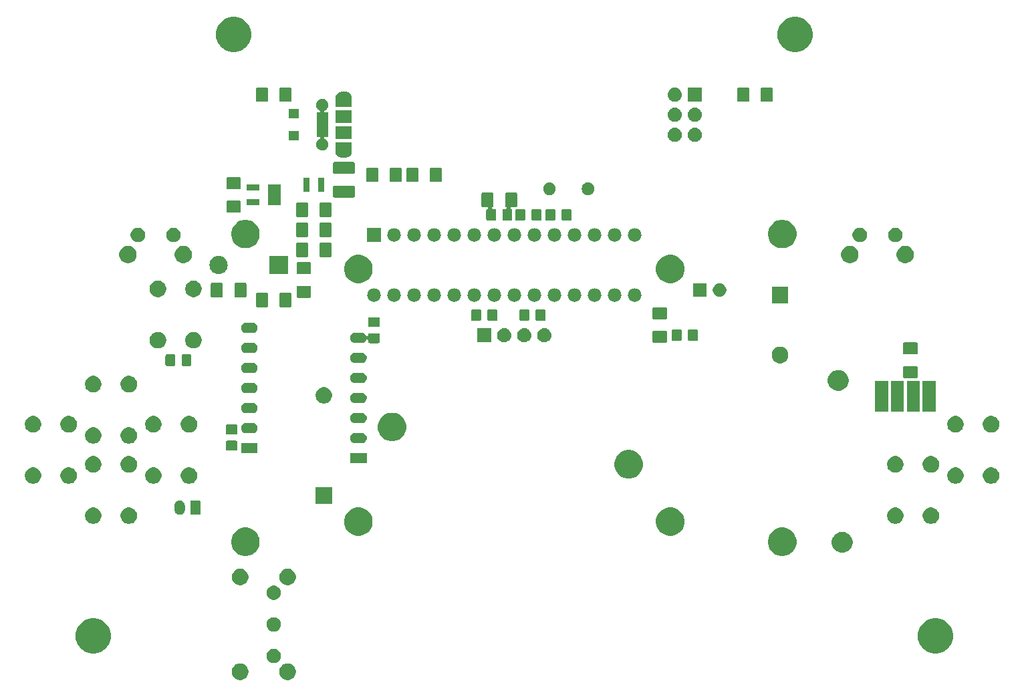
<source format=gbr>
G04 #@! TF.GenerationSoftware,KiCad,Pcbnew,5.0.2-bee76a0~70~ubuntu18.04.1*
G04 #@! TF.CreationDate,2019-06-22T03:36:54+02:00*
G04 #@! TF.ProjectId,invaders,696e7661-6465-4727-932e-6b696361645f,rev?*
G04 #@! TF.SameCoordinates,Original*
G04 #@! TF.FileFunction,Soldermask,Bot*
G04 #@! TF.FilePolarity,Negative*
%FSLAX46Y46*%
G04 Gerber Fmt 4.6, Leading zero omitted, Abs format (unit mm)*
G04 Created by KiCad (PCBNEW 5.0.2-bee76a0~70~ubuntu18.04.1) date lø. 22. juni 2019 kl. 03.36 +0200*
%MOMM*%
%LPD*%
G01*
G04 APERTURE LIST*
%ADD10C,0.100000*%
G04 APERTURE END LIST*
D10*
G36*
X54126507Y-158469582D02*
X54317740Y-158548793D01*
X54488687Y-158663016D01*
X54489849Y-158663793D01*
X54636207Y-158810151D01*
X54636209Y-158810154D01*
X54751207Y-158982260D01*
X54830418Y-159173493D01*
X54870800Y-159376505D01*
X54870800Y-159583495D01*
X54830418Y-159786507D01*
X54751207Y-159977740D01*
X54636984Y-160148687D01*
X54636207Y-160149849D01*
X54489849Y-160296207D01*
X54489846Y-160296209D01*
X54317740Y-160411207D01*
X54126507Y-160490418D01*
X53923495Y-160530800D01*
X53716505Y-160530800D01*
X53513493Y-160490418D01*
X53322260Y-160411207D01*
X53150154Y-160296209D01*
X53150151Y-160296207D01*
X53003793Y-160149849D01*
X53003016Y-160148687D01*
X52888793Y-159977740D01*
X52809582Y-159786507D01*
X52769200Y-159583495D01*
X52769200Y-159376505D01*
X52809582Y-159173493D01*
X52888793Y-158982260D01*
X53003791Y-158810154D01*
X53003793Y-158810151D01*
X53150151Y-158663793D01*
X53151313Y-158663016D01*
X53322260Y-158548793D01*
X53513493Y-158469582D01*
X53716505Y-158429200D01*
X53923495Y-158429200D01*
X54126507Y-158469582D01*
X54126507Y-158469582D01*
G37*
G36*
X48126507Y-158469582D02*
X48317740Y-158548793D01*
X48488687Y-158663016D01*
X48489849Y-158663793D01*
X48636207Y-158810151D01*
X48636209Y-158810154D01*
X48751207Y-158982260D01*
X48830418Y-159173493D01*
X48870800Y-159376505D01*
X48870800Y-159583495D01*
X48830418Y-159786507D01*
X48751207Y-159977740D01*
X48636984Y-160148687D01*
X48636207Y-160149849D01*
X48489849Y-160296207D01*
X48489846Y-160296209D01*
X48317740Y-160411207D01*
X48126507Y-160490418D01*
X47923495Y-160530800D01*
X47716505Y-160530800D01*
X47513493Y-160490418D01*
X47322260Y-160411207D01*
X47150154Y-160296209D01*
X47150151Y-160296207D01*
X47003793Y-160149849D01*
X47003016Y-160148687D01*
X46888793Y-159977740D01*
X46809582Y-159786507D01*
X46769200Y-159583495D01*
X46769200Y-159376505D01*
X46809582Y-159173493D01*
X46888793Y-158982260D01*
X47003791Y-158810154D01*
X47003793Y-158810151D01*
X47150151Y-158663793D01*
X47151313Y-158663016D01*
X47322260Y-158548793D01*
X47513493Y-158469582D01*
X47716505Y-158429200D01*
X47923495Y-158429200D01*
X48126507Y-158469582D01*
X48126507Y-158469582D01*
G37*
G36*
X52202229Y-156587854D02*
X52332754Y-156613817D01*
X52496689Y-156681721D01*
X52644227Y-156780303D01*
X52769697Y-156905773D01*
X52868279Y-157053311D01*
X52936183Y-157217246D01*
X52970800Y-157391279D01*
X52970800Y-157568721D01*
X52936183Y-157742754D01*
X52868279Y-157906689D01*
X52769697Y-158054227D01*
X52644227Y-158179697D01*
X52496689Y-158278279D01*
X52332754Y-158346183D01*
X52202229Y-158372146D01*
X52158722Y-158380800D01*
X51981278Y-158380800D01*
X51937771Y-158372146D01*
X51807246Y-158346183D01*
X51643311Y-158278279D01*
X51495773Y-158179697D01*
X51370303Y-158054227D01*
X51271721Y-157906689D01*
X51203817Y-157742754D01*
X51169200Y-157568721D01*
X51169200Y-157391279D01*
X51203817Y-157217246D01*
X51271721Y-157053311D01*
X51370303Y-156905773D01*
X51495773Y-156780303D01*
X51643311Y-156681721D01*
X51807246Y-156613817D01*
X51937771Y-156587854D01*
X51981278Y-156579200D01*
X52158722Y-156579200D01*
X52202229Y-156587854D01*
X52202229Y-156587854D01*
G37*
G36*
X29721584Y-152746865D02*
X29866534Y-152775697D01*
X30276154Y-152945367D01*
X30644802Y-153191689D01*
X30958311Y-153505198D01*
X31204633Y-153873846D01*
X31372154Y-154278278D01*
X31374303Y-154283467D01*
X31460800Y-154718314D01*
X31460800Y-155161686D01*
X31425172Y-155340800D01*
X31374303Y-155596534D01*
X31204633Y-156006154D01*
X30958311Y-156374802D01*
X30644802Y-156688311D01*
X30276154Y-156934633D01*
X29866534Y-157104303D01*
X29721584Y-157133135D01*
X29431686Y-157190800D01*
X28988314Y-157190800D01*
X28698416Y-157133135D01*
X28553466Y-157104303D01*
X28143846Y-156934633D01*
X27775198Y-156688311D01*
X27461689Y-156374802D01*
X27215367Y-156006154D01*
X27045697Y-155596534D01*
X26994828Y-155340800D01*
X26959200Y-155161686D01*
X26959200Y-154718314D01*
X27045697Y-154283467D01*
X27047846Y-154278278D01*
X27215367Y-153873846D01*
X27461689Y-153505198D01*
X27775198Y-153191689D01*
X28143846Y-152945367D01*
X28553466Y-152775697D01*
X28698416Y-152746865D01*
X28988314Y-152689200D01*
X29431686Y-152689200D01*
X29721584Y-152746865D01*
X29721584Y-152746865D01*
G37*
G36*
X136401584Y-152746865D02*
X136546534Y-152775697D01*
X136956154Y-152945367D01*
X137324802Y-153191689D01*
X137638311Y-153505198D01*
X137884633Y-153873846D01*
X138052154Y-154278278D01*
X138054303Y-154283467D01*
X138140800Y-154718314D01*
X138140800Y-155161686D01*
X138105172Y-155340800D01*
X138054303Y-155596534D01*
X137884633Y-156006154D01*
X137638311Y-156374802D01*
X137324802Y-156688311D01*
X136956154Y-156934633D01*
X136546534Y-157104303D01*
X136401584Y-157133135D01*
X136111686Y-157190800D01*
X135668314Y-157190800D01*
X135378416Y-157133135D01*
X135233466Y-157104303D01*
X134823846Y-156934633D01*
X134455198Y-156688311D01*
X134141689Y-156374802D01*
X133895367Y-156006154D01*
X133725697Y-155596534D01*
X133674828Y-155340800D01*
X133639200Y-155161686D01*
X133639200Y-154718314D01*
X133725697Y-154283467D01*
X133727846Y-154278278D01*
X133895367Y-153873846D01*
X134141689Y-153505198D01*
X134455198Y-153191689D01*
X134823846Y-152945367D01*
X135233466Y-152775697D01*
X135378416Y-152746865D01*
X135668314Y-152689200D01*
X136111686Y-152689200D01*
X136401584Y-152746865D01*
X136401584Y-152746865D01*
G37*
G36*
X52202229Y-152587854D02*
X52332754Y-152613817D01*
X52496689Y-152681721D01*
X52644227Y-152780303D01*
X52769697Y-152905773D01*
X52868279Y-153053311D01*
X52936183Y-153217246D01*
X52962146Y-153347771D01*
X52970800Y-153391278D01*
X52970800Y-153568722D01*
X52964316Y-153601321D01*
X52936183Y-153742754D01*
X52868279Y-153906689D01*
X52769697Y-154054227D01*
X52644227Y-154179697D01*
X52496689Y-154278279D01*
X52332754Y-154346183D01*
X52202229Y-154372146D01*
X52158722Y-154380800D01*
X51981278Y-154380800D01*
X51937771Y-154372146D01*
X51807246Y-154346183D01*
X51643311Y-154278279D01*
X51495773Y-154179697D01*
X51370303Y-154054227D01*
X51271721Y-153906689D01*
X51203817Y-153742754D01*
X51175684Y-153601321D01*
X51169200Y-153568722D01*
X51169200Y-153391278D01*
X51177854Y-153347771D01*
X51203817Y-153217246D01*
X51271721Y-153053311D01*
X51370303Y-152905773D01*
X51495773Y-152780303D01*
X51643311Y-152681721D01*
X51807246Y-152613817D01*
X51937771Y-152587854D01*
X51981278Y-152579200D01*
X52158722Y-152579200D01*
X52202229Y-152587854D01*
X52202229Y-152587854D01*
G37*
G36*
X52202229Y-148587854D02*
X52332754Y-148613817D01*
X52496689Y-148681721D01*
X52644227Y-148780303D01*
X52769697Y-148905773D01*
X52868279Y-149053311D01*
X52936183Y-149217246D01*
X52970800Y-149391279D01*
X52970800Y-149568721D01*
X52936183Y-149742754D01*
X52868279Y-149906689D01*
X52769697Y-150054227D01*
X52644227Y-150179697D01*
X52496689Y-150278279D01*
X52332754Y-150346183D01*
X52202229Y-150372146D01*
X52158722Y-150380800D01*
X51981278Y-150380800D01*
X51937771Y-150372146D01*
X51807246Y-150346183D01*
X51643311Y-150278279D01*
X51495773Y-150179697D01*
X51370303Y-150054227D01*
X51271721Y-149906689D01*
X51203817Y-149742754D01*
X51169200Y-149568721D01*
X51169200Y-149391279D01*
X51203817Y-149217246D01*
X51271721Y-149053311D01*
X51370303Y-148905773D01*
X51495773Y-148780303D01*
X51643311Y-148681721D01*
X51807246Y-148613817D01*
X51937771Y-148587854D01*
X51981278Y-148579200D01*
X52158722Y-148579200D01*
X52202229Y-148587854D01*
X52202229Y-148587854D01*
G37*
G36*
X48126507Y-146469582D02*
X48317740Y-146548793D01*
X48488687Y-146663016D01*
X48489849Y-146663793D01*
X48636207Y-146810151D01*
X48636209Y-146810154D01*
X48751207Y-146982260D01*
X48830418Y-147173493D01*
X48870800Y-147376505D01*
X48870800Y-147583495D01*
X48830418Y-147786507D01*
X48751207Y-147977740D01*
X48636984Y-148148687D01*
X48636207Y-148149849D01*
X48489849Y-148296207D01*
X48489846Y-148296209D01*
X48317740Y-148411207D01*
X48126507Y-148490418D01*
X47923495Y-148530800D01*
X47716505Y-148530800D01*
X47513493Y-148490418D01*
X47322260Y-148411207D01*
X47150154Y-148296209D01*
X47150151Y-148296207D01*
X47003793Y-148149849D01*
X47003016Y-148148687D01*
X46888793Y-147977740D01*
X46809582Y-147786507D01*
X46769200Y-147583495D01*
X46769200Y-147376505D01*
X46809582Y-147173493D01*
X46888793Y-146982260D01*
X47003791Y-146810154D01*
X47003793Y-146810151D01*
X47150151Y-146663793D01*
X47151313Y-146663016D01*
X47322260Y-146548793D01*
X47513493Y-146469582D01*
X47716505Y-146429200D01*
X47923495Y-146429200D01*
X48126507Y-146469582D01*
X48126507Y-146469582D01*
G37*
G36*
X54126507Y-146469582D02*
X54317740Y-146548793D01*
X54488687Y-146663016D01*
X54489849Y-146663793D01*
X54636207Y-146810151D01*
X54636209Y-146810154D01*
X54751207Y-146982260D01*
X54830418Y-147173493D01*
X54870800Y-147376505D01*
X54870800Y-147583495D01*
X54830418Y-147786507D01*
X54751207Y-147977740D01*
X54636984Y-148148687D01*
X54636207Y-148149849D01*
X54489849Y-148296207D01*
X54489846Y-148296209D01*
X54317740Y-148411207D01*
X54126507Y-148490418D01*
X53923495Y-148530800D01*
X53716505Y-148530800D01*
X53513493Y-148490418D01*
X53322260Y-148411207D01*
X53150154Y-148296209D01*
X53150151Y-148296207D01*
X53003793Y-148149849D01*
X53003016Y-148148687D01*
X52888793Y-147977740D01*
X52809582Y-147786507D01*
X52769200Y-147583495D01*
X52769200Y-147376505D01*
X52809582Y-147173493D01*
X52888793Y-146982260D01*
X53003791Y-146810154D01*
X53003793Y-146810151D01*
X53150151Y-146663793D01*
X53151313Y-146663016D01*
X53322260Y-146548793D01*
X53513493Y-146469582D01*
X53716505Y-146429200D01*
X53923495Y-146429200D01*
X54126507Y-146469582D01*
X54126507Y-146469582D01*
G37*
G36*
X49007274Y-141286404D02*
X49334999Y-141422152D01*
X49613054Y-141607943D01*
X49629946Y-141619230D01*
X49880770Y-141870054D01*
X49880772Y-141870057D01*
X50004915Y-142055849D01*
X50077849Y-142165003D01*
X50108101Y-142238039D01*
X50213596Y-142492726D01*
X50282800Y-142840637D01*
X50282800Y-143195363D01*
X50213596Y-143543274D01*
X50077848Y-143870999D01*
X49883396Y-144162015D01*
X49880770Y-144165946D01*
X49629946Y-144416770D01*
X49629943Y-144416772D01*
X49334999Y-144613848D01*
X49334998Y-144613849D01*
X49334997Y-144613849D01*
X49007274Y-144749596D01*
X48659364Y-144818800D01*
X48304636Y-144818800D01*
X47956726Y-144749596D01*
X47629003Y-144613849D01*
X47629002Y-144613849D01*
X47629001Y-144613848D01*
X47334057Y-144416772D01*
X47334054Y-144416770D01*
X47083230Y-144165946D01*
X47080604Y-144162015D01*
X46886152Y-143870999D01*
X46750404Y-143543274D01*
X46681200Y-143195363D01*
X46681200Y-142840637D01*
X46750404Y-142492726D01*
X46855899Y-142238039D01*
X46886151Y-142165003D01*
X46959086Y-142055849D01*
X47083228Y-141870057D01*
X47083230Y-141870054D01*
X47334054Y-141619230D01*
X47350946Y-141607943D01*
X47629001Y-141422152D01*
X47956726Y-141286404D01*
X48304636Y-141217200D01*
X48659364Y-141217200D01*
X49007274Y-141286404D01*
X49007274Y-141286404D01*
G37*
G36*
X117007274Y-141286404D02*
X117334999Y-141422152D01*
X117613054Y-141607943D01*
X117629946Y-141619230D01*
X117880770Y-141870054D01*
X117880772Y-141870057D01*
X118004915Y-142055849D01*
X118077849Y-142165003D01*
X118108101Y-142238039D01*
X118213596Y-142492726D01*
X118282800Y-142840637D01*
X118282800Y-143195363D01*
X118213596Y-143543274D01*
X118077848Y-143870999D01*
X117883396Y-144162015D01*
X117880770Y-144165946D01*
X117629946Y-144416770D01*
X117629943Y-144416772D01*
X117334999Y-144613848D01*
X117334998Y-144613849D01*
X117334997Y-144613849D01*
X117007274Y-144749596D01*
X116659364Y-144818800D01*
X116304636Y-144818800D01*
X115956726Y-144749596D01*
X115629003Y-144613849D01*
X115629002Y-144613849D01*
X115629001Y-144613848D01*
X115334057Y-144416772D01*
X115334054Y-144416770D01*
X115083230Y-144165946D01*
X115080604Y-144162015D01*
X114886152Y-143870999D01*
X114750404Y-143543274D01*
X114681200Y-143195363D01*
X114681200Y-142840637D01*
X114750404Y-142492726D01*
X114855899Y-142238039D01*
X114886151Y-142165003D01*
X114959086Y-142055849D01*
X115083228Y-141870057D01*
X115083230Y-141870054D01*
X115334054Y-141619230D01*
X115350946Y-141607943D01*
X115629001Y-141422152D01*
X115956726Y-141286404D01*
X116304636Y-141217200D01*
X116659364Y-141217200D01*
X117007274Y-141286404D01*
X117007274Y-141286404D01*
G37*
G36*
X124465263Y-141809957D02*
X124705634Y-141909522D01*
X124921961Y-142054067D01*
X125105933Y-142238039D01*
X125250478Y-142454366D01*
X125350043Y-142694737D01*
X125400800Y-142949913D01*
X125400800Y-143210087D01*
X125350043Y-143465263D01*
X125250478Y-143705634D01*
X125105933Y-143921961D01*
X124921961Y-144105933D01*
X124705634Y-144250478D01*
X124705633Y-144250479D01*
X124705632Y-144250479D01*
X124465263Y-144350043D01*
X124210089Y-144400800D01*
X123949911Y-144400800D01*
X123694737Y-144350043D01*
X123454368Y-144250479D01*
X123454367Y-144250479D01*
X123454366Y-144250478D01*
X123238039Y-144105933D01*
X123054067Y-143921961D01*
X122909522Y-143705634D01*
X122809957Y-143465263D01*
X122759200Y-143210087D01*
X122759200Y-142949913D01*
X122809957Y-142694737D01*
X122909522Y-142454366D01*
X123054067Y-142238039D01*
X123238039Y-142054067D01*
X123454366Y-141909522D01*
X123694737Y-141809957D01*
X123949911Y-141759200D01*
X124210089Y-141759200D01*
X124465263Y-141809957D01*
X124465263Y-141809957D01*
G37*
G36*
X102825274Y-138728404D02*
X103152999Y-138864152D01*
X103342783Y-138990962D01*
X103447946Y-139061230D01*
X103698770Y-139312054D01*
X103698772Y-139312057D01*
X103888835Y-139596505D01*
X103895849Y-139607003D01*
X104031596Y-139934726D01*
X104100800Y-140282636D01*
X104100800Y-140637364D01*
X104078236Y-140750800D01*
X104031596Y-140985274D01*
X103895848Y-141312999D01*
X103822914Y-141422152D01*
X103698770Y-141607946D01*
X103447946Y-141858770D01*
X103447943Y-141858772D01*
X103152999Y-142055848D01*
X103152998Y-142055849D01*
X103152997Y-142055849D01*
X102825274Y-142191596D01*
X102477364Y-142260800D01*
X102122636Y-142260800D01*
X101774726Y-142191596D01*
X101447003Y-142055849D01*
X101447002Y-142055849D01*
X101447001Y-142055848D01*
X101152057Y-141858772D01*
X101152054Y-141858770D01*
X100901230Y-141607946D01*
X100777086Y-141422152D01*
X100704152Y-141312999D01*
X100568404Y-140985274D01*
X100521764Y-140750800D01*
X100499200Y-140637364D01*
X100499200Y-140282636D01*
X100568404Y-139934726D01*
X100704151Y-139607003D01*
X100711166Y-139596505D01*
X100901228Y-139312057D01*
X100901230Y-139312054D01*
X101152054Y-139061230D01*
X101257217Y-138990962D01*
X101447001Y-138864152D01*
X101774726Y-138728404D01*
X102122636Y-138659200D01*
X102477364Y-138659200D01*
X102825274Y-138728404D01*
X102825274Y-138728404D01*
G37*
G36*
X63325274Y-138728404D02*
X63652999Y-138864152D01*
X63842783Y-138990962D01*
X63947946Y-139061230D01*
X64198770Y-139312054D01*
X64198772Y-139312057D01*
X64388835Y-139596505D01*
X64395849Y-139607003D01*
X64531596Y-139934726D01*
X64600800Y-140282636D01*
X64600800Y-140637364D01*
X64578236Y-140750800D01*
X64531596Y-140985274D01*
X64395848Y-141312999D01*
X64322914Y-141422152D01*
X64198770Y-141607946D01*
X63947946Y-141858770D01*
X63947943Y-141858772D01*
X63652999Y-142055848D01*
X63652998Y-142055849D01*
X63652997Y-142055849D01*
X63325274Y-142191596D01*
X62977364Y-142260800D01*
X62622636Y-142260800D01*
X62274726Y-142191596D01*
X61947003Y-142055849D01*
X61947002Y-142055849D01*
X61947001Y-142055848D01*
X61652057Y-141858772D01*
X61652054Y-141858770D01*
X61401230Y-141607946D01*
X61277086Y-141422152D01*
X61204152Y-141312999D01*
X61068404Y-140985274D01*
X61021764Y-140750800D01*
X60999200Y-140637364D01*
X60999200Y-140282636D01*
X61068404Y-139934726D01*
X61204151Y-139607003D01*
X61211166Y-139596505D01*
X61401228Y-139312057D01*
X61401230Y-139312054D01*
X61652054Y-139061230D01*
X61757217Y-138990962D01*
X61947001Y-138864152D01*
X62274726Y-138728404D01*
X62622636Y-138659200D01*
X62977364Y-138659200D01*
X63325274Y-138728404D01*
X63325274Y-138728404D01*
G37*
G36*
X135616507Y-138689582D02*
X135807740Y-138768793D01*
X135950453Y-138864151D01*
X135979849Y-138883793D01*
X136126207Y-139030151D01*
X136126209Y-139030154D01*
X136241207Y-139202260D01*
X136320418Y-139393493D01*
X136360800Y-139596505D01*
X136360800Y-139803495D01*
X136320418Y-140006507D01*
X136241207Y-140197740D01*
X136184481Y-140282636D01*
X136126207Y-140369849D01*
X135979849Y-140516207D01*
X135979846Y-140516209D01*
X135807740Y-140631207D01*
X135616507Y-140710418D01*
X135413495Y-140750800D01*
X135206505Y-140750800D01*
X135003493Y-140710418D01*
X134812260Y-140631207D01*
X134640154Y-140516209D01*
X134640151Y-140516207D01*
X134493793Y-140369849D01*
X134435519Y-140282636D01*
X134378793Y-140197740D01*
X134299582Y-140006507D01*
X134259200Y-139803495D01*
X134259200Y-139596505D01*
X134299582Y-139393493D01*
X134378793Y-139202260D01*
X134493791Y-139030154D01*
X134493793Y-139030151D01*
X134640151Y-138883793D01*
X134669547Y-138864151D01*
X134812260Y-138768793D01*
X135003493Y-138689582D01*
X135206505Y-138649200D01*
X135413495Y-138649200D01*
X135616507Y-138689582D01*
X135616507Y-138689582D01*
G37*
G36*
X131116507Y-138689582D02*
X131307740Y-138768793D01*
X131450453Y-138864151D01*
X131479849Y-138883793D01*
X131626207Y-139030151D01*
X131626209Y-139030154D01*
X131741207Y-139202260D01*
X131820418Y-139393493D01*
X131860800Y-139596505D01*
X131860800Y-139803495D01*
X131820418Y-140006507D01*
X131741207Y-140197740D01*
X131684481Y-140282636D01*
X131626207Y-140369849D01*
X131479849Y-140516207D01*
X131479846Y-140516209D01*
X131307740Y-140631207D01*
X131116507Y-140710418D01*
X130913495Y-140750800D01*
X130706505Y-140750800D01*
X130503493Y-140710418D01*
X130312260Y-140631207D01*
X130140154Y-140516209D01*
X130140151Y-140516207D01*
X129993793Y-140369849D01*
X129935519Y-140282636D01*
X129878793Y-140197740D01*
X129799582Y-140006507D01*
X129759200Y-139803495D01*
X129759200Y-139596505D01*
X129799582Y-139393493D01*
X129878793Y-139202260D01*
X129993791Y-139030154D01*
X129993793Y-139030151D01*
X130140151Y-138883793D01*
X130169547Y-138864151D01*
X130312260Y-138768793D01*
X130503493Y-138689582D01*
X130706505Y-138649200D01*
X130913495Y-138649200D01*
X131116507Y-138689582D01*
X131116507Y-138689582D01*
G37*
G36*
X34016507Y-138689582D02*
X34207740Y-138768793D01*
X34350453Y-138864151D01*
X34379849Y-138883793D01*
X34526207Y-139030151D01*
X34526209Y-139030154D01*
X34641207Y-139202260D01*
X34720418Y-139393493D01*
X34760800Y-139596505D01*
X34760800Y-139803495D01*
X34720418Y-140006507D01*
X34641207Y-140197740D01*
X34584481Y-140282636D01*
X34526207Y-140369849D01*
X34379849Y-140516207D01*
X34379846Y-140516209D01*
X34207740Y-140631207D01*
X34016507Y-140710418D01*
X33813495Y-140750800D01*
X33606505Y-140750800D01*
X33403493Y-140710418D01*
X33212260Y-140631207D01*
X33040154Y-140516209D01*
X33040151Y-140516207D01*
X32893793Y-140369849D01*
X32835519Y-140282636D01*
X32778793Y-140197740D01*
X32699582Y-140006507D01*
X32659200Y-139803495D01*
X32659200Y-139596505D01*
X32699582Y-139393493D01*
X32778793Y-139202260D01*
X32893791Y-139030154D01*
X32893793Y-139030151D01*
X33040151Y-138883793D01*
X33069547Y-138864151D01*
X33212260Y-138768793D01*
X33403493Y-138689582D01*
X33606505Y-138649200D01*
X33813495Y-138649200D01*
X34016507Y-138689582D01*
X34016507Y-138689582D01*
G37*
G36*
X29516507Y-138689582D02*
X29707740Y-138768793D01*
X29850453Y-138864151D01*
X29879849Y-138883793D01*
X30026207Y-139030151D01*
X30026209Y-139030154D01*
X30141207Y-139202260D01*
X30220418Y-139393493D01*
X30260800Y-139596505D01*
X30260800Y-139803495D01*
X30220418Y-140006507D01*
X30141207Y-140197740D01*
X30084481Y-140282636D01*
X30026207Y-140369849D01*
X29879849Y-140516207D01*
X29879846Y-140516209D01*
X29707740Y-140631207D01*
X29516507Y-140710418D01*
X29313495Y-140750800D01*
X29106505Y-140750800D01*
X28903493Y-140710418D01*
X28712260Y-140631207D01*
X28540154Y-140516209D01*
X28540151Y-140516207D01*
X28393793Y-140369849D01*
X28335519Y-140282636D01*
X28278793Y-140197740D01*
X28199582Y-140006507D01*
X28159200Y-139803495D01*
X28159200Y-139596505D01*
X28199582Y-139393493D01*
X28278793Y-139202260D01*
X28393791Y-139030154D01*
X28393793Y-139030151D01*
X28540151Y-138883793D01*
X28569547Y-138864151D01*
X28712260Y-138768793D01*
X28903493Y-138689582D01*
X29106505Y-138649200D01*
X29313495Y-138649200D01*
X29516507Y-138689582D01*
X29516507Y-138689582D01*
G37*
G36*
X40291579Y-137767617D02*
X40411186Y-137803900D01*
X40414258Y-137804832D01*
X40527314Y-137865261D01*
X40626411Y-137946589D01*
X40707739Y-138045686D01*
X40768168Y-138158742D01*
X40768169Y-138158745D01*
X40805383Y-138281421D01*
X40814800Y-138377037D01*
X40814800Y-138990963D01*
X40805383Y-139086579D01*
X40770291Y-139202260D01*
X40768168Y-139209258D01*
X40707739Y-139322314D01*
X40626411Y-139421411D01*
X40527313Y-139502739D01*
X40414257Y-139563168D01*
X40414254Y-139563169D01*
X40291578Y-139600383D01*
X40164000Y-139612948D01*
X40036421Y-139600383D01*
X39913745Y-139563169D01*
X39913742Y-139563168D01*
X39800686Y-139502739D01*
X39701589Y-139421411D01*
X39620261Y-139322313D01*
X39559832Y-139209257D01*
X39557709Y-139202260D01*
X39522617Y-139086578D01*
X39513200Y-138990962D01*
X39513200Y-138377037D01*
X39522617Y-138281421D01*
X39559831Y-138158745D01*
X39559831Y-138158744D01*
X39620263Y-138045685D01*
X39701590Y-137946589D01*
X39800687Y-137865261D01*
X39913743Y-137804832D01*
X39916815Y-137803900D01*
X40036422Y-137767617D01*
X40164000Y-137755052D01*
X40291579Y-137767617D01*
X40291579Y-137767617D01*
G37*
G36*
X42655111Y-137762602D02*
X42692182Y-137773848D01*
X42726361Y-137792116D01*
X42756307Y-137816693D01*
X42780884Y-137846639D01*
X42799152Y-137880818D01*
X42810398Y-137917889D01*
X42814800Y-137962589D01*
X42814800Y-139405411D01*
X42810398Y-139450111D01*
X42799152Y-139487182D01*
X42780884Y-139521361D01*
X42756307Y-139551307D01*
X42726361Y-139575884D01*
X42692182Y-139594152D01*
X42655111Y-139605398D01*
X42610411Y-139609800D01*
X41717589Y-139609800D01*
X41672889Y-139605398D01*
X41635818Y-139594152D01*
X41601639Y-139575884D01*
X41571693Y-139551307D01*
X41547116Y-139521361D01*
X41528848Y-139487182D01*
X41517602Y-139450111D01*
X41513200Y-139405411D01*
X41513200Y-137962589D01*
X41517602Y-137917889D01*
X41528848Y-137880818D01*
X41547116Y-137846639D01*
X41571693Y-137816693D01*
X41601639Y-137792116D01*
X41635818Y-137773848D01*
X41672889Y-137762602D01*
X41717589Y-137758200D01*
X42610411Y-137758200D01*
X42655111Y-137762602D01*
X42655111Y-137762602D01*
G37*
G36*
X59470800Y-138210800D02*
X57369200Y-138210800D01*
X57369200Y-136109200D01*
X59470800Y-136109200D01*
X59470800Y-138210800D01*
X59470800Y-138210800D01*
G37*
G36*
X21896507Y-133609582D02*
X22087740Y-133688793D01*
X22258687Y-133803016D01*
X22259849Y-133803793D01*
X22406207Y-133950151D01*
X22406209Y-133950154D01*
X22521207Y-134122260D01*
X22600418Y-134313493D01*
X22640800Y-134516505D01*
X22640800Y-134723495D01*
X22600418Y-134926507D01*
X22521207Y-135117740D01*
X22406984Y-135288687D01*
X22406207Y-135289849D01*
X22259849Y-135436207D01*
X22259846Y-135436209D01*
X22087740Y-135551207D01*
X21896507Y-135630418D01*
X21693495Y-135670800D01*
X21486505Y-135670800D01*
X21283493Y-135630418D01*
X21092260Y-135551207D01*
X20920154Y-135436209D01*
X20920151Y-135436207D01*
X20773793Y-135289849D01*
X20773016Y-135288687D01*
X20658793Y-135117740D01*
X20579582Y-134926507D01*
X20539200Y-134723495D01*
X20539200Y-134516505D01*
X20579582Y-134313493D01*
X20658793Y-134122260D01*
X20773791Y-133950154D01*
X20773793Y-133950151D01*
X20920151Y-133803793D01*
X20921313Y-133803016D01*
X21092260Y-133688793D01*
X21283493Y-133609582D01*
X21486505Y-133569200D01*
X21693495Y-133569200D01*
X21896507Y-133609582D01*
X21896507Y-133609582D01*
G37*
G36*
X26396507Y-133609582D02*
X26587740Y-133688793D01*
X26758687Y-133803016D01*
X26759849Y-133803793D01*
X26906207Y-133950151D01*
X26906209Y-133950154D01*
X27021207Y-134122260D01*
X27100418Y-134313493D01*
X27140800Y-134516505D01*
X27140800Y-134723495D01*
X27100418Y-134926507D01*
X27021207Y-135117740D01*
X26906984Y-135288687D01*
X26906207Y-135289849D01*
X26759849Y-135436207D01*
X26759846Y-135436209D01*
X26587740Y-135551207D01*
X26396507Y-135630418D01*
X26193495Y-135670800D01*
X25986505Y-135670800D01*
X25783493Y-135630418D01*
X25592260Y-135551207D01*
X25420154Y-135436209D01*
X25420151Y-135436207D01*
X25273793Y-135289849D01*
X25273016Y-135288687D01*
X25158793Y-135117740D01*
X25079582Y-134926507D01*
X25039200Y-134723495D01*
X25039200Y-134516505D01*
X25079582Y-134313493D01*
X25158793Y-134122260D01*
X25273791Y-133950154D01*
X25273793Y-133950151D01*
X25420151Y-133803793D01*
X25421313Y-133803016D01*
X25592260Y-133688793D01*
X25783493Y-133609582D01*
X25986505Y-133569200D01*
X26193495Y-133569200D01*
X26396507Y-133609582D01*
X26396507Y-133609582D01*
G37*
G36*
X41636507Y-133609582D02*
X41827740Y-133688793D01*
X41998687Y-133803016D01*
X41999849Y-133803793D01*
X42146207Y-133950151D01*
X42146209Y-133950154D01*
X42261207Y-134122260D01*
X42340418Y-134313493D01*
X42380800Y-134516505D01*
X42380800Y-134723495D01*
X42340418Y-134926507D01*
X42261207Y-135117740D01*
X42146984Y-135288687D01*
X42146207Y-135289849D01*
X41999849Y-135436207D01*
X41999846Y-135436209D01*
X41827740Y-135551207D01*
X41636507Y-135630418D01*
X41433495Y-135670800D01*
X41226505Y-135670800D01*
X41023493Y-135630418D01*
X40832260Y-135551207D01*
X40660154Y-135436209D01*
X40660151Y-135436207D01*
X40513793Y-135289849D01*
X40513016Y-135288687D01*
X40398793Y-135117740D01*
X40319582Y-134926507D01*
X40279200Y-134723495D01*
X40279200Y-134516505D01*
X40319582Y-134313493D01*
X40398793Y-134122260D01*
X40513791Y-133950154D01*
X40513793Y-133950151D01*
X40660151Y-133803793D01*
X40661313Y-133803016D01*
X40832260Y-133688793D01*
X41023493Y-133609582D01*
X41226505Y-133569200D01*
X41433495Y-133569200D01*
X41636507Y-133609582D01*
X41636507Y-133609582D01*
G37*
G36*
X138736507Y-133609582D02*
X138927740Y-133688793D01*
X139098687Y-133803016D01*
X139099849Y-133803793D01*
X139246207Y-133950151D01*
X139246209Y-133950154D01*
X139361207Y-134122260D01*
X139440418Y-134313493D01*
X139480800Y-134516505D01*
X139480800Y-134723495D01*
X139440418Y-134926507D01*
X139361207Y-135117740D01*
X139246984Y-135288687D01*
X139246207Y-135289849D01*
X139099849Y-135436207D01*
X139099846Y-135436209D01*
X138927740Y-135551207D01*
X138736507Y-135630418D01*
X138533495Y-135670800D01*
X138326505Y-135670800D01*
X138123493Y-135630418D01*
X137932260Y-135551207D01*
X137760154Y-135436209D01*
X137760151Y-135436207D01*
X137613793Y-135289849D01*
X137613016Y-135288687D01*
X137498793Y-135117740D01*
X137419582Y-134926507D01*
X137379200Y-134723495D01*
X137379200Y-134516505D01*
X137419582Y-134313493D01*
X137498793Y-134122260D01*
X137613791Y-133950154D01*
X137613793Y-133950151D01*
X137760151Y-133803793D01*
X137761313Y-133803016D01*
X137932260Y-133688793D01*
X138123493Y-133609582D01*
X138326505Y-133569200D01*
X138533495Y-133569200D01*
X138736507Y-133609582D01*
X138736507Y-133609582D01*
G37*
G36*
X37136507Y-133609582D02*
X37327740Y-133688793D01*
X37498687Y-133803016D01*
X37499849Y-133803793D01*
X37646207Y-133950151D01*
X37646209Y-133950154D01*
X37761207Y-134122260D01*
X37840418Y-134313493D01*
X37880800Y-134516505D01*
X37880800Y-134723495D01*
X37840418Y-134926507D01*
X37761207Y-135117740D01*
X37646984Y-135288687D01*
X37646207Y-135289849D01*
X37499849Y-135436207D01*
X37499846Y-135436209D01*
X37327740Y-135551207D01*
X37136507Y-135630418D01*
X36933495Y-135670800D01*
X36726505Y-135670800D01*
X36523493Y-135630418D01*
X36332260Y-135551207D01*
X36160154Y-135436209D01*
X36160151Y-135436207D01*
X36013793Y-135289849D01*
X36013016Y-135288687D01*
X35898793Y-135117740D01*
X35819582Y-134926507D01*
X35779200Y-134723495D01*
X35779200Y-134516505D01*
X35819582Y-134313493D01*
X35898793Y-134122260D01*
X36013791Y-133950154D01*
X36013793Y-133950151D01*
X36160151Y-133803793D01*
X36161313Y-133803016D01*
X36332260Y-133688793D01*
X36523493Y-133609582D01*
X36726505Y-133569200D01*
X36933495Y-133569200D01*
X37136507Y-133609582D01*
X37136507Y-133609582D01*
G37*
G36*
X143236507Y-133609582D02*
X143427740Y-133688793D01*
X143598687Y-133803016D01*
X143599849Y-133803793D01*
X143746207Y-133950151D01*
X143746209Y-133950154D01*
X143861207Y-134122260D01*
X143940418Y-134313493D01*
X143980800Y-134516505D01*
X143980800Y-134723495D01*
X143940418Y-134926507D01*
X143861207Y-135117740D01*
X143746984Y-135288687D01*
X143746207Y-135289849D01*
X143599849Y-135436207D01*
X143599846Y-135436209D01*
X143427740Y-135551207D01*
X143236507Y-135630418D01*
X143033495Y-135670800D01*
X142826505Y-135670800D01*
X142623493Y-135630418D01*
X142432260Y-135551207D01*
X142260154Y-135436209D01*
X142260151Y-135436207D01*
X142113793Y-135289849D01*
X142113016Y-135288687D01*
X141998793Y-135117740D01*
X141919582Y-134926507D01*
X141879200Y-134723495D01*
X141879200Y-134516505D01*
X141919582Y-134313493D01*
X141998793Y-134122260D01*
X142113791Y-133950154D01*
X142113793Y-133950151D01*
X142260151Y-133803793D01*
X142261313Y-133803016D01*
X142432260Y-133688793D01*
X142623493Y-133609582D01*
X142826505Y-133569200D01*
X143033495Y-133569200D01*
X143236507Y-133609582D01*
X143236507Y-133609582D01*
G37*
G36*
X97465638Y-131448572D02*
X97553274Y-131466004D01*
X97880999Y-131601752D01*
X98160935Y-131788800D01*
X98175946Y-131798830D01*
X98426770Y-132049654D01*
X98426772Y-132049657D01*
X98573195Y-132268793D01*
X98623849Y-132344603D01*
X98759596Y-132672326D01*
X98828800Y-133020236D01*
X98828800Y-133374964D01*
X98759596Y-133722874D01*
X98623849Y-134050597D01*
X98426770Y-134345546D01*
X98175946Y-134596370D01*
X98175943Y-134596372D01*
X97880999Y-134793448D01*
X97880998Y-134793449D01*
X97880997Y-134793449D01*
X97553274Y-134929196D01*
X97205364Y-134998400D01*
X96850636Y-134998400D01*
X96502726Y-134929196D01*
X96175003Y-134793449D01*
X96175002Y-134793449D01*
X96175001Y-134793448D01*
X95880057Y-134596372D01*
X95880054Y-134596370D01*
X95629230Y-134345546D01*
X95432151Y-134050597D01*
X95296404Y-133722874D01*
X95227200Y-133374964D01*
X95227200Y-133020236D01*
X95296404Y-132672326D01*
X95432151Y-132344603D01*
X95482806Y-132268793D01*
X95629228Y-132049657D01*
X95629230Y-132049654D01*
X95880054Y-131798830D01*
X95895065Y-131788800D01*
X96175001Y-131601752D01*
X96502726Y-131466004D01*
X96590362Y-131448572D01*
X96850636Y-131396800D01*
X97205364Y-131396800D01*
X97465638Y-131448572D01*
X97465638Y-131448572D01*
G37*
G36*
X135616507Y-132189582D02*
X135807740Y-132268793D01*
X135921194Y-132344601D01*
X135979849Y-132383793D01*
X136126207Y-132530151D01*
X136126209Y-132530154D01*
X136241207Y-132702260D01*
X136320418Y-132893493D01*
X136360800Y-133096505D01*
X136360800Y-133303495D01*
X136320418Y-133506507D01*
X136241207Y-133697740D01*
X136170344Y-133803793D01*
X136126207Y-133869849D01*
X135979849Y-134016207D01*
X135979846Y-134016209D01*
X135807740Y-134131207D01*
X135616507Y-134210418D01*
X135413495Y-134250800D01*
X135206505Y-134250800D01*
X135003493Y-134210418D01*
X134812260Y-134131207D01*
X134640154Y-134016209D01*
X134640151Y-134016207D01*
X134493793Y-133869849D01*
X134449656Y-133803793D01*
X134378793Y-133697740D01*
X134299582Y-133506507D01*
X134259200Y-133303495D01*
X134259200Y-133096505D01*
X134299582Y-132893493D01*
X134378793Y-132702260D01*
X134493791Y-132530154D01*
X134493793Y-132530151D01*
X134640151Y-132383793D01*
X134698806Y-132344601D01*
X134812260Y-132268793D01*
X135003493Y-132189582D01*
X135206505Y-132149200D01*
X135413495Y-132149200D01*
X135616507Y-132189582D01*
X135616507Y-132189582D01*
G37*
G36*
X131116507Y-132189582D02*
X131307740Y-132268793D01*
X131421194Y-132344601D01*
X131479849Y-132383793D01*
X131626207Y-132530151D01*
X131626209Y-132530154D01*
X131741207Y-132702260D01*
X131820418Y-132893493D01*
X131860800Y-133096505D01*
X131860800Y-133303495D01*
X131820418Y-133506507D01*
X131741207Y-133697740D01*
X131670344Y-133803793D01*
X131626207Y-133869849D01*
X131479849Y-134016207D01*
X131479846Y-134016209D01*
X131307740Y-134131207D01*
X131116507Y-134210418D01*
X130913495Y-134250800D01*
X130706505Y-134250800D01*
X130503493Y-134210418D01*
X130312260Y-134131207D01*
X130140154Y-134016209D01*
X130140151Y-134016207D01*
X129993793Y-133869849D01*
X129949656Y-133803793D01*
X129878793Y-133697740D01*
X129799582Y-133506507D01*
X129759200Y-133303495D01*
X129759200Y-133096505D01*
X129799582Y-132893493D01*
X129878793Y-132702260D01*
X129993791Y-132530154D01*
X129993793Y-132530151D01*
X130140151Y-132383793D01*
X130198806Y-132344601D01*
X130312260Y-132268793D01*
X130503493Y-132189582D01*
X130706505Y-132149200D01*
X130913495Y-132149200D01*
X131116507Y-132189582D01*
X131116507Y-132189582D01*
G37*
G36*
X34016507Y-132189582D02*
X34207740Y-132268793D01*
X34321194Y-132344601D01*
X34379849Y-132383793D01*
X34526207Y-132530151D01*
X34526209Y-132530154D01*
X34641207Y-132702260D01*
X34720418Y-132893493D01*
X34760800Y-133096505D01*
X34760800Y-133303495D01*
X34720418Y-133506507D01*
X34641207Y-133697740D01*
X34570344Y-133803793D01*
X34526207Y-133869849D01*
X34379849Y-134016207D01*
X34379846Y-134016209D01*
X34207740Y-134131207D01*
X34016507Y-134210418D01*
X33813495Y-134250800D01*
X33606505Y-134250800D01*
X33403493Y-134210418D01*
X33212260Y-134131207D01*
X33040154Y-134016209D01*
X33040151Y-134016207D01*
X32893793Y-133869849D01*
X32849656Y-133803793D01*
X32778793Y-133697740D01*
X32699582Y-133506507D01*
X32659200Y-133303495D01*
X32659200Y-133096505D01*
X32699582Y-132893493D01*
X32778793Y-132702260D01*
X32893791Y-132530154D01*
X32893793Y-132530151D01*
X33040151Y-132383793D01*
X33098806Y-132344601D01*
X33212260Y-132268793D01*
X33403493Y-132189582D01*
X33606505Y-132149200D01*
X33813495Y-132149200D01*
X34016507Y-132189582D01*
X34016507Y-132189582D01*
G37*
G36*
X29516507Y-132189582D02*
X29707740Y-132268793D01*
X29821194Y-132344601D01*
X29879849Y-132383793D01*
X30026207Y-132530151D01*
X30026209Y-132530154D01*
X30141207Y-132702260D01*
X30220418Y-132893493D01*
X30260800Y-133096505D01*
X30260800Y-133303495D01*
X30220418Y-133506507D01*
X30141207Y-133697740D01*
X30070344Y-133803793D01*
X30026207Y-133869849D01*
X29879849Y-134016207D01*
X29879846Y-134016209D01*
X29707740Y-134131207D01*
X29516507Y-134210418D01*
X29313495Y-134250800D01*
X29106505Y-134250800D01*
X28903493Y-134210418D01*
X28712260Y-134131207D01*
X28540154Y-134016209D01*
X28540151Y-134016207D01*
X28393793Y-133869849D01*
X28349656Y-133803793D01*
X28278793Y-133697740D01*
X28199582Y-133506507D01*
X28159200Y-133303495D01*
X28159200Y-133096505D01*
X28199582Y-132893493D01*
X28278793Y-132702260D01*
X28393791Y-132530154D01*
X28393793Y-132530151D01*
X28540151Y-132383793D01*
X28598806Y-132344601D01*
X28712260Y-132268793D01*
X28903493Y-132189582D01*
X29106505Y-132149200D01*
X29313495Y-132149200D01*
X29516507Y-132189582D01*
X29516507Y-132189582D01*
G37*
G36*
X63850800Y-133058800D02*
X61749200Y-133058800D01*
X61749200Y-131757200D01*
X63850800Y-131757200D01*
X63850800Y-133058800D01*
X63850800Y-133058800D01*
G37*
G36*
X50032800Y-131788800D02*
X47931200Y-131788800D01*
X47931200Y-130487200D01*
X50032800Y-130487200D01*
X50032800Y-131788800D01*
X50032800Y-131788800D01*
G37*
G36*
X47324543Y-130206663D02*
X47362222Y-130218093D01*
X47396939Y-130236650D01*
X47427374Y-130261626D01*
X47452350Y-130292061D01*
X47470907Y-130326778D01*
X47482337Y-130364457D01*
X47486800Y-130409773D01*
X47486800Y-131246227D01*
X47482337Y-131291543D01*
X47470907Y-131329222D01*
X47452350Y-131363939D01*
X47427374Y-131394374D01*
X47396939Y-131419350D01*
X47362222Y-131437907D01*
X47324543Y-131449337D01*
X47279227Y-131453800D01*
X46192773Y-131453800D01*
X46147457Y-131449337D01*
X46109778Y-131437907D01*
X46075061Y-131419350D01*
X46044626Y-131394374D01*
X46019650Y-131363939D01*
X46001093Y-131329222D01*
X45989663Y-131291543D01*
X45985200Y-131246227D01*
X45985200Y-130409773D01*
X45989663Y-130364457D01*
X46001093Y-130326778D01*
X46019650Y-130292061D01*
X46044626Y-130261626D01*
X46075061Y-130236650D01*
X46109778Y-130218093D01*
X46147457Y-130206663D01*
X46192773Y-130202200D01*
X47279227Y-130202200D01*
X47324543Y-130206663D01*
X47324543Y-130206663D01*
G37*
G36*
X29516507Y-128529582D02*
X29707740Y-128608793D01*
X29878687Y-128723016D01*
X29879849Y-128723793D01*
X30026207Y-128870151D01*
X30026209Y-128870154D01*
X30141207Y-129042260D01*
X30220418Y-129233493D01*
X30260800Y-129436505D01*
X30260800Y-129643495D01*
X30220418Y-129846507D01*
X30141207Y-130037740D01*
X30087408Y-130118255D01*
X30026207Y-130209849D01*
X29879849Y-130356207D01*
X29879846Y-130356209D01*
X29707740Y-130471207D01*
X29516507Y-130550418D01*
X29313495Y-130590800D01*
X29106505Y-130590800D01*
X28903493Y-130550418D01*
X28712260Y-130471207D01*
X28540154Y-130356209D01*
X28540151Y-130356207D01*
X28393793Y-130209849D01*
X28332592Y-130118255D01*
X28278793Y-130037740D01*
X28199582Y-129846507D01*
X28159200Y-129643495D01*
X28159200Y-129436505D01*
X28199582Y-129233493D01*
X28278793Y-129042260D01*
X28393791Y-128870154D01*
X28393793Y-128870151D01*
X28540151Y-128723793D01*
X28541313Y-128723016D01*
X28712260Y-128608793D01*
X28903493Y-128529582D01*
X29106505Y-128489200D01*
X29313495Y-128489200D01*
X29516507Y-128529582D01*
X29516507Y-128529582D01*
G37*
G36*
X34016507Y-128529582D02*
X34207740Y-128608793D01*
X34378687Y-128723016D01*
X34379849Y-128723793D01*
X34526207Y-128870151D01*
X34526209Y-128870154D01*
X34641207Y-129042260D01*
X34720418Y-129233493D01*
X34760800Y-129436505D01*
X34760800Y-129643495D01*
X34720418Y-129846507D01*
X34641207Y-130037740D01*
X34587408Y-130118255D01*
X34526207Y-130209849D01*
X34379849Y-130356207D01*
X34379846Y-130356209D01*
X34207740Y-130471207D01*
X34016507Y-130550418D01*
X33813495Y-130590800D01*
X33606505Y-130590800D01*
X33403493Y-130550418D01*
X33212260Y-130471207D01*
X33040154Y-130356209D01*
X33040151Y-130356207D01*
X32893793Y-130209849D01*
X32832592Y-130118255D01*
X32778793Y-130037740D01*
X32699582Y-129846507D01*
X32659200Y-129643495D01*
X32659200Y-129436505D01*
X32699582Y-129233493D01*
X32778793Y-129042260D01*
X32893791Y-128870154D01*
X32893793Y-128870151D01*
X33040151Y-128723793D01*
X33041313Y-128723016D01*
X33212260Y-128608793D01*
X33403493Y-128529582D01*
X33606505Y-128489200D01*
X33813495Y-128489200D01*
X34016507Y-128529582D01*
X34016507Y-128529582D01*
G37*
G36*
X63279771Y-129221909D02*
X63327579Y-129226617D01*
X63450255Y-129263831D01*
X63450258Y-129263832D01*
X63563314Y-129324261D01*
X63662411Y-129405589D01*
X63743739Y-129504686D01*
X63804168Y-129617742D01*
X63804169Y-129617745D01*
X63841383Y-129740421D01*
X63853948Y-129868000D01*
X63841383Y-129995579D01*
X63822948Y-130056349D01*
X63804168Y-130118258D01*
X63743739Y-130231314D01*
X63662411Y-130330411D01*
X63563314Y-130411739D01*
X63450258Y-130472168D01*
X63450255Y-130472169D01*
X63327579Y-130509383D01*
X63279771Y-130514091D01*
X63231965Y-130518800D01*
X62368035Y-130518800D01*
X62320229Y-130514091D01*
X62272421Y-130509383D01*
X62149745Y-130472169D01*
X62149742Y-130472168D01*
X62036686Y-130411739D01*
X61937589Y-130330411D01*
X61856261Y-130231314D01*
X61795832Y-130118258D01*
X61777052Y-130056349D01*
X61758617Y-129995579D01*
X61746052Y-129868000D01*
X61758617Y-129740421D01*
X61795831Y-129617745D01*
X61795832Y-129617742D01*
X61856261Y-129504686D01*
X61937589Y-129405589D01*
X62036686Y-129324261D01*
X62149742Y-129263832D01*
X62149745Y-129263831D01*
X62272421Y-129226617D01*
X62320229Y-129221909D01*
X62368035Y-129217200D01*
X63231965Y-129217200D01*
X63279771Y-129221909D01*
X63279771Y-129221909D01*
G37*
G36*
X67480205Y-126708800D02*
X67581274Y-126728904D01*
X67908999Y-126864652D01*
X67910401Y-126865589D01*
X68203946Y-127061730D01*
X68454770Y-127312554D01*
X68454772Y-127312557D01*
X68550337Y-127455579D01*
X68651849Y-127607503D01*
X68787596Y-127935226D01*
X68856800Y-128283136D01*
X68856800Y-128637864D01*
X68839353Y-128725577D01*
X68787596Y-128985774D01*
X68651848Y-129313499D01*
X68590315Y-129405589D01*
X68454770Y-129608446D01*
X68203946Y-129859270D01*
X68203943Y-129859272D01*
X67908999Y-130056348D01*
X67908998Y-130056349D01*
X67908997Y-130056349D01*
X67581274Y-130192096D01*
X67233364Y-130261300D01*
X66878636Y-130261300D01*
X66530726Y-130192096D01*
X66203003Y-130056349D01*
X66203002Y-130056349D01*
X66203001Y-130056348D01*
X65908057Y-129859272D01*
X65908054Y-129859270D01*
X65657230Y-129608446D01*
X65521685Y-129405589D01*
X65460152Y-129313499D01*
X65324404Y-128985774D01*
X65272647Y-128725577D01*
X65255200Y-128637864D01*
X65255200Y-128283136D01*
X65324404Y-127935226D01*
X65460151Y-127607503D01*
X65561664Y-127455579D01*
X65657228Y-127312557D01*
X65657230Y-127312554D01*
X65908054Y-127061730D01*
X66201599Y-126865589D01*
X66203001Y-126864652D01*
X66530726Y-126728904D01*
X66631795Y-126708800D01*
X66878636Y-126659700D01*
X67233364Y-126659700D01*
X67480205Y-126708800D01*
X67480205Y-126708800D01*
G37*
G36*
X47324543Y-128156663D02*
X47362222Y-128168093D01*
X47396939Y-128186650D01*
X47427374Y-128211626D01*
X47452350Y-128242061D01*
X47470907Y-128276778D01*
X47482337Y-128314457D01*
X47486800Y-128359773D01*
X47486800Y-129196227D01*
X47482337Y-129241543D01*
X47470907Y-129279222D01*
X47452350Y-129313939D01*
X47427374Y-129344374D01*
X47396939Y-129369350D01*
X47362222Y-129387907D01*
X47324543Y-129399337D01*
X47279227Y-129403800D01*
X46192773Y-129403800D01*
X46147457Y-129399337D01*
X46109778Y-129387907D01*
X46075061Y-129369350D01*
X46044626Y-129344374D01*
X46019650Y-129313939D01*
X46001093Y-129279222D01*
X45989663Y-129241543D01*
X45985200Y-129196227D01*
X45985200Y-128359773D01*
X45989663Y-128314457D01*
X46001093Y-128276778D01*
X46019650Y-128242061D01*
X46044626Y-128211626D01*
X46075061Y-128186650D01*
X46109778Y-128168093D01*
X46147457Y-128156663D01*
X46192773Y-128152200D01*
X47279227Y-128152200D01*
X47324543Y-128156663D01*
X47324543Y-128156663D01*
G37*
G36*
X49461771Y-127951909D02*
X49509579Y-127956617D01*
X49632255Y-127993831D01*
X49632258Y-127993832D01*
X49745314Y-128054261D01*
X49844411Y-128135589D01*
X49925739Y-128234686D01*
X49986168Y-128347742D01*
X49986169Y-128347745D01*
X50023383Y-128470421D01*
X50035948Y-128598000D01*
X50023383Y-128725579D01*
X49986169Y-128848255D01*
X49986168Y-128848258D01*
X49925739Y-128961314D01*
X49844411Y-129060411D01*
X49745314Y-129141739D01*
X49632258Y-129202168D01*
X49632255Y-129202169D01*
X49509579Y-129239383D01*
X49461771Y-129244091D01*
X49413965Y-129248800D01*
X48550035Y-129248800D01*
X48502229Y-129244091D01*
X48454421Y-129239383D01*
X48331745Y-129202169D01*
X48331742Y-129202168D01*
X48218686Y-129141739D01*
X48119589Y-129060411D01*
X48038261Y-128961314D01*
X47977832Y-128848258D01*
X47977831Y-128848255D01*
X47940617Y-128725579D01*
X47928052Y-128598000D01*
X47940617Y-128470421D01*
X47977831Y-128347745D01*
X47977832Y-128347742D01*
X48038261Y-128234686D01*
X48119589Y-128135589D01*
X48218686Y-128054261D01*
X48331742Y-127993832D01*
X48331745Y-127993831D01*
X48454421Y-127956617D01*
X48502229Y-127951909D01*
X48550035Y-127947200D01*
X49413965Y-127947200D01*
X49461771Y-127951909D01*
X49461771Y-127951909D01*
G37*
G36*
X26396507Y-127109582D02*
X26587740Y-127188793D01*
X26605142Y-127200421D01*
X26759849Y-127303793D01*
X26906207Y-127450151D01*
X26906209Y-127450154D01*
X27021207Y-127622260D01*
X27100418Y-127813493D01*
X27140800Y-128016505D01*
X27140800Y-128223495D01*
X27100418Y-128426507D01*
X27021207Y-128617740D01*
X26950344Y-128723793D01*
X26906207Y-128789849D01*
X26759849Y-128936207D01*
X26759846Y-128936209D01*
X26587740Y-129051207D01*
X26396507Y-129130418D01*
X26193495Y-129170800D01*
X25986505Y-129170800D01*
X25783493Y-129130418D01*
X25592260Y-129051207D01*
X25420154Y-128936209D01*
X25420151Y-128936207D01*
X25273793Y-128789849D01*
X25229656Y-128723793D01*
X25158793Y-128617740D01*
X25079582Y-128426507D01*
X25039200Y-128223495D01*
X25039200Y-128016505D01*
X25079582Y-127813493D01*
X25158793Y-127622260D01*
X25273791Y-127450154D01*
X25273793Y-127450151D01*
X25420151Y-127303793D01*
X25574858Y-127200421D01*
X25592260Y-127188793D01*
X25783493Y-127109582D01*
X25986505Y-127069200D01*
X26193495Y-127069200D01*
X26396507Y-127109582D01*
X26396507Y-127109582D01*
G37*
G36*
X143236507Y-127109582D02*
X143427740Y-127188793D01*
X143445142Y-127200421D01*
X143599849Y-127303793D01*
X143746207Y-127450151D01*
X143746209Y-127450154D01*
X143861207Y-127622260D01*
X143940418Y-127813493D01*
X143980800Y-128016505D01*
X143980800Y-128223495D01*
X143940418Y-128426507D01*
X143861207Y-128617740D01*
X143790344Y-128723793D01*
X143746207Y-128789849D01*
X143599849Y-128936207D01*
X143599846Y-128936209D01*
X143427740Y-129051207D01*
X143236507Y-129130418D01*
X143033495Y-129170800D01*
X142826505Y-129170800D01*
X142623493Y-129130418D01*
X142432260Y-129051207D01*
X142260154Y-128936209D01*
X142260151Y-128936207D01*
X142113793Y-128789849D01*
X142069656Y-128723793D01*
X141998793Y-128617740D01*
X141919582Y-128426507D01*
X141879200Y-128223495D01*
X141879200Y-128016505D01*
X141919582Y-127813493D01*
X141998793Y-127622260D01*
X142113791Y-127450154D01*
X142113793Y-127450151D01*
X142260151Y-127303793D01*
X142414858Y-127200421D01*
X142432260Y-127188793D01*
X142623493Y-127109582D01*
X142826505Y-127069200D01*
X143033495Y-127069200D01*
X143236507Y-127109582D01*
X143236507Y-127109582D01*
G37*
G36*
X138736507Y-127109582D02*
X138927740Y-127188793D01*
X138945142Y-127200421D01*
X139099849Y-127303793D01*
X139246207Y-127450151D01*
X139246209Y-127450154D01*
X139361207Y-127622260D01*
X139440418Y-127813493D01*
X139480800Y-128016505D01*
X139480800Y-128223495D01*
X139440418Y-128426507D01*
X139361207Y-128617740D01*
X139290344Y-128723793D01*
X139246207Y-128789849D01*
X139099849Y-128936207D01*
X139099846Y-128936209D01*
X138927740Y-129051207D01*
X138736507Y-129130418D01*
X138533495Y-129170800D01*
X138326505Y-129170800D01*
X138123493Y-129130418D01*
X137932260Y-129051207D01*
X137760154Y-128936209D01*
X137760151Y-128936207D01*
X137613793Y-128789849D01*
X137569656Y-128723793D01*
X137498793Y-128617740D01*
X137419582Y-128426507D01*
X137379200Y-128223495D01*
X137379200Y-128016505D01*
X137419582Y-127813493D01*
X137498793Y-127622260D01*
X137613791Y-127450154D01*
X137613793Y-127450151D01*
X137760151Y-127303793D01*
X137914858Y-127200421D01*
X137932260Y-127188793D01*
X138123493Y-127109582D01*
X138326505Y-127069200D01*
X138533495Y-127069200D01*
X138736507Y-127109582D01*
X138736507Y-127109582D01*
G37*
G36*
X21896507Y-127109582D02*
X22087740Y-127188793D01*
X22105142Y-127200421D01*
X22259849Y-127303793D01*
X22406207Y-127450151D01*
X22406209Y-127450154D01*
X22521207Y-127622260D01*
X22600418Y-127813493D01*
X22640800Y-128016505D01*
X22640800Y-128223495D01*
X22600418Y-128426507D01*
X22521207Y-128617740D01*
X22450344Y-128723793D01*
X22406207Y-128789849D01*
X22259849Y-128936207D01*
X22259846Y-128936209D01*
X22087740Y-129051207D01*
X21896507Y-129130418D01*
X21693495Y-129170800D01*
X21486505Y-129170800D01*
X21283493Y-129130418D01*
X21092260Y-129051207D01*
X20920154Y-128936209D01*
X20920151Y-128936207D01*
X20773793Y-128789849D01*
X20729656Y-128723793D01*
X20658793Y-128617740D01*
X20579582Y-128426507D01*
X20539200Y-128223495D01*
X20539200Y-128016505D01*
X20579582Y-127813493D01*
X20658793Y-127622260D01*
X20773791Y-127450154D01*
X20773793Y-127450151D01*
X20920151Y-127303793D01*
X21074858Y-127200421D01*
X21092260Y-127188793D01*
X21283493Y-127109582D01*
X21486505Y-127069200D01*
X21693495Y-127069200D01*
X21896507Y-127109582D01*
X21896507Y-127109582D01*
G37*
G36*
X41636507Y-127109582D02*
X41827740Y-127188793D01*
X41845142Y-127200421D01*
X41999849Y-127303793D01*
X42146207Y-127450151D01*
X42146209Y-127450154D01*
X42261207Y-127622260D01*
X42340418Y-127813493D01*
X42380800Y-128016505D01*
X42380800Y-128223495D01*
X42340418Y-128426507D01*
X42261207Y-128617740D01*
X42190344Y-128723793D01*
X42146207Y-128789849D01*
X41999849Y-128936207D01*
X41999846Y-128936209D01*
X41827740Y-129051207D01*
X41636507Y-129130418D01*
X41433495Y-129170800D01*
X41226505Y-129170800D01*
X41023493Y-129130418D01*
X40832260Y-129051207D01*
X40660154Y-128936209D01*
X40660151Y-128936207D01*
X40513793Y-128789849D01*
X40469656Y-128723793D01*
X40398793Y-128617740D01*
X40319582Y-128426507D01*
X40279200Y-128223495D01*
X40279200Y-128016505D01*
X40319582Y-127813493D01*
X40398793Y-127622260D01*
X40513791Y-127450154D01*
X40513793Y-127450151D01*
X40660151Y-127303793D01*
X40814858Y-127200421D01*
X40832260Y-127188793D01*
X41023493Y-127109582D01*
X41226505Y-127069200D01*
X41433495Y-127069200D01*
X41636507Y-127109582D01*
X41636507Y-127109582D01*
G37*
G36*
X37136507Y-127109582D02*
X37327740Y-127188793D01*
X37345142Y-127200421D01*
X37499849Y-127303793D01*
X37646207Y-127450151D01*
X37646209Y-127450154D01*
X37761207Y-127622260D01*
X37840418Y-127813493D01*
X37880800Y-128016505D01*
X37880800Y-128223495D01*
X37840418Y-128426507D01*
X37761207Y-128617740D01*
X37690344Y-128723793D01*
X37646207Y-128789849D01*
X37499849Y-128936207D01*
X37499846Y-128936209D01*
X37327740Y-129051207D01*
X37136507Y-129130418D01*
X36933495Y-129170800D01*
X36726505Y-129170800D01*
X36523493Y-129130418D01*
X36332260Y-129051207D01*
X36160154Y-128936209D01*
X36160151Y-128936207D01*
X36013793Y-128789849D01*
X35969656Y-128723793D01*
X35898793Y-128617740D01*
X35819582Y-128426507D01*
X35779200Y-128223495D01*
X35779200Y-128016505D01*
X35819582Y-127813493D01*
X35898793Y-127622260D01*
X36013791Y-127450154D01*
X36013793Y-127450151D01*
X36160151Y-127303793D01*
X36314858Y-127200421D01*
X36332260Y-127188793D01*
X36523493Y-127109582D01*
X36726505Y-127069200D01*
X36933495Y-127069200D01*
X37136507Y-127109582D01*
X37136507Y-127109582D01*
G37*
G36*
X63279771Y-126681908D02*
X63327579Y-126686617D01*
X63450255Y-126723831D01*
X63450258Y-126723832D01*
X63563314Y-126784261D01*
X63662411Y-126865589D01*
X63743739Y-126964686D01*
X63804168Y-127077742D01*
X63804169Y-127077745D01*
X63841383Y-127200421D01*
X63853948Y-127328000D01*
X63841383Y-127455579D01*
X63804169Y-127578255D01*
X63804168Y-127578258D01*
X63743739Y-127691314D01*
X63662411Y-127790411D01*
X63563314Y-127871739D01*
X63450258Y-127932168D01*
X63450255Y-127932169D01*
X63327579Y-127969383D01*
X63279771Y-127974091D01*
X63231965Y-127978800D01*
X62368035Y-127978800D01*
X62320229Y-127974091D01*
X62272421Y-127969383D01*
X62149745Y-127932169D01*
X62149742Y-127932168D01*
X62036686Y-127871739D01*
X61937589Y-127790411D01*
X61856261Y-127691314D01*
X61795832Y-127578258D01*
X61795831Y-127578255D01*
X61758617Y-127455579D01*
X61746052Y-127328000D01*
X61758617Y-127200421D01*
X61795831Y-127077745D01*
X61795832Y-127077742D01*
X61856261Y-126964686D01*
X61937589Y-126865589D01*
X62036686Y-126784261D01*
X62149742Y-126723832D01*
X62149745Y-126723831D01*
X62272421Y-126686617D01*
X62320229Y-126681908D01*
X62368035Y-126677200D01*
X63231965Y-126677200D01*
X63279771Y-126681908D01*
X63279771Y-126681908D01*
G37*
G36*
X49461771Y-125411909D02*
X49509579Y-125416617D01*
X49632255Y-125453831D01*
X49632258Y-125453832D01*
X49745314Y-125514261D01*
X49844411Y-125595589D01*
X49925739Y-125694686D01*
X49986168Y-125807742D01*
X49986169Y-125807745D01*
X50023383Y-125930421D01*
X50035948Y-126058000D01*
X50023383Y-126185579D01*
X49986169Y-126308255D01*
X49986168Y-126308258D01*
X49925739Y-126421314D01*
X49844411Y-126520411D01*
X49745314Y-126601739D01*
X49632258Y-126662168D01*
X49632255Y-126662169D01*
X49509579Y-126699383D01*
X49461771Y-126704092D01*
X49413965Y-126708800D01*
X48550035Y-126708800D01*
X48502229Y-126704092D01*
X48454421Y-126699383D01*
X48331745Y-126662169D01*
X48331742Y-126662168D01*
X48218686Y-126601739D01*
X48119589Y-126520411D01*
X48038261Y-126421314D01*
X47977832Y-126308258D01*
X47977831Y-126308255D01*
X47940617Y-126185579D01*
X47928052Y-126058000D01*
X47940617Y-125930421D01*
X47977831Y-125807745D01*
X47977832Y-125807742D01*
X48038261Y-125694686D01*
X48119589Y-125595589D01*
X48218686Y-125514261D01*
X48331742Y-125453832D01*
X48331745Y-125453831D01*
X48454421Y-125416617D01*
X48502229Y-125411909D01*
X48550035Y-125407200D01*
X49413965Y-125407200D01*
X49461771Y-125411909D01*
X49461771Y-125411909D01*
G37*
G36*
X135892800Y-126530800D02*
X134267200Y-126530800D01*
X134267200Y-122629200D01*
X135892800Y-122629200D01*
X135892800Y-126530800D01*
X135892800Y-126530800D01*
G37*
G36*
X131892800Y-126530800D02*
X130267200Y-126530800D01*
X130267200Y-122629200D01*
X131892800Y-122629200D01*
X131892800Y-126530800D01*
X131892800Y-126530800D01*
G37*
G36*
X129892800Y-126530800D02*
X128267200Y-126530800D01*
X128267200Y-122629200D01*
X129892800Y-122629200D01*
X129892800Y-126530800D01*
X129892800Y-126530800D01*
G37*
G36*
X133892800Y-126530800D02*
X132267200Y-126530800D01*
X132267200Y-122629200D01*
X133892800Y-122629200D01*
X133892800Y-126530800D01*
X133892800Y-126530800D01*
G37*
G36*
X58726507Y-123449582D02*
X58917740Y-123528793D01*
X59088687Y-123643016D01*
X59089849Y-123643793D01*
X59236207Y-123790151D01*
X59236209Y-123790154D01*
X59351207Y-123962260D01*
X59430418Y-124153493D01*
X59470800Y-124356505D01*
X59470800Y-124563495D01*
X59430418Y-124766507D01*
X59351207Y-124957740D01*
X59297408Y-125038255D01*
X59236207Y-125129849D01*
X59089849Y-125276207D01*
X59089846Y-125276209D01*
X58917740Y-125391207D01*
X58726507Y-125470418D01*
X58523495Y-125510800D01*
X58316505Y-125510800D01*
X58113493Y-125470418D01*
X57922260Y-125391207D01*
X57750154Y-125276209D01*
X57750151Y-125276207D01*
X57603793Y-125129849D01*
X57542592Y-125038255D01*
X57488793Y-124957740D01*
X57409582Y-124766507D01*
X57369200Y-124563495D01*
X57369200Y-124356505D01*
X57409582Y-124153493D01*
X57488793Y-123962260D01*
X57603791Y-123790154D01*
X57603793Y-123790151D01*
X57750151Y-123643793D01*
X57751313Y-123643016D01*
X57922260Y-123528793D01*
X58113493Y-123449582D01*
X58316505Y-123409200D01*
X58523495Y-123409200D01*
X58726507Y-123449582D01*
X58726507Y-123449582D01*
G37*
G36*
X63279771Y-124141909D02*
X63327579Y-124146617D01*
X63450255Y-124183831D01*
X63450258Y-124183832D01*
X63563314Y-124244261D01*
X63662411Y-124325589D01*
X63743739Y-124424686D01*
X63804168Y-124537742D01*
X63804169Y-124537745D01*
X63841383Y-124660421D01*
X63853948Y-124788000D01*
X63841383Y-124915579D01*
X63828593Y-124957740D01*
X63804168Y-125038258D01*
X63743739Y-125151314D01*
X63662411Y-125250411D01*
X63563314Y-125331739D01*
X63450258Y-125392168D01*
X63450255Y-125392169D01*
X63327579Y-125429383D01*
X63279771Y-125434091D01*
X63231965Y-125438800D01*
X62368035Y-125438800D01*
X62320229Y-125434091D01*
X62272421Y-125429383D01*
X62149745Y-125392169D01*
X62149742Y-125392168D01*
X62036686Y-125331739D01*
X61937589Y-125250411D01*
X61856261Y-125151314D01*
X61795832Y-125038258D01*
X61771407Y-124957740D01*
X61758617Y-124915579D01*
X61746052Y-124788000D01*
X61758617Y-124660421D01*
X61795831Y-124537745D01*
X61795832Y-124537742D01*
X61856261Y-124424686D01*
X61937589Y-124325589D01*
X62036686Y-124244261D01*
X62149742Y-124183832D01*
X62149745Y-124183831D01*
X62272421Y-124146617D01*
X62320229Y-124141909D01*
X62368035Y-124137200D01*
X63231965Y-124137200D01*
X63279771Y-124141909D01*
X63279771Y-124141909D01*
G37*
G36*
X49461771Y-122871909D02*
X49509579Y-122876617D01*
X49632255Y-122913831D01*
X49632258Y-122913832D01*
X49745314Y-122974261D01*
X49844411Y-123055589D01*
X49925739Y-123154686D01*
X49986168Y-123267742D01*
X49986169Y-123267745D01*
X50023383Y-123390421D01*
X50035948Y-123518000D01*
X50023383Y-123645579D01*
X49991562Y-123750478D01*
X49986168Y-123768258D01*
X49925739Y-123881314D01*
X49844411Y-123980411D01*
X49745314Y-124061739D01*
X49632258Y-124122168D01*
X49632255Y-124122169D01*
X49509579Y-124159383D01*
X49461771Y-124164091D01*
X49413965Y-124168800D01*
X48550035Y-124168800D01*
X48502229Y-124164091D01*
X48454421Y-124159383D01*
X48331745Y-124122169D01*
X48331742Y-124122168D01*
X48218686Y-124061739D01*
X48119589Y-123980411D01*
X48038261Y-123881314D01*
X47977832Y-123768258D01*
X47972438Y-123750478D01*
X47940617Y-123645579D01*
X47928052Y-123518000D01*
X47940617Y-123390421D01*
X47977831Y-123267745D01*
X47977832Y-123267742D01*
X48038261Y-123154686D01*
X48119589Y-123055589D01*
X48218686Y-122974261D01*
X48331742Y-122913832D01*
X48331745Y-122913831D01*
X48454421Y-122876617D01*
X48502229Y-122871909D01*
X48550035Y-122867200D01*
X49413965Y-122867200D01*
X49461771Y-122871909D01*
X49461771Y-122871909D01*
G37*
G36*
X34016507Y-122029582D02*
X34207740Y-122108793D01*
X34269892Y-122150322D01*
X34379849Y-122223793D01*
X34526207Y-122370151D01*
X34526209Y-122370154D01*
X34641207Y-122542260D01*
X34720418Y-122733493D01*
X34760800Y-122936505D01*
X34760800Y-123143495D01*
X34720418Y-123346507D01*
X34641207Y-123537740D01*
X34570344Y-123643793D01*
X34526207Y-123709849D01*
X34379849Y-123856207D01*
X34379846Y-123856209D01*
X34207740Y-123971207D01*
X34016507Y-124050418D01*
X33813495Y-124090800D01*
X33606505Y-124090800D01*
X33403493Y-124050418D01*
X33212260Y-123971207D01*
X33040154Y-123856209D01*
X33040151Y-123856207D01*
X32893793Y-123709849D01*
X32849656Y-123643793D01*
X32778793Y-123537740D01*
X32699582Y-123346507D01*
X32659200Y-123143495D01*
X32659200Y-122936505D01*
X32699582Y-122733493D01*
X32778793Y-122542260D01*
X32893791Y-122370154D01*
X32893793Y-122370151D01*
X33040151Y-122223793D01*
X33150108Y-122150322D01*
X33212260Y-122108793D01*
X33403493Y-122029582D01*
X33606505Y-121989200D01*
X33813495Y-121989200D01*
X34016507Y-122029582D01*
X34016507Y-122029582D01*
G37*
G36*
X29516507Y-122029582D02*
X29707740Y-122108793D01*
X29769892Y-122150322D01*
X29879849Y-122223793D01*
X30026207Y-122370151D01*
X30026209Y-122370154D01*
X30141207Y-122542260D01*
X30220418Y-122733493D01*
X30260800Y-122936505D01*
X30260800Y-123143495D01*
X30220418Y-123346507D01*
X30141207Y-123537740D01*
X30070344Y-123643793D01*
X30026207Y-123709849D01*
X29879849Y-123856207D01*
X29879846Y-123856209D01*
X29707740Y-123971207D01*
X29516507Y-124050418D01*
X29313495Y-124090800D01*
X29106505Y-124090800D01*
X28903493Y-124050418D01*
X28712260Y-123971207D01*
X28540154Y-123856209D01*
X28540151Y-123856207D01*
X28393793Y-123709849D01*
X28349656Y-123643793D01*
X28278793Y-123537740D01*
X28199582Y-123346507D01*
X28159200Y-123143495D01*
X28159200Y-122936505D01*
X28199582Y-122733493D01*
X28278793Y-122542260D01*
X28393791Y-122370154D01*
X28393793Y-122370151D01*
X28540151Y-122223793D01*
X28650108Y-122150322D01*
X28712260Y-122108793D01*
X28903493Y-122029582D01*
X29106505Y-121989200D01*
X29313495Y-121989200D01*
X29516507Y-122029582D01*
X29516507Y-122029582D01*
G37*
G36*
X123965263Y-121309957D02*
X124040966Y-121341314D01*
X124205634Y-121409522D01*
X124421961Y-121554067D01*
X124605933Y-121738039D01*
X124703919Y-121884686D01*
X124750479Y-121954368D01*
X124850043Y-122194737D01*
X124900800Y-122449911D01*
X124900800Y-122710089D01*
X124850043Y-122965263D01*
X124771582Y-123154686D01*
X124750478Y-123205634D01*
X124605933Y-123421961D01*
X124421961Y-123605933D01*
X124205634Y-123750478D01*
X124205633Y-123750479D01*
X124205632Y-123750479D01*
X123965263Y-123850043D01*
X123710089Y-123900800D01*
X123449911Y-123900800D01*
X123194737Y-123850043D01*
X122954368Y-123750479D01*
X122954367Y-123750479D01*
X122954366Y-123750478D01*
X122738039Y-123605933D01*
X122554067Y-123421961D01*
X122409522Y-123205634D01*
X122388419Y-123154686D01*
X122309957Y-122965263D01*
X122259200Y-122710089D01*
X122259200Y-122449911D01*
X122309957Y-122194737D01*
X122409521Y-121954368D01*
X122456081Y-121884686D01*
X122554067Y-121738039D01*
X122738039Y-121554067D01*
X122954366Y-121409522D01*
X123119035Y-121341314D01*
X123194737Y-121309957D01*
X123449911Y-121259200D01*
X123710089Y-121259200D01*
X123965263Y-121309957D01*
X123965263Y-121309957D01*
G37*
G36*
X63279771Y-121601909D02*
X63327579Y-121606617D01*
X63450255Y-121643831D01*
X63450258Y-121643832D01*
X63563314Y-121704261D01*
X63662411Y-121785589D01*
X63743739Y-121884686D01*
X63804168Y-121997742D01*
X63804169Y-121997745D01*
X63841383Y-122120421D01*
X63853948Y-122248000D01*
X63841383Y-122375579D01*
X63804169Y-122498255D01*
X63804168Y-122498258D01*
X63743739Y-122611314D01*
X63662411Y-122710411D01*
X63563314Y-122791739D01*
X63450258Y-122852168D01*
X63450255Y-122852169D01*
X63327579Y-122889383D01*
X63279771Y-122894092D01*
X63231965Y-122898800D01*
X62368035Y-122898800D01*
X62320229Y-122894092D01*
X62272421Y-122889383D01*
X62149745Y-122852169D01*
X62149742Y-122852168D01*
X62036686Y-122791739D01*
X61937589Y-122710411D01*
X61856261Y-122611314D01*
X61795832Y-122498258D01*
X61795831Y-122498255D01*
X61758617Y-122375579D01*
X61746052Y-122248000D01*
X61758617Y-122120421D01*
X61795831Y-121997745D01*
X61795832Y-121997742D01*
X61856261Y-121884686D01*
X61937589Y-121785589D01*
X62036686Y-121704261D01*
X62149742Y-121643832D01*
X62149745Y-121643831D01*
X62272421Y-121606617D01*
X62320229Y-121601909D01*
X62368035Y-121597200D01*
X63231965Y-121597200D01*
X63279771Y-121601909D01*
X63279771Y-121601909D01*
G37*
G36*
X133490418Y-120743380D02*
X133525322Y-120753969D01*
X133557496Y-120771166D01*
X133585694Y-120794306D01*
X133608834Y-120822504D01*
X133626031Y-120854678D01*
X133636620Y-120889582D01*
X133640800Y-120932024D01*
X133640800Y-122072976D01*
X133636620Y-122115418D01*
X133626031Y-122150322D01*
X133608834Y-122182496D01*
X133585694Y-122210694D01*
X133557496Y-122233834D01*
X133525322Y-122251031D01*
X133490418Y-122261620D01*
X133447976Y-122265800D01*
X131982024Y-122265800D01*
X131939582Y-122261620D01*
X131904678Y-122251031D01*
X131872504Y-122233834D01*
X131844306Y-122210694D01*
X131821166Y-122182496D01*
X131803969Y-122150322D01*
X131793380Y-122115418D01*
X131789200Y-122072976D01*
X131789200Y-120932024D01*
X131793380Y-120889582D01*
X131803969Y-120854678D01*
X131821166Y-120822504D01*
X131844306Y-120794306D01*
X131872504Y-120771166D01*
X131904678Y-120753969D01*
X131939582Y-120743380D01*
X131982024Y-120739200D01*
X133447976Y-120739200D01*
X133490418Y-120743380D01*
X133490418Y-120743380D01*
G37*
G36*
X49461771Y-120331909D02*
X49509579Y-120336617D01*
X49621004Y-120370418D01*
X49632258Y-120373832D01*
X49745314Y-120434261D01*
X49844411Y-120515589D01*
X49925739Y-120614686D01*
X49986168Y-120727742D01*
X49986169Y-120727745D01*
X50023383Y-120850421D01*
X50035948Y-120978000D01*
X50023383Y-121105579D01*
X49986169Y-121228255D01*
X49986168Y-121228258D01*
X49925739Y-121341314D01*
X49844411Y-121440411D01*
X49745314Y-121521739D01*
X49632258Y-121582168D01*
X49632255Y-121582169D01*
X49509579Y-121619383D01*
X49461771Y-121624092D01*
X49413965Y-121628800D01*
X48550035Y-121628800D01*
X48502229Y-121624092D01*
X48454421Y-121619383D01*
X48331745Y-121582169D01*
X48331742Y-121582168D01*
X48218686Y-121521739D01*
X48119589Y-121440411D01*
X48038261Y-121341314D01*
X47977832Y-121228258D01*
X47977831Y-121228255D01*
X47940617Y-121105579D01*
X47928052Y-120978000D01*
X47940617Y-120850421D01*
X47977831Y-120727745D01*
X47977832Y-120727742D01*
X48038261Y-120614686D01*
X48119589Y-120515589D01*
X48218686Y-120434261D01*
X48331742Y-120373832D01*
X48342996Y-120370418D01*
X48454421Y-120336617D01*
X48502229Y-120331909D01*
X48550035Y-120327200D01*
X49413965Y-120327200D01*
X49461771Y-120331909D01*
X49461771Y-120331909D01*
G37*
G36*
X39443543Y-119268663D02*
X39481222Y-119280093D01*
X39515939Y-119298650D01*
X39546374Y-119323626D01*
X39571350Y-119354061D01*
X39589907Y-119388778D01*
X39601337Y-119426457D01*
X39605800Y-119471773D01*
X39605800Y-120558227D01*
X39601337Y-120603543D01*
X39589907Y-120641222D01*
X39571350Y-120675939D01*
X39546374Y-120706374D01*
X39515939Y-120731350D01*
X39481222Y-120749907D01*
X39443543Y-120761337D01*
X39398227Y-120765800D01*
X38561773Y-120765800D01*
X38516457Y-120761337D01*
X38478778Y-120749907D01*
X38444061Y-120731350D01*
X38413626Y-120706374D01*
X38388650Y-120675939D01*
X38370093Y-120641222D01*
X38358663Y-120603543D01*
X38354200Y-120558227D01*
X38354200Y-119471773D01*
X38358663Y-119426457D01*
X38370093Y-119388778D01*
X38388650Y-119354061D01*
X38413626Y-119323626D01*
X38444061Y-119298650D01*
X38478778Y-119280093D01*
X38516457Y-119268663D01*
X38561773Y-119264200D01*
X39398227Y-119264200D01*
X39443543Y-119268663D01*
X39443543Y-119268663D01*
G37*
G36*
X41493543Y-119268663D02*
X41531222Y-119280093D01*
X41565939Y-119298650D01*
X41596374Y-119323626D01*
X41621350Y-119354061D01*
X41639907Y-119388778D01*
X41651337Y-119426457D01*
X41655800Y-119471773D01*
X41655800Y-120558227D01*
X41651337Y-120603543D01*
X41639907Y-120641222D01*
X41621350Y-120675939D01*
X41596374Y-120706374D01*
X41565939Y-120731350D01*
X41531222Y-120749907D01*
X41493543Y-120761337D01*
X41448227Y-120765800D01*
X40611773Y-120765800D01*
X40566457Y-120761337D01*
X40528778Y-120749907D01*
X40494061Y-120731350D01*
X40463626Y-120706374D01*
X40438650Y-120675939D01*
X40420093Y-120641222D01*
X40408663Y-120603543D01*
X40404200Y-120558227D01*
X40404200Y-119471773D01*
X40408663Y-119426457D01*
X40420093Y-119388778D01*
X40438650Y-119354061D01*
X40463626Y-119323626D01*
X40494061Y-119298650D01*
X40528778Y-119280093D01*
X40566457Y-119268663D01*
X40611773Y-119264200D01*
X41448227Y-119264200D01*
X41493543Y-119268663D01*
X41493543Y-119268663D01*
G37*
G36*
X116511507Y-118349582D02*
X116702740Y-118428793D01*
X116847921Y-118525800D01*
X116874849Y-118543793D01*
X117021207Y-118690151D01*
X117021209Y-118690154D01*
X117136207Y-118862260D01*
X117215418Y-119053493D01*
X117255800Y-119256505D01*
X117255800Y-119463495D01*
X117215418Y-119666507D01*
X117136207Y-119857740D01*
X117021984Y-120028687D01*
X117021207Y-120029849D01*
X116874849Y-120176207D01*
X116874846Y-120176209D01*
X116702740Y-120291207D01*
X116511507Y-120370418D01*
X116308495Y-120410800D01*
X116101505Y-120410800D01*
X115898493Y-120370418D01*
X115707260Y-120291207D01*
X115535154Y-120176209D01*
X115535151Y-120176207D01*
X115388793Y-120029849D01*
X115388016Y-120028687D01*
X115273793Y-119857740D01*
X115194582Y-119666507D01*
X115154200Y-119463495D01*
X115154200Y-119256505D01*
X115194582Y-119053493D01*
X115273793Y-118862260D01*
X115388791Y-118690154D01*
X115388793Y-118690151D01*
X115535151Y-118543793D01*
X115562079Y-118525800D01*
X115707260Y-118428793D01*
X115898493Y-118349582D01*
X116101505Y-118309200D01*
X116308495Y-118309200D01*
X116511507Y-118349582D01*
X116511507Y-118349582D01*
G37*
G36*
X63279771Y-119061909D02*
X63327579Y-119066617D01*
X63450255Y-119103831D01*
X63450258Y-119103832D01*
X63563314Y-119164261D01*
X63662411Y-119245589D01*
X63743739Y-119344686D01*
X63804168Y-119457742D01*
X63804169Y-119457745D01*
X63841383Y-119580421D01*
X63853948Y-119708000D01*
X63841383Y-119835579D01*
X63834660Y-119857740D01*
X63804168Y-119958258D01*
X63743739Y-120071314D01*
X63662411Y-120170411D01*
X63563314Y-120251739D01*
X63450258Y-120312168D01*
X63450255Y-120312169D01*
X63327579Y-120349383D01*
X63279771Y-120354091D01*
X63231965Y-120358800D01*
X62368035Y-120358800D01*
X62320229Y-120354091D01*
X62272421Y-120349383D01*
X62149745Y-120312169D01*
X62149742Y-120312168D01*
X62036686Y-120251739D01*
X61937589Y-120170411D01*
X61856261Y-120071314D01*
X61795832Y-119958258D01*
X61765340Y-119857740D01*
X61758617Y-119835579D01*
X61746052Y-119708000D01*
X61758617Y-119580421D01*
X61795831Y-119457745D01*
X61795832Y-119457742D01*
X61856261Y-119344686D01*
X61937589Y-119245589D01*
X62036686Y-119164261D01*
X62149742Y-119103832D01*
X62149745Y-119103831D01*
X62272421Y-119066617D01*
X62320229Y-119061909D01*
X62368035Y-119057200D01*
X63231965Y-119057200D01*
X63279771Y-119061909D01*
X63279771Y-119061909D01*
G37*
G36*
X133490418Y-117768380D02*
X133525322Y-117778969D01*
X133557496Y-117796166D01*
X133585694Y-117819306D01*
X133608834Y-117847504D01*
X133626031Y-117879678D01*
X133636620Y-117914582D01*
X133640800Y-117957024D01*
X133640800Y-119097976D01*
X133636620Y-119140418D01*
X133626031Y-119175322D01*
X133608834Y-119207496D01*
X133585694Y-119235694D01*
X133557496Y-119258834D01*
X133525322Y-119276031D01*
X133490418Y-119286620D01*
X133447976Y-119290800D01*
X131982024Y-119290800D01*
X131939582Y-119286620D01*
X131904678Y-119276031D01*
X131872504Y-119258834D01*
X131844306Y-119235694D01*
X131821166Y-119207496D01*
X131803969Y-119175322D01*
X131793380Y-119140418D01*
X131789200Y-119097976D01*
X131789200Y-117957024D01*
X131793380Y-117914582D01*
X131803969Y-117879678D01*
X131821166Y-117847504D01*
X131844306Y-117819306D01*
X131872504Y-117796166D01*
X131904678Y-117778969D01*
X131939582Y-117768380D01*
X131982024Y-117764200D01*
X133447976Y-117764200D01*
X133490418Y-117768380D01*
X133490418Y-117768380D01*
G37*
G36*
X49461771Y-117791908D02*
X49509579Y-117796617D01*
X49632255Y-117833831D01*
X49632258Y-117833832D01*
X49745314Y-117894261D01*
X49844411Y-117975589D01*
X49925739Y-118074686D01*
X49986168Y-118187742D01*
X49986169Y-118187745D01*
X50023383Y-118310421D01*
X50035948Y-118438000D01*
X50023383Y-118565579D01*
X49986169Y-118688255D01*
X49986168Y-118688258D01*
X49925739Y-118801314D01*
X49844411Y-118900411D01*
X49745314Y-118981739D01*
X49632258Y-119042168D01*
X49632255Y-119042169D01*
X49509579Y-119079383D01*
X49461771Y-119084091D01*
X49413965Y-119088800D01*
X48550035Y-119088800D01*
X48502229Y-119084091D01*
X48454421Y-119079383D01*
X48331745Y-119042169D01*
X48331742Y-119042168D01*
X48218686Y-118981739D01*
X48119589Y-118900411D01*
X48038261Y-118801314D01*
X47977832Y-118688258D01*
X47977831Y-118688255D01*
X47940617Y-118565579D01*
X47928052Y-118438000D01*
X47940617Y-118310421D01*
X47977831Y-118187745D01*
X47977832Y-118187742D01*
X48038261Y-118074686D01*
X48119589Y-117975589D01*
X48218686Y-117894261D01*
X48331742Y-117833832D01*
X48331745Y-117833831D01*
X48454421Y-117796617D01*
X48502229Y-117791908D01*
X48550035Y-117787200D01*
X49413965Y-117787200D01*
X49461771Y-117791908D01*
X49461771Y-117791908D01*
G37*
G36*
X37716507Y-116464582D02*
X37907740Y-116543793D01*
X38028168Y-116624261D01*
X38079849Y-116658793D01*
X38226207Y-116805151D01*
X38226209Y-116805154D01*
X38341207Y-116977260D01*
X38420418Y-117168493D01*
X38460800Y-117371505D01*
X38460800Y-117578495D01*
X38420418Y-117781507D01*
X38341207Y-117972740D01*
X38226984Y-118143687D01*
X38226207Y-118144849D01*
X38079849Y-118291207D01*
X38079846Y-118291209D01*
X37907740Y-118406207D01*
X37716507Y-118485418D01*
X37513495Y-118525800D01*
X37306505Y-118525800D01*
X37103493Y-118485418D01*
X36912260Y-118406207D01*
X36740154Y-118291209D01*
X36740151Y-118291207D01*
X36593793Y-118144849D01*
X36593016Y-118143687D01*
X36478793Y-117972740D01*
X36399582Y-117781507D01*
X36359200Y-117578495D01*
X36359200Y-117371505D01*
X36399582Y-117168493D01*
X36478793Y-116977260D01*
X36593791Y-116805154D01*
X36593793Y-116805151D01*
X36740151Y-116658793D01*
X36791832Y-116624261D01*
X36912260Y-116543793D01*
X37103493Y-116464582D01*
X37306505Y-116424200D01*
X37513495Y-116424200D01*
X37716507Y-116464582D01*
X37716507Y-116464582D01*
G37*
G36*
X42216507Y-116464582D02*
X42407740Y-116543793D01*
X42528168Y-116624261D01*
X42579849Y-116658793D01*
X42726207Y-116805151D01*
X42726209Y-116805154D01*
X42841207Y-116977260D01*
X42920418Y-117168493D01*
X42960800Y-117371505D01*
X42960800Y-117578495D01*
X42920418Y-117781507D01*
X42841207Y-117972740D01*
X42726984Y-118143687D01*
X42726207Y-118144849D01*
X42579849Y-118291207D01*
X42579846Y-118291209D01*
X42407740Y-118406207D01*
X42216507Y-118485418D01*
X42013495Y-118525800D01*
X41806505Y-118525800D01*
X41603493Y-118485418D01*
X41412260Y-118406207D01*
X41240154Y-118291209D01*
X41240151Y-118291207D01*
X41093793Y-118144849D01*
X41093016Y-118143687D01*
X40978793Y-117972740D01*
X40899582Y-117781507D01*
X40859200Y-117578495D01*
X40859200Y-117371505D01*
X40899582Y-117168493D01*
X40978793Y-116977260D01*
X41093791Y-116805154D01*
X41093793Y-116805151D01*
X41240151Y-116658793D01*
X41291832Y-116624261D01*
X41412260Y-116543793D01*
X41603493Y-116464582D01*
X41806505Y-116424200D01*
X42013495Y-116424200D01*
X42216507Y-116464582D01*
X42216507Y-116464582D01*
G37*
G36*
X63279771Y-116521908D02*
X63327579Y-116526617D01*
X63450255Y-116563831D01*
X63450258Y-116563832D01*
X63563314Y-116624261D01*
X63662411Y-116705589D01*
X63743739Y-116804686D01*
X63783960Y-116879935D01*
X63797574Y-116900310D01*
X63814901Y-116917637D01*
X63835275Y-116931251D01*
X63857914Y-116940628D01*
X63881948Y-116945409D01*
X63906452Y-116945409D01*
X63930485Y-116940629D01*
X63953124Y-116931251D01*
X63973499Y-116917637D01*
X63990826Y-116900310D01*
X64004440Y-116879936D01*
X64013817Y-116857297D01*
X64018598Y-116833263D01*
X64019200Y-116821011D01*
X64019200Y-116811773D01*
X64023663Y-116766457D01*
X64035093Y-116728778D01*
X64053650Y-116694061D01*
X64078626Y-116663626D01*
X64109061Y-116638650D01*
X64143778Y-116620093D01*
X64181457Y-116608663D01*
X64226773Y-116604200D01*
X65313227Y-116604200D01*
X65358543Y-116608663D01*
X65396222Y-116620093D01*
X65430939Y-116638650D01*
X65461374Y-116663626D01*
X65486350Y-116694061D01*
X65504907Y-116728778D01*
X65516337Y-116766457D01*
X65520800Y-116811773D01*
X65520800Y-117648227D01*
X65516337Y-117693543D01*
X65504907Y-117731222D01*
X65486350Y-117765939D01*
X65461374Y-117796374D01*
X65430939Y-117821350D01*
X65396222Y-117839907D01*
X65358543Y-117851337D01*
X65313227Y-117855800D01*
X64226773Y-117855800D01*
X64181457Y-117851337D01*
X64143778Y-117839907D01*
X64109061Y-117821350D01*
X64078626Y-117796374D01*
X64053650Y-117765939D01*
X64035093Y-117731222D01*
X64023663Y-117693543D01*
X64019200Y-117648227D01*
X64019200Y-117514989D01*
X64016798Y-117490603D01*
X64009685Y-117467154D01*
X63998134Y-117445543D01*
X63982588Y-117426601D01*
X63963646Y-117411055D01*
X63942035Y-117399504D01*
X63918586Y-117392391D01*
X63894200Y-117389989D01*
X63869814Y-117392391D01*
X63846365Y-117399504D01*
X63824754Y-117411055D01*
X63805812Y-117426601D01*
X63790266Y-117445543D01*
X63783960Y-117456065D01*
X63743739Y-117531314D01*
X63662411Y-117630411D01*
X63563314Y-117711739D01*
X63450258Y-117772168D01*
X63450255Y-117772169D01*
X63327579Y-117809383D01*
X63279771Y-117814092D01*
X63231965Y-117818800D01*
X62368035Y-117818800D01*
X62320229Y-117814092D01*
X62272421Y-117809383D01*
X62149745Y-117772169D01*
X62149742Y-117772168D01*
X62036686Y-117711739D01*
X61937589Y-117630411D01*
X61856261Y-117531314D01*
X61795832Y-117418258D01*
X61787985Y-117392391D01*
X61758617Y-117295579D01*
X61746052Y-117168000D01*
X61758617Y-117040421D01*
X61795831Y-116917745D01*
X61795832Y-116917742D01*
X61856261Y-116804686D01*
X61937589Y-116705589D01*
X62036686Y-116624261D01*
X62149742Y-116563832D01*
X62149745Y-116563831D01*
X62272421Y-116526617D01*
X62320229Y-116521908D01*
X62368035Y-116517200D01*
X63231965Y-116517200D01*
X63279771Y-116521908D01*
X63279771Y-116521908D01*
G37*
G36*
X101740418Y-116298380D02*
X101775322Y-116308969D01*
X101807496Y-116326166D01*
X101835694Y-116349306D01*
X101858834Y-116377504D01*
X101876031Y-116409678D01*
X101886620Y-116444582D01*
X101890800Y-116487024D01*
X101890800Y-117627976D01*
X101886620Y-117670418D01*
X101876031Y-117705322D01*
X101858834Y-117737496D01*
X101835694Y-117765694D01*
X101807496Y-117788834D01*
X101775322Y-117806031D01*
X101740418Y-117816620D01*
X101697976Y-117820800D01*
X100232024Y-117820800D01*
X100189582Y-117816620D01*
X100154678Y-117806031D01*
X100122504Y-117788834D01*
X100094306Y-117765694D01*
X100071166Y-117737496D01*
X100053969Y-117705322D01*
X100043380Y-117670418D01*
X100039200Y-117627976D01*
X100039200Y-116487024D01*
X100043380Y-116444582D01*
X100053969Y-116409678D01*
X100071166Y-116377504D01*
X100094306Y-116349306D01*
X100122504Y-116326166D01*
X100154678Y-116308969D01*
X100189582Y-116298380D01*
X100232024Y-116294200D01*
X101697976Y-116294200D01*
X101740418Y-116298380D01*
X101740418Y-116298380D01*
G37*
G36*
X86434382Y-115943545D02*
X86522608Y-115952234D01*
X86635809Y-115986573D01*
X86692410Y-116003743D01*
X86831000Y-116077822D01*
X86848899Y-116087389D01*
X86870471Y-116105093D01*
X86986064Y-116199956D01*
X87036418Y-116261314D01*
X87098631Y-116337121D01*
X87098632Y-116337123D01*
X87182277Y-116493610D01*
X87189433Y-116517200D01*
X87233786Y-116663412D01*
X87251178Y-116840000D01*
X87233786Y-117016588D01*
X87199447Y-117129789D01*
X87182277Y-117186390D01*
X87111548Y-117318714D01*
X87098631Y-117342879D01*
X87075138Y-117371505D01*
X86986064Y-117480044D01*
X86893083Y-117556350D01*
X86848899Y-117592611D01*
X86848897Y-117592612D01*
X86692410Y-117676257D01*
X86635809Y-117693427D01*
X86522608Y-117727766D01*
X86450407Y-117734877D01*
X86390270Y-117740800D01*
X86301770Y-117740800D01*
X86241633Y-117734877D01*
X86169432Y-117727766D01*
X86056231Y-117693427D01*
X85999630Y-117676257D01*
X85843143Y-117592612D01*
X85843141Y-117592611D01*
X85798957Y-117556350D01*
X85705976Y-117480044D01*
X85616902Y-117371505D01*
X85593409Y-117342879D01*
X85580492Y-117318714D01*
X85509763Y-117186390D01*
X85492593Y-117129789D01*
X85458254Y-117016588D01*
X85440862Y-116840000D01*
X85458254Y-116663412D01*
X85502607Y-116517200D01*
X85509763Y-116493610D01*
X85593408Y-116337123D01*
X85593409Y-116337121D01*
X85655622Y-116261314D01*
X85705976Y-116199956D01*
X85821569Y-116105093D01*
X85843141Y-116087389D01*
X85861040Y-116077822D01*
X85999630Y-116003743D01*
X86056231Y-115986573D01*
X86169432Y-115952234D01*
X86257658Y-115943545D01*
X86301770Y-115939200D01*
X86390270Y-115939200D01*
X86434382Y-115943545D01*
X86434382Y-115943545D01*
G37*
G36*
X79626820Y-117740800D02*
X77825220Y-117740800D01*
X77825220Y-115939200D01*
X79626820Y-115939200D01*
X79626820Y-117740800D01*
X79626820Y-117740800D01*
G37*
G36*
X81354382Y-115943545D02*
X81442608Y-115952234D01*
X81555809Y-115986573D01*
X81612410Y-116003743D01*
X81751000Y-116077822D01*
X81768899Y-116087389D01*
X81790471Y-116105093D01*
X81906064Y-116199956D01*
X81956418Y-116261314D01*
X82018631Y-116337121D01*
X82018632Y-116337123D01*
X82102277Y-116493610D01*
X82109433Y-116517200D01*
X82153786Y-116663412D01*
X82171178Y-116840000D01*
X82153786Y-117016588D01*
X82119447Y-117129789D01*
X82102277Y-117186390D01*
X82031548Y-117318714D01*
X82018631Y-117342879D01*
X81995138Y-117371505D01*
X81906064Y-117480044D01*
X81813083Y-117556350D01*
X81768899Y-117592611D01*
X81768897Y-117592612D01*
X81612410Y-117676257D01*
X81555809Y-117693427D01*
X81442608Y-117727766D01*
X81370407Y-117734877D01*
X81310270Y-117740800D01*
X81221770Y-117740800D01*
X81161633Y-117734877D01*
X81089432Y-117727766D01*
X80976231Y-117693427D01*
X80919630Y-117676257D01*
X80763143Y-117592612D01*
X80763141Y-117592611D01*
X80718957Y-117556350D01*
X80625976Y-117480044D01*
X80536902Y-117371505D01*
X80513409Y-117342879D01*
X80500492Y-117318714D01*
X80429763Y-117186390D01*
X80412593Y-117129789D01*
X80378254Y-117016588D01*
X80360862Y-116840000D01*
X80378254Y-116663412D01*
X80422607Y-116517200D01*
X80429763Y-116493610D01*
X80513408Y-116337123D01*
X80513409Y-116337121D01*
X80575622Y-116261314D01*
X80625976Y-116199956D01*
X80741569Y-116105093D01*
X80763141Y-116087389D01*
X80781040Y-116077822D01*
X80919630Y-116003743D01*
X80976231Y-115986573D01*
X81089432Y-115952234D01*
X81177658Y-115943545D01*
X81221770Y-115939200D01*
X81310270Y-115939200D01*
X81354382Y-115943545D01*
X81354382Y-115943545D01*
G37*
G36*
X83894382Y-115943545D02*
X83982608Y-115952234D01*
X84095809Y-115986573D01*
X84152410Y-116003743D01*
X84291000Y-116077822D01*
X84308899Y-116087389D01*
X84330471Y-116105093D01*
X84446064Y-116199956D01*
X84496418Y-116261314D01*
X84558631Y-116337121D01*
X84558632Y-116337123D01*
X84642277Y-116493610D01*
X84649433Y-116517200D01*
X84693786Y-116663412D01*
X84711178Y-116840000D01*
X84693786Y-117016588D01*
X84659447Y-117129789D01*
X84642277Y-117186390D01*
X84571548Y-117318714D01*
X84558631Y-117342879D01*
X84535138Y-117371505D01*
X84446064Y-117480044D01*
X84353083Y-117556350D01*
X84308899Y-117592611D01*
X84308897Y-117592612D01*
X84152410Y-117676257D01*
X84095809Y-117693427D01*
X83982608Y-117727766D01*
X83910407Y-117734877D01*
X83850270Y-117740800D01*
X83761770Y-117740800D01*
X83701633Y-117734877D01*
X83629432Y-117727766D01*
X83516231Y-117693427D01*
X83459630Y-117676257D01*
X83303143Y-117592612D01*
X83303141Y-117592611D01*
X83258957Y-117556350D01*
X83165976Y-117480044D01*
X83076902Y-117371505D01*
X83053409Y-117342879D01*
X83040492Y-117318714D01*
X82969763Y-117186390D01*
X82952593Y-117129789D01*
X82918254Y-117016588D01*
X82900862Y-116840000D01*
X82918254Y-116663412D01*
X82962607Y-116517200D01*
X82969763Y-116493610D01*
X83053408Y-116337123D01*
X83053409Y-116337121D01*
X83115622Y-116261314D01*
X83165976Y-116199956D01*
X83281569Y-116105093D01*
X83303141Y-116087389D01*
X83321040Y-116077822D01*
X83459630Y-116003743D01*
X83516231Y-115986573D01*
X83629432Y-115952234D01*
X83717658Y-115943545D01*
X83761770Y-115939200D01*
X83850270Y-115939200D01*
X83894382Y-115943545D01*
X83894382Y-115943545D01*
G37*
G36*
X105628543Y-116093663D02*
X105666222Y-116105093D01*
X105700939Y-116123650D01*
X105731374Y-116148626D01*
X105756350Y-116179061D01*
X105774907Y-116213778D01*
X105786337Y-116251457D01*
X105790800Y-116296773D01*
X105790800Y-117383227D01*
X105786337Y-117428543D01*
X105774907Y-117466222D01*
X105756350Y-117500939D01*
X105731374Y-117531374D01*
X105700939Y-117556350D01*
X105666222Y-117574907D01*
X105628543Y-117586337D01*
X105583227Y-117590800D01*
X104746773Y-117590800D01*
X104701457Y-117586337D01*
X104663778Y-117574907D01*
X104629061Y-117556350D01*
X104598626Y-117531374D01*
X104573650Y-117500939D01*
X104555093Y-117466222D01*
X104543663Y-117428543D01*
X104539200Y-117383227D01*
X104539200Y-116296773D01*
X104543663Y-116251457D01*
X104555093Y-116213778D01*
X104573650Y-116179061D01*
X104598626Y-116148626D01*
X104629061Y-116123650D01*
X104663778Y-116105093D01*
X104701457Y-116093663D01*
X104746773Y-116089200D01*
X105583227Y-116089200D01*
X105628543Y-116093663D01*
X105628543Y-116093663D01*
G37*
G36*
X103578543Y-116093663D02*
X103616222Y-116105093D01*
X103650939Y-116123650D01*
X103681374Y-116148626D01*
X103706350Y-116179061D01*
X103724907Y-116213778D01*
X103736337Y-116251457D01*
X103740800Y-116296773D01*
X103740800Y-117383227D01*
X103736337Y-117428543D01*
X103724907Y-117466222D01*
X103706350Y-117500939D01*
X103681374Y-117531374D01*
X103650939Y-117556350D01*
X103616222Y-117574907D01*
X103578543Y-117586337D01*
X103533227Y-117590800D01*
X102696773Y-117590800D01*
X102651457Y-117586337D01*
X102613778Y-117574907D01*
X102579061Y-117556350D01*
X102548626Y-117531374D01*
X102523650Y-117500939D01*
X102505093Y-117466222D01*
X102493663Y-117428543D01*
X102489200Y-117383227D01*
X102489200Y-116296773D01*
X102493663Y-116251457D01*
X102505093Y-116213778D01*
X102523650Y-116179061D01*
X102548626Y-116148626D01*
X102579061Y-116123650D01*
X102613778Y-116105093D01*
X102651457Y-116093663D01*
X102696773Y-116089200D01*
X103533227Y-116089200D01*
X103578543Y-116093663D01*
X103578543Y-116093663D01*
G37*
G36*
X49461771Y-115251908D02*
X49509579Y-115256617D01*
X49632255Y-115293831D01*
X49632258Y-115293832D01*
X49745314Y-115354261D01*
X49844411Y-115435589D01*
X49925739Y-115534686D01*
X49986168Y-115647742D01*
X49986169Y-115647745D01*
X50023383Y-115770421D01*
X50035948Y-115898000D01*
X50023383Y-116025579D01*
X49993633Y-116123650D01*
X49986168Y-116148258D01*
X49925739Y-116261314D01*
X49844411Y-116360411D01*
X49745314Y-116441739D01*
X49632258Y-116502168D01*
X49632255Y-116502169D01*
X49509579Y-116539383D01*
X49464802Y-116543793D01*
X49413965Y-116548800D01*
X48550035Y-116548800D01*
X48499198Y-116543793D01*
X48454421Y-116539383D01*
X48331745Y-116502169D01*
X48331742Y-116502168D01*
X48218686Y-116441739D01*
X48119589Y-116360411D01*
X48038261Y-116261314D01*
X47977832Y-116148258D01*
X47970367Y-116123650D01*
X47940617Y-116025579D01*
X47928052Y-115898000D01*
X47940617Y-115770421D01*
X47977831Y-115647745D01*
X47977832Y-115647742D01*
X48038261Y-115534686D01*
X48119589Y-115435589D01*
X48218686Y-115354261D01*
X48331742Y-115293832D01*
X48331745Y-115293831D01*
X48454421Y-115256617D01*
X48502229Y-115251908D01*
X48550035Y-115247200D01*
X49413965Y-115247200D01*
X49461771Y-115251908D01*
X49461771Y-115251908D01*
G37*
G36*
X65358543Y-114558663D02*
X65396222Y-114570093D01*
X65430939Y-114588650D01*
X65461374Y-114613626D01*
X65486350Y-114644061D01*
X65504907Y-114678778D01*
X65516337Y-114716457D01*
X65520800Y-114761773D01*
X65520800Y-115598227D01*
X65516337Y-115643543D01*
X65504907Y-115681222D01*
X65486350Y-115715939D01*
X65461374Y-115746374D01*
X65430939Y-115771350D01*
X65396222Y-115789907D01*
X65358543Y-115801337D01*
X65313227Y-115805800D01*
X64226773Y-115805800D01*
X64181457Y-115801337D01*
X64143778Y-115789907D01*
X64109061Y-115771350D01*
X64078626Y-115746374D01*
X64053650Y-115715939D01*
X64035093Y-115681222D01*
X64023663Y-115643543D01*
X64019200Y-115598227D01*
X64019200Y-114761773D01*
X64023663Y-114716457D01*
X64035093Y-114678778D01*
X64053650Y-114644061D01*
X64078626Y-114613626D01*
X64109061Y-114588650D01*
X64143778Y-114570093D01*
X64181457Y-114558663D01*
X64226773Y-114554200D01*
X65313227Y-114554200D01*
X65358543Y-114558663D01*
X65358543Y-114558663D01*
G37*
G36*
X84283543Y-113553663D02*
X84321222Y-113565093D01*
X84355939Y-113583650D01*
X84386374Y-113608626D01*
X84411350Y-113639061D01*
X84429907Y-113673778D01*
X84441337Y-113711457D01*
X84445800Y-113756773D01*
X84445800Y-114843227D01*
X84441337Y-114888543D01*
X84429907Y-114926222D01*
X84411350Y-114960939D01*
X84386374Y-114991374D01*
X84355939Y-115016350D01*
X84321222Y-115034907D01*
X84283543Y-115046337D01*
X84238227Y-115050800D01*
X83401773Y-115050800D01*
X83356457Y-115046337D01*
X83318778Y-115034907D01*
X83284061Y-115016350D01*
X83253626Y-114991374D01*
X83228650Y-114960939D01*
X83210093Y-114926222D01*
X83198663Y-114888543D01*
X83194200Y-114843227D01*
X83194200Y-113756773D01*
X83198663Y-113711457D01*
X83210093Y-113673778D01*
X83228650Y-113639061D01*
X83253626Y-113608626D01*
X83284061Y-113583650D01*
X83318778Y-113565093D01*
X83356457Y-113553663D01*
X83401773Y-113549200D01*
X84238227Y-113549200D01*
X84283543Y-113553663D01*
X84283543Y-113553663D01*
G37*
G36*
X86333543Y-113553663D02*
X86371222Y-113565093D01*
X86405939Y-113583650D01*
X86436374Y-113608626D01*
X86461350Y-113639061D01*
X86479907Y-113673778D01*
X86491337Y-113711457D01*
X86495800Y-113756773D01*
X86495800Y-114843227D01*
X86491337Y-114888543D01*
X86479907Y-114926222D01*
X86461350Y-114960939D01*
X86436374Y-114991374D01*
X86405939Y-115016350D01*
X86371222Y-115034907D01*
X86333543Y-115046337D01*
X86288227Y-115050800D01*
X85451773Y-115050800D01*
X85406457Y-115046337D01*
X85368778Y-115034907D01*
X85334061Y-115016350D01*
X85303626Y-114991374D01*
X85278650Y-114960939D01*
X85260093Y-114926222D01*
X85248663Y-114888543D01*
X85244200Y-114843227D01*
X85244200Y-113756773D01*
X85248663Y-113711457D01*
X85260093Y-113673778D01*
X85278650Y-113639061D01*
X85303626Y-113608626D01*
X85334061Y-113583650D01*
X85368778Y-113565093D01*
X85406457Y-113553663D01*
X85451773Y-113549200D01*
X86288227Y-113549200D01*
X86333543Y-113553663D01*
X86333543Y-113553663D01*
G37*
G36*
X80228543Y-113553663D02*
X80266222Y-113565093D01*
X80300939Y-113583650D01*
X80331374Y-113608626D01*
X80356350Y-113639061D01*
X80374907Y-113673778D01*
X80386337Y-113711457D01*
X80390800Y-113756773D01*
X80390800Y-114843227D01*
X80386337Y-114888543D01*
X80374907Y-114926222D01*
X80356350Y-114960939D01*
X80331374Y-114991374D01*
X80300939Y-115016350D01*
X80266222Y-115034907D01*
X80228543Y-115046337D01*
X80183227Y-115050800D01*
X79346773Y-115050800D01*
X79301457Y-115046337D01*
X79263778Y-115034907D01*
X79229061Y-115016350D01*
X79198626Y-114991374D01*
X79173650Y-114960939D01*
X79155093Y-114926222D01*
X79143663Y-114888543D01*
X79139200Y-114843227D01*
X79139200Y-113756773D01*
X79143663Y-113711457D01*
X79155093Y-113673778D01*
X79173650Y-113639061D01*
X79198626Y-113608626D01*
X79229061Y-113583650D01*
X79263778Y-113565093D01*
X79301457Y-113553663D01*
X79346773Y-113549200D01*
X80183227Y-113549200D01*
X80228543Y-113553663D01*
X80228543Y-113553663D01*
G37*
G36*
X78178543Y-113553663D02*
X78216222Y-113565093D01*
X78250939Y-113583650D01*
X78281374Y-113608626D01*
X78306350Y-113639061D01*
X78324907Y-113673778D01*
X78336337Y-113711457D01*
X78340800Y-113756773D01*
X78340800Y-114843227D01*
X78336337Y-114888543D01*
X78324907Y-114926222D01*
X78306350Y-114960939D01*
X78281374Y-114991374D01*
X78250939Y-115016350D01*
X78216222Y-115034907D01*
X78178543Y-115046337D01*
X78133227Y-115050800D01*
X77296773Y-115050800D01*
X77251457Y-115046337D01*
X77213778Y-115034907D01*
X77179061Y-115016350D01*
X77148626Y-114991374D01*
X77123650Y-114960939D01*
X77105093Y-114926222D01*
X77093663Y-114888543D01*
X77089200Y-114843227D01*
X77089200Y-113756773D01*
X77093663Y-113711457D01*
X77105093Y-113673778D01*
X77123650Y-113639061D01*
X77148626Y-113608626D01*
X77179061Y-113583650D01*
X77213778Y-113565093D01*
X77251457Y-113553663D01*
X77296773Y-113549200D01*
X78133227Y-113549200D01*
X78178543Y-113553663D01*
X78178543Y-113553663D01*
G37*
G36*
X101740418Y-113323380D02*
X101775322Y-113333969D01*
X101807496Y-113351166D01*
X101835694Y-113374306D01*
X101858834Y-113402504D01*
X101876031Y-113434678D01*
X101886620Y-113469582D01*
X101890800Y-113512024D01*
X101890800Y-114652976D01*
X101886620Y-114695418D01*
X101876031Y-114730322D01*
X101858834Y-114762496D01*
X101835694Y-114790694D01*
X101807496Y-114813834D01*
X101775322Y-114831031D01*
X101740418Y-114841620D01*
X101697976Y-114845800D01*
X100232024Y-114845800D01*
X100189582Y-114841620D01*
X100154678Y-114831031D01*
X100122504Y-114813834D01*
X100094306Y-114790694D01*
X100071166Y-114762496D01*
X100053969Y-114730322D01*
X100043380Y-114695418D01*
X100039200Y-114652976D01*
X100039200Y-113512024D01*
X100043380Y-113469582D01*
X100053969Y-113434678D01*
X100071166Y-113402504D01*
X100094306Y-113374306D01*
X100122504Y-113351166D01*
X100154678Y-113333969D01*
X100189582Y-113323380D01*
X100232024Y-113319200D01*
X101697976Y-113319200D01*
X101740418Y-113323380D01*
X101740418Y-113323380D01*
G37*
G36*
X54170418Y-111473380D02*
X54205322Y-111483969D01*
X54237496Y-111501166D01*
X54265694Y-111524306D01*
X54288834Y-111552504D01*
X54306031Y-111584678D01*
X54316620Y-111619582D01*
X54320800Y-111662024D01*
X54320800Y-113127976D01*
X54316620Y-113170418D01*
X54306031Y-113205322D01*
X54288834Y-113237496D01*
X54265694Y-113265694D01*
X54237496Y-113288834D01*
X54205322Y-113306031D01*
X54170418Y-113316620D01*
X54127976Y-113320800D01*
X52987024Y-113320800D01*
X52944582Y-113316620D01*
X52909678Y-113306031D01*
X52877504Y-113288834D01*
X52849306Y-113265694D01*
X52826166Y-113237496D01*
X52808969Y-113205322D01*
X52798380Y-113170418D01*
X52794200Y-113127976D01*
X52794200Y-111662024D01*
X52798380Y-111619582D01*
X52808969Y-111584678D01*
X52826166Y-111552504D01*
X52849306Y-111524306D01*
X52877504Y-111501166D01*
X52909678Y-111483969D01*
X52944582Y-111473380D01*
X52987024Y-111469200D01*
X54127976Y-111469200D01*
X54170418Y-111473380D01*
X54170418Y-111473380D01*
G37*
G36*
X51195418Y-111473380D02*
X51230322Y-111483969D01*
X51262496Y-111501166D01*
X51290694Y-111524306D01*
X51313834Y-111552504D01*
X51331031Y-111584678D01*
X51341620Y-111619582D01*
X51345800Y-111662024D01*
X51345800Y-113127976D01*
X51341620Y-113170418D01*
X51331031Y-113205322D01*
X51313834Y-113237496D01*
X51290694Y-113265694D01*
X51262496Y-113288834D01*
X51230322Y-113306031D01*
X51195418Y-113316620D01*
X51152976Y-113320800D01*
X50012024Y-113320800D01*
X49969582Y-113316620D01*
X49934678Y-113306031D01*
X49902504Y-113288834D01*
X49874306Y-113265694D01*
X49851166Y-113237496D01*
X49833969Y-113205322D01*
X49823380Y-113170418D01*
X49819200Y-113127976D01*
X49819200Y-111662024D01*
X49823380Y-111619582D01*
X49833969Y-111584678D01*
X49851166Y-111552504D01*
X49874306Y-111524306D01*
X49902504Y-111501166D01*
X49934678Y-111483969D01*
X49969582Y-111473380D01*
X50012024Y-111469200D01*
X51152976Y-111469200D01*
X51195418Y-111473380D01*
X51195418Y-111473380D01*
G37*
G36*
X117255800Y-112810800D02*
X115154200Y-112810800D01*
X115154200Y-110709200D01*
X117255800Y-110709200D01*
X117255800Y-112810800D01*
X117255800Y-112810800D01*
G37*
G36*
X95416787Y-110921510D02*
X95577160Y-110970160D01*
X95577162Y-110970161D01*
X95724966Y-111049163D01*
X95854517Y-111155483D01*
X95960837Y-111285034D01*
X96039839Y-111432838D01*
X96039840Y-111432840D01*
X96088490Y-111593213D01*
X96104916Y-111760000D01*
X96088490Y-111926787D01*
X96040370Y-112085413D01*
X96039839Y-112087162D01*
X95960837Y-112234966D01*
X95854517Y-112364517D01*
X95724966Y-112470837D01*
X95577162Y-112549839D01*
X95577160Y-112549840D01*
X95416787Y-112598490D01*
X95291794Y-112610800D01*
X95208206Y-112610800D01*
X95083213Y-112598490D01*
X94922840Y-112549840D01*
X94922838Y-112549839D01*
X94775034Y-112470837D01*
X94645483Y-112364517D01*
X94539163Y-112234966D01*
X94460161Y-112087162D01*
X94459630Y-112085413D01*
X94411510Y-111926787D01*
X94395084Y-111760000D01*
X94411510Y-111593213D01*
X94460160Y-111432840D01*
X94460161Y-111432838D01*
X94539163Y-111285034D01*
X94645483Y-111155483D01*
X94775034Y-111049163D01*
X94922838Y-110970161D01*
X94922840Y-110970160D01*
X95083213Y-110921510D01*
X95208206Y-110909200D01*
X95291794Y-110909200D01*
X95416787Y-110921510D01*
X95416787Y-110921510D01*
G37*
G36*
X92876787Y-110921510D02*
X93037160Y-110970160D01*
X93037162Y-110970161D01*
X93184966Y-111049163D01*
X93314517Y-111155483D01*
X93420837Y-111285034D01*
X93499839Y-111432838D01*
X93499840Y-111432840D01*
X93548490Y-111593213D01*
X93564916Y-111760000D01*
X93548490Y-111926787D01*
X93500370Y-112085413D01*
X93499839Y-112087162D01*
X93420837Y-112234966D01*
X93314517Y-112364517D01*
X93184966Y-112470837D01*
X93037162Y-112549839D01*
X93037160Y-112549840D01*
X92876787Y-112598490D01*
X92751794Y-112610800D01*
X92668206Y-112610800D01*
X92543213Y-112598490D01*
X92382840Y-112549840D01*
X92382838Y-112549839D01*
X92235034Y-112470837D01*
X92105483Y-112364517D01*
X91999163Y-112234966D01*
X91920161Y-112087162D01*
X91919630Y-112085413D01*
X91871510Y-111926787D01*
X91855084Y-111760000D01*
X91871510Y-111593213D01*
X91920160Y-111432840D01*
X91920161Y-111432838D01*
X91999163Y-111285034D01*
X92105483Y-111155483D01*
X92235034Y-111049163D01*
X92382838Y-110970161D01*
X92382840Y-110970160D01*
X92543213Y-110921510D01*
X92668206Y-110909200D01*
X92751794Y-110909200D01*
X92876787Y-110921510D01*
X92876787Y-110921510D01*
G37*
G36*
X87796787Y-110921510D02*
X87957160Y-110970160D01*
X87957162Y-110970161D01*
X88104966Y-111049163D01*
X88234517Y-111155483D01*
X88340837Y-111285034D01*
X88419839Y-111432838D01*
X88419840Y-111432840D01*
X88468490Y-111593213D01*
X88484916Y-111760000D01*
X88468490Y-111926787D01*
X88420370Y-112085413D01*
X88419839Y-112087162D01*
X88340837Y-112234966D01*
X88234517Y-112364517D01*
X88104966Y-112470837D01*
X87957162Y-112549839D01*
X87957160Y-112549840D01*
X87796787Y-112598490D01*
X87671794Y-112610800D01*
X87588206Y-112610800D01*
X87463213Y-112598490D01*
X87302840Y-112549840D01*
X87302838Y-112549839D01*
X87155034Y-112470837D01*
X87025483Y-112364517D01*
X86919163Y-112234966D01*
X86840161Y-112087162D01*
X86839630Y-112085413D01*
X86791510Y-111926787D01*
X86775084Y-111760000D01*
X86791510Y-111593213D01*
X86840160Y-111432840D01*
X86840161Y-111432838D01*
X86919163Y-111285034D01*
X87025483Y-111155483D01*
X87155034Y-111049163D01*
X87302838Y-110970161D01*
X87302840Y-110970160D01*
X87463213Y-110921510D01*
X87588206Y-110909200D01*
X87671794Y-110909200D01*
X87796787Y-110921510D01*
X87796787Y-110921510D01*
G37*
G36*
X70016787Y-110921510D02*
X70177160Y-110970160D01*
X70177162Y-110970161D01*
X70324966Y-111049163D01*
X70454517Y-111155483D01*
X70560837Y-111285034D01*
X70639839Y-111432838D01*
X70639840Y-111432840D01*
X70688490Y-111593213D01*
X70704916Y-111760000D01*
X70688490Y-111926787D01*
X70640370Y-112085413D01*
X70639839Y-112087162D01*
X70560837Y-112234966D01*
X70454517Y-112364517D01*
X70324966Y-112470837D01*
X70177162Y-112549839D01*
X70177160Y-112549840D01*
X70016787Y-112598490D01*
X69891794Y-112610800D01*
X69808206Y-112610800D01*
X69683213Y-112598490D01*
X69522840Y-112549840D01*
X69522838Y-112549839D01*
X69375034Y-112470837D01*
X69245483Y-112364517D01*
X69139163Y-112234966D01*
X69060161Y-112087162D01*
X69059630Y-112085413D01*
X69011510Y-111926787D01*
X68995084Y-111760000D01*
X69011510Y-111593213D01*
X69060160Y-111432840D01*
X69060161Y-111432838D01*
X69139163Y-111285034D01*
X69245483Y-111155483D01*
X69375034Y-111049163D01*
X69522838Y-110970161D01*
X69522840Y-110970160D01*
X69683213Y-110921510D01*
X69808206Y-110909200D01*
X69891794Y-110909200D01*
X70016787Y-110921510D01*
X70016787Y-110921510D01*
G37*
G36*
X97956787Y-110921510D02*
X98117160Y-110970160D01*
X98117162Y-110970161D01*
X98264966Y-111049163D01*
X98394517Y-111155483D01*
X98500837Y-111285034D01*
X98579839Y-111432838D01*
X98579840Y-111432840D01*
X98628490Y-111593213D01*
X98644916Y-111760000D01*
X98628490Y-111926787D01*
X98580370Y-112085413D01*
X98579839Y-112087162D01*
X98500837Y-112234966D01*
X98394517Y-112364517D01*
X98264966Y-112470837D01*
X98117162Y-112549839D01*
X98117160Y-112549840D01*
X97956787Y-112598490D01*
X97831794Y-112610800D01*
X97748206Y-112610800D01*
X97623213Y-112598490D01*
X97462840Y-112549840D01*
X97462838Y-112549839D01*
X97315034Y-112470837D01*
X97185483Y-112364517D01*
X97079163Y-112234966D01*
X97000161Y-112087162D01*
X96999630Y-112085413D01*
X96951510Y-111926787D01*
X96935084Y-111760000D01*
X96951510Y-111593213D01*
X97000160Y-111432840D01*
X97000161Y-111432838D01*
X97079163Y-111285034D01*
X97185483Y-111155483D01*
X97315034Y-111049163D01*
X97462838Y-110970161D01*
X97462840Y-110970160D01*
X97623213Y-110921510D01*
X97748206Y-110909200D01*
X97831794Y-110909200D01*
X97956787Y-110921510D01*
X97956787Y-110921510D01*
G37*
G36*
X85256787Y-110921510D02*
X85417160Y-110970160D01*
X85417162Y-110970161D01*
X85564966Y-111049163D01*
X85694517Y-111155483D01*
X85800837Y-111285034D01*
X85879839Y-111432838D01*
X85879840Y-111432840D01*
X85928490Y-111593213D01*
X85944916Y-111760000D01*
X85928490Y-111926787D01*
X85880370Y-112085413D01*
X85879839Y-112087162D01*
X85800837Y-112234966D01*
X85694517Y-112364517D01*
X85564966Y-112470837D01*
X85417162Y-112549839D01*
X85417160Y-112549840D01*
X85256787Y-112598490D01*
X85131794Y-112610800D01*
X85048206Y-112610800D01*
X84923213Y-112598490D01*
X84762840Y-112549840D01*
X84762838Y-112549839D01*
X84615034Y-112470837D01*
X84485483Y-112364517D01*
X84379163Y-112234966D01*
X84300161Y-112087162D01*
X84299630Y-112085413D01*
X84251510Y-111926787D01*
X84235084Y-111760000D01*
X84251510Y-111593213D01*
X84300160Y-111432840D01*
X84300161Y-111432838D01*
X84379163Y-111285034D01*
X84485483Y-111155483D01*
X84615034Y-111049163D01*
X84762838Y-110970161D01*
X84762840Y-110970160D01*
X84923213Y-110921510D01*
X85048206Y-110909200D01*
X85131794Y-110909200D01*
X85256787Y-110921510D01*
X85256787Y-110921510D01*
G37*
G36*
X82716787Y-110921510D02*
X82877160Y-110970160D01*
X82877162Y-110970161D01*
X83024966Y-111049163D01*
X83154517Y-111155483D01*
X83260837Y-111285034D01*
X83339839Y-111432838D01*
X83339840Y-111432840D01*
X83388490Y-111593213D01*
X83404916Y-111760000D01*
X83388490Y-111926787D01*
X83340370Y-112085413D01*
X83339839Y-112087162D01*
X83260837Y-112234966D01*
X83154517Y-112364517D01*
X83024966Y-112470837D01*
X82877162Y-112549839D01*
X82877160Y-112549840D01*
X82716787Y-112598490D01*
X82591794Y-112610800D01*
X82508206Y-112610800D01*
X82383213Y-112598490D01*
X82222840Y-112549840D01*
X82222838Y-112549839D01*
X82075034Y-112470837D01*
X81945483Y-112364517D01*
X81839163Y-112234966D01*
X81760161Y-112087162D01*
X81759630Y-112085413D01*
X81711510Y-111926787D01*
X81695084Y-111760000D01*
X81711510Y-111593213D01*
X81760160Y-111432840D01*
X81760161Y-111432838D01*
X81839163Y-111285034D01*
X81945483Y-111155483D01*
X82075034Y-111049163D01*
X82222838Y-110970161D01*
X82222840Y-110970160D01*
X82383213Y-110921510D01*
X82508206Y-110909200D01*
X82591794Y-110909200D01*
X82716787Y-110921510D01*
X82716787Y-110921510D01*
G37*
G36*
X77636787Y-110921510D02*
X77797160Y-110970160D01*
X77797162Y-110970161D01*
X77944966Y-111049163D01*
X78074517Y-111155483D01*
X78180837Y-111285034D01*
X78259839Y-111432838D01*
X78259840Y-111432840D01*
X78308490Y-111593213D01*
X78324916Y-111760000D01*
X78308490Y-111926787D01*
X78260370Y-112085413D01*
X78259839Y-112087162D01*
X78180837Y-112234966D01*
X78074517Y-112364517D01*
X77944966Y-112470837D01*
X77797162Y-112549839D01*
X77797160Y-112549840D01*
X77636787Y-112598490D01*
X77511794Y-112610800D01*
X77428206Y-112610800D01*
X77303213Y-112598490D01*
X77142840Y-112549840D01*
X77142838Y-112549839D01*
X76995034Y-112470837D01*
X76865483Y-112364517D01*
X76759163Y-112234966D01*
X76680161Y-112087162D01*
X76679630Y-112085413D01*
X76631510Y-111926787D01*
X76615084Y-111760000D01*
X76631510Y-111593213D01*
X76680160Y-111432840D01*
X76680161Y-111432838D01*
X76759163Y-111285034D01*
X76865483Y-111155483D01*
X76995034Y-111049163D01*
X77142838Y-110970161D01*
X77142840Y-110970160D01*
X77303213Y-110921510D01*
X77428206Y-110909200D01*
X77511794Y-110909200D01*
X77636787Y-110921510D01*
X77636787Y-110921510D01*
G37*
G36*
X75096787Y-110921510D02*
X75257160Y-110970160D01*
X75257162Y-110970161D01*
X75404966Y-111049163D01*
X75534517Y-111155483D01*
X75640837Y-111285034D01*
X75719839Y-111432838D01*
X75719840Y-111432840D01*
X75768490Y-111593213D01*
X75784916Y-111760000D01*
X75768490Y-111926787D01*
X75720370Y-112085413D01*
X75719839Y-112087162D01*
X75640837Y-112234966D01*
X75534517Y-112364517D01*
X75404966Y-112470837D01*
X75257162Y-112549839D01*
X75257160Y-112549840D01*
X75096787Y-112598490D01*
X74971794Y-112610800D01*
X74888206Y-112610800D01*
X74763213Y-112598490D01*
X74602840Y-112549840D01*
X74602838Y-112549839D01*
X74455034Y-112470837D01*
X74325483Y-112364517D01*
X74219163Y-112234966D01*
X74140161Y-112087162D01*
X74139630Y-112085413D01*
X74091510Y-111926787D01*
X74075084Y-111760000D01*
X74091510Y-111593213D01*
X74140160Y-111432840D01*
X74140161Y-111432838D01*
X74219163Y-111285034D01*
X74325483Y-111155483D01*
X74455034Y-111049163D01*
X74602838Y-110970161D01*
X74602840Y-110970160D01*
X74763213Y-110921510D01*
X74888206Y-110909200D01*
X74971794Y-110909200D01*
X75096787Y-110921510D01*
X75096787Y-110921510D01*
G37*
G36*
X72556787Y-110921510D02*
X72717160Y-110970160D01*
X72717162Y-110970161D01*
X72864966Y-111049163D01*
X72994517Y-111155483D01*
X73100837Y-111285034D01*
X73179839Y-111432838D01*
X73179840Y-111432840D01*
X73228490Y-111593213D01*
X73244916Y-111760000D01*
X73228490Y-111926787D01*
X73180370Y-112085413D01*
X73179839Y-112087162D01*
X73100837Y-112234966D01*
X72994517Y-112364517D01*
X72864966Y-112470837D01*
X72717162Y-112549839D01*
X72717160Y-112549840D01*
X72556787Y-112598490D01*
X72431794Y-112610800D01*
X72348206Y-112610800D01*
X72223213Y-112598490D01*
X72062840Y-112549840D01*
X72062838Y-112549839D01*
X71915034Y-112470837D01*
X71785483Y-112364517D01*
X71679163Y-112234966D01*
X71600161Y-112087162D01*
X71599630Y-112085413D01*
X71551510Y-111926787D01*
X71535084Y-111760000D01*
X71551510Y-111593213D01*
X71600160Y-111432840D01*
X71600161Y-111432838D01*
X71679163Y-111285034D01*
X71785483Y-111155483D01*
X71915034Y-111049163D01*
X72062838Y-110970161D01*
X72062840Y-110970160D01*
X72223213Y-110921510D01*
X72348206Y-110909200D01*
X72431794Y-110909200D01*
X72556787Y-110921510D01*
X72556787Y-110921510D01*
G37*
G36*
X64936787Y-110921510D02*
X65097160Y-110970160D01*
X65097162Y-110970161D01*
X65244966Y-111049163D01*
X65374517Y-111155483D01*
X65480837Y-111285034D01*
X65559839Y-111432838D01*
X65559840Y-111432840D01*
X65608490Y-111593213D01*
X65624916Y-111760000D01*
X65608490Y-111926787D01*
X65560370Y-112085413D01*
X65559839Y-112087162D01*
X65480837Y-112234966D01*
X65374517Y-112364517D01*
X65244966Y-112470837D01*
X65097162Y-112549839D01*
X65097160Y-112549840D01*
X64936787Y-112598490D01*
X64811794Y-112610800D01*
X64728206Y-112610800D01*
X64603213Y-112598490D01*
X64442840Y-112549840D01*
X64442838Y-112549839D01*
X64295034Y-112470837D01*
X64165483Y-112364517D01*
X64059163Y-112234966D01*
X63980161Y-112087162D01*
X63979630Y-112085413D01*
X63931510Y-111926787D01*
X63915084Y-111760000D01*
X63931510Y-111593213D01*
X63980160Y-111432840D01*
X63980161Y-111432838D01*
X64059163Y-111285034D01*
X64165483Y-111155483D01*
X64295034Y-111049163D01*
X64442838Y-110970161D01*
X64442840Y-110970160D01*
X64603213Y-110921510D01*
X64728206Y-110909200D01*
X64811794Y-110909200D01*
X64936787Y-110921510D01*
X64936787Y-110921510D01*
G37*
G36*
X67476787Y-110921510D02*
X67637160Y-110970160D01*
X67637162Y-110970161D01*
X67784966Y-111049163D01*
X67914517Y-111155483D01*
X68020837Y-111285034D01*
X68099839Y-111432838D01*
X68099840Y-111432840D01*
X68148490Y-111593213D01*
X68164916Y-111760000D01*
X68148490Y-111926787D01*
X68100370Y-112085413D01*
X68099839Y-112087162D01*
X68020837Y-112234966D01*
X67914517Y-112364517D01*
X67784966Y-112470837D01*
X67637162Y-112549839D01*
X67637160Y-112549840D01*
X67476787Y-112598490D01*
X67351794Y-112610800D01*
X67268206Y-112610800D01*
X67143213Y-112598490D01*
X66982840Y-112549840D01*
X66982838Y-112549839D01*
X66835034Y-112470837D01*
X66705483Y-112364517D01*
X66599163Y-112234966D01*
X66520161Y-112087162D01*
X66519630Y-112085413D01*
X66471510Y-111926787D01*
X66455084Y-111760000D01*
X66471510Y-111593213D01*
X66520160Y-111432840D01*
X66520161Y-111432838D01*
X66599163Y-111285034D01*
X66705483Y-111155483D01*
X66835034Y-111049163D01*
X66982838Y-110970161D01*
X66982840Y-110970160D01*
X67143213Y-110921510D01*
X67268206Y-110909200D01*
X67351794Y-110909200D01*
X67476787Y-110921510D01*
X67476787Y-110921510D01*
G37*
G36*
X90336787Y-110921510D02*
X90497160Y-110970160D01*
X90497162Y-110970161D01*
X90644966Y-111049163D01*
X90774517Y-111155483D01*
X90880837Y-111285034D01*
X90959839Y-111432838D01*
X90959840Y-111432840D01*
X91008490Y-111593213D01*
X91024916Y-111760000D01*
X91008490Y-111926787D01*
X90960370Y-112085413D01*
X90959839Y-112087162D01*
X90880837Y-112234966D01*
X90774517Y-112364517D01*
X90644966Y-112470837D01*
X90497162Y-112549839D01*
X90497160Y-112549840D01*
X90336787Y-112598490D01*
X90211794Y-112610800D01*
X90128206Y-112610800D01*
X90003213Y-112598490D01*
X89842840Y-112549840D01*
X89842838Y-112549839D01*
X89695034Y-112470837D01*
X89565483Y-112364517D01*
X89459163Y-112234966D01*
X89380161Y-112087162D01*
X89379630Y-112085413D01*
X89331510Y-111926787D01*
X89315084Y-111760000D01*
X89331510Y-111593213D01*
X89380160Y-111432840D01*
X89380161Y-111432838D01*
X89459163Y-111285034D01*
X89565483Y-111155483D01*
X89695034Y-111049163D01*
X89842838Y-110970161D01*
X89842840Y-110970160D01*
X90003213Y-110921510D01*
X90128206Y-110909200D01*
X90211794Y-110909200D01*
X90336787Y-110921510D01*
X90336787Y-110921510D01*
G37*
G36*
X80176787Y-110921510D02*
X80337160Y-110970160D01*
X80337162Y-110970161D01*
X80484966Y-111049163D01*
X80614517Y-111155483D01*
X80720837Y-111285034D01*
X80799839Y-111432838D01*
X80799840Y-111432840D01*
X80848490Y-111593213D01*
X80864916Y-111760000D01*
X80848490Y-111926787D01*
X80800370Y-112085413D01*
X80799839Y-112087162D01*
X80720837Y-112234966D01*
X80614517Y-112364517D01*
X80484966Y-112470837D01*
X80337162Y-112549839D01*
X80337160Y-112549840D01*
X80176787Y-112598490D01*
X80051794Y-112610800D01*
X79968206Y-112610800D01*
X79843213Y-112598490D01*
X79682840Y-112549840D01*
X79682838Y-112549839D01*
X79535034Y-112470837D01*
X79405483Y-112364517D01*
X79299163Y-112234966D01*
X79220161Y-112087162D01*
X79219630Y-112085413D01*
X79171510Y-111926787D01*
X79155084Y-111760000D01*
X79171510Y-111593213D01*
X79220160Y-111432840D01*
X79220161Y-111432838D01*
X79299163Y-111285034D01*
X79405483Y-111155483D01*
X79535034Y-111049163D01*
X79682838Y-110970161D01*
X79682840Y-110970160D01*
X79843213Y-110921510D01*
X79968206Y-110909200D01*
X80051794Y-110909200D01*
X80176787Y-110921510D01*
X80176787Y-110921510D01*
G37*
G36*
X56655418Y-110583380D02*
X56690322Y-110593969D01*
X56722496Y-110611166D01*
X56750694Y-110634306D01*
X56773834Y-110662504D01*
X56791031Y-110694678D01*
X56801620Y-110729582D01*
X56805800Y-110772024D01*
X56805800Y-111912976D01*
X56801620Y-111955418D01*
X56791031Y-111990322D01*
X56773834Y-112022496D01*
X56750694Y-112050694D01*
X56722496Y-112073834D01*
X56690322Y-112091031D01*
X56655418Y-112101620D01*
X56612976Y-112105800D01*
X55147024Y-112105800D01*
X55104582Y-112101620D01*
X55069678Y-112091031D01*
X55037504Y-112073834D01*
X55009306Y-112050694D01*
X54986166Y-112022496D01*
X54968969Y-111990322D01*
X54958380Y-111955418D01*
X54954200Y-111912976D01*
X54954200Y-110772024D01*
X54958380Y-110729582D01*
X54968969Y-110694678D01*
X54986166Y-110662504D01*
X55009306Y-110634306D01*
X55037504Y-110611166D01*
X55069678Y-110593969D01*
X55104582Y-110583380D01*
X55147024Y-110579200D01*
X56612976Y-110579200D01*
X56655418Y-110583380D01*
X56655418Y-110583380D01*
G37*
G36*
X48455418Y-110203380D02*
X48490322Y-110213969D01*
X48522496Y-110231166D01*
X48550694Y-110254306D01*
X48573834Y-110282504D01*
X48591031Y-110314678D01*
X48601620Y-110349582D01*
X48605800Y-110392024D01*
X48605800Y-111857976D01*
X48601620Y-111900418D01*
X48591031Y-111935322D01*
X48573834Y-111967496D01*
X48550694Y-111995694D01*
X48522496Y-112018834D01*
X48490322Y-112036031D01*
X48455418Y-112046620D01*
X48412976Y-112050800D01*
X47272024Y-112050800D01*
X47229582Y-112046620D01*
X47194678Y-112036031D01*
X47162504Y-112018834D01*
X47134306Y-111995694D01*
X47111166Y-111967496D01*
X47093969Y-111935322D01*
X47083380Y-111900418D01*
X47079200Y-111857976D01*
X47079200Y-110392024D01*
X47083380Y-110349582D01*
X47093969Y-110314678D01*
X47111166Y-110282504D01*
X47134306Y-110254306D01*
X47162504Y-110231166D01*
X47194678Y-110213969D01*
X47229582Y-110203380D01*
X47272024Y-110199200D01*
X48412976Y-110199200D01*
X48455418Y-110203380D01*
X48455418Y-110203380D01*
G37*
G36*
X45480418Y-110203380D02*
X45515322Y-110213969D01*
X45547496Y-110231166D01*
X45575694Y-110254306D01*
X45598834Y-110282504D01*
X45616031Y-110314678D01*
X45626620Y-110349582D01*
X45630800Y-110392024D01*
X45630800Y-111857976D01*
X45626620Y-111900418D01*
X45616031Y-111935322D01*
X45598834Y-111967496D01*
X45575694Y-111995694D01*
X45547496Y-112018834D01*
X45515322Y-112036031D01*
X45480418Y-112046620D01*
X45437976Y-112050800D01*
X44297024Y-112050800D01*
X44254582Y-112046620D01*
X44219678Y-112036031D01*
X44187504Y-112018834D01*
X44159306Y-111995694D01*
X44136166Y-111967496D01*
X44118969Y-111935322D01*
X44108380Y-111900418D01*
X44104200Y-111857976D01*
X44104200Y-110392024D01*
X44108380Y-110349582D01*
X44118969Y-110314678D01*
X44136166Y-110282504D01*
X44159306Y-110254306D01*
X44187504Y-110231166D01*
X44219678Y-110213969D01*
X44254582Y-110203380D01*
X44297024Y-110199200D01*
X45437976Y-110199200D01*
X45480418Y-110203380D01*
X45480418Y-110203380D01*
G37*
G36*
X37716507Y-109964582D02*
X37907740Y-110043793D01*
X38078687Y-110158016D01*
X38079849Y-110158793D01*
X38226207Y-110305151D01*
X38226209Y-110305154D01*
X38341207Y-110477260D01*
X38420418Y-110668493D01*
X38460800Y-110871505D01*
X38460800Y-111078495D01*
X38420418Y-111281507D01*
X38341207Y-111472740D01*
X38243090Y-111619582D01*
X38226207Y-111644849D01*
X38079849Y-111791207D01*
X38079846Y-111791209D01*
X37907740Y-111906207D01*
X37716507Y-111985418D01*
X37513495Y-112025800D01*
X37306505Y-112025800D01*
X37103493Y-111985418D01*
X36912260Y-111906207D01*
X36740154Y-111791209D01*
X36740151Y-111791207D01*
X36593793Y-111644849D01*
X36576910Y-111619582D01*
X36478793Y-111472740D01*
X36399582Y-111281507D01*
X36359200Y-111078495D01*
X36359200Y-110871505D01*
X36399582Y-110668493D01*
X36478793Y-110477260D01*
X36593791Y-110305154D01*
X36593793Y-110305151D01*
X36740151Y-110158793D01*
X36741313Y-110158016D01*
X36912260Y-110043793D01*
X37103493Y-109964582D01*
X37306505Y-109924200D01*
X37513495Y-109924200D01*
X37716507Y-109964582D01*
X37716507Y-109964582D01*
G37*
G36*
X42216507Y-109964582D02*
X42407740Y-110043793D01*
X42578687Y-110158016D01*
X42579849Y-110158793D01*
X42726207Y-110305151D01*
X42726209Y-110305154D01*
X42841207Y-110477260D01*
X42920418Y-110668493D01*
X42960800Y-110871505D01*
X42960800Y-111078495D01*
X42920418Y-111281507D01*
X42841207Y-111472740D01*
X42743090Y-111619582D01*
X42726207Y-111644849D01*
X42579849Y-111791207D01*
X42579846Y-111791209D01*
X42407740Y-111906207D01*
X42216507Y-111985418D01*
X42013495Y-112025800D01*
X41806505Y-112025800D01*
X41603493Y-111985418D01*
X41412260Y-111906207D01*
X41240154Y-111791209D01*
X41240151Y-111791207D01*
X41093793Y-111644849D01*
X41076910Y-111619582D01*
X40978793Y-111472740D01*
X40899582Y-111281507D01*
X40859200Y-111078495D01*
X40859200Y-110871505D01*
X40899582Y-110668493D01*
X40978793Y-110477260D01*
X41093791Y-110305154D01*
X41093793Y-110305151D01*
X41240151Y-110158793D01*
X41241313Y-110158016D01*
X41412260Y-110043793D01*
X41603493Y-109964582D01*
X41806505Y-109924200D01*
X42013495Y-109924200D01*
X42216507Y-109964582D01*
X42216507Y-109964582D01*
G37*
G36*
X106895800Y-111975800D02*
X105194200Y-111975800D01*
X105194200Y-110274200D01*
X106895800Y-110274200D01*
X106895800Y-111975800D01*
X106895800Y-111975800D01*
G37*
G36*
X108793169Y-110306895D02*
X108948005Y-110371031D01*
X109087354Y-110464140D01*
X109205860Y-110582646D01*
X109298969Y-110721995D01*
X109363105Y-110876831D01*
X109395800Y-111041203D01*
X109395800Y-111208797D01*
X109363105Y-111373169D01*
X109298969Y-111528005D01*
X109205860Y-111667354D01*
X109087354Y-111785860D01*
X108948005Y-111878969D01*
X108793169Y-111943105D01*
X108628797Y-111975800D01*
X108461203Y-111975800D01*
X108296831Y-111943105D01*
X108141995Y-111878969D01*
X108002646Y-111785860D01*
X107884140Y-111667354D01*
X107791031Y-111528005D01*
X107726895Y-111373169D01*
X107694200Y-111208797D01*
X107694200Y-111041203D01*
X107726895Y-110876831D01*
X107791031Y-110721995D01*
X107884140Y-110582646D01*
X108002646Y-110464140D01*
X108141995Y-110371031D01*
X108296831Y-110306895D01*
X108461203Y-110274200D01*
X108628797Y-110274200D01*
X108793169Y-110306895D01*
X108793169Y-110306895D01*
G37*
G36*
X63325274Y-106728404D02*
X63631682Y-106855322D01*
X63652999Y-106864152D01*
X63812608Y-106970800D01*
X63947946Y-107061230D01*
X64198770Y-107312054D01*
X64198772Y-107312057D01*
X64394856Y-107605516D01*
X64395849Y-107607003D01*
X64531596Y-107934726D01*
X64600800Y-108282636D01*
X64600800Y-108637364D01*
X64531596Y-108985274D01*
X64395849Y-109312997D01*
X64198770Y-109607946D01*
X63947946Y-109858770D01*
X63947943Y-109858772D01*
X63652999Y-110055848D01*
X63652998Y-110055849D01*
X63652997Y-110055849D01*
X63325274Y-110191596D01*
X62977364Y-110260800D01*
X62622636Y-110260800D01*
X62274726Y-110191596D01*
X61947003Y-110055849D01*
X61947002Y-110055849D01*
X61947001Y-110055848D01*
X61652057Y-109858772D01*
X61652054Y-109858770D01*
X61401230Y-109607946D01*
X61204151Y-109312997D01*
X61068404Y-108985274D01*
X60999200Y-108637364D01*
X60999200Y-108282636D01*
X61068404Y-107934726D01*
X61204151Y-107607003D01*
X61205145Y-107605516D01*
X61401228Y-107312057D01*
X61401230Y-107312054D01*
X61652054Y-107061230D01*
X61787392Y-106970800D01*
X61947001Y-106864152D01*
X61968319Y-106855322D01*
X62274726Y-106728404D01*
X62622636Y-106659200D01*
X62977364Y-106659200D01*
X63325274Y-106728404D01*
X63325274Y-106728404D01*
G37*
G36*
X102825274Y-106728404D02*
X103131682Y-106855322D01*
X103152999Y-106864152D01*
X103312608Y-106970800D01*
X103447946Y-107061230D01*
X103698770Y-107312054D01*
X103698772Y-107312057D01*
X103894856Y-107605516D01*
X103895849Y-107607003D01*
X104031596Y-107934726D01*
X104100800Y-108282636D01*
X104100800Y-108637364D01*
X104031596Y-108985274D01*
X103895849Y-109312997D01*
X103698770Y-109607946D01*
X103447946Y-109858770D01*
X103447943Y-109858772D01*
X103152999Y-110055848D01*
X103152998Y-110055849D01*
X103152997Y-110055849D01*
X102825274Y-110191596D01*
X102477364Y-110260800D01*
X102122636Y-110260800D01*
X101774726Y-110191596D01*
X101447003Y-110055849D01*
X101447002Y-110055849D01*
X101447001Y-110055848D01*
X101152057Y-109858772D01*
X101152054Y-109858770D01*
X100901230Y-109607946D01*
X100704151Y-109312997D01*
X100568404Y-108985274D01*
X100499200Y-108637364D01*
X100499200Y-108282636D01*
X100568404Y-107934726D01*
X100704151Y-107607003D01*
X100705145Y-107605516D01*
X100901228Y-107312057D01*
X100901230Y-107312054D01*
X101152054Y-107061230D01*
X101287392Y-106970800D01*
X101447001Y-106864152D01*
X101468319Y-106855322D01*
X101774726Y-106728404D01*
X102122636Y-106659200D01*
X102477364Y-106659200D01*
X102825274Y-106728404D01*
X102825274Y-106728404D01*
G37*
G36*
X56655418Y-107608380D02*
X56690322Y-107618969D01*
X56722496Y-107636166D01*
X56750694Y-107659306D01*
X56773834Y-107687504D01*
X56791031Y-107719678D01*
X56801620Y-107754582D01*
X56805800Y-107797024D01*
X56805800Y-108937976D01*
X56801620Y-108980418D01*
X56791031Y-109015322D01*
X56773834Y-109047496D01*
X56750694Y-109075694D01*
X56722496Y-109098834D01*
X56690322Y-109116031D01*
X56655418Y-109126620D01*
X56612976Y-109130800D01*
X55147024Y-109130800D01*
X55104582Y-109126620D01*
X55069678Y-109116031D01*
X55037504Y-109098834D01*
X55009306Y-109075694D01*
X54986166Y-109047496D01*
X54968969Y-109015322D01*
X54958380Y-108980418D01*
X54954200Y-108937976D01*
X54954200Y-107797024D01*
X54958380Y-107754582D01*
X54968969Y-107719678D01*
X54986166Y-107687504D01*
X55009306Y-107659306D01*
X55037504Y-107636166D01*
X55069678Y-107618969D01*
X55104582Y-107608380D01*
X55147024Y-107604200D01*
X56612976Y-107604200D01*
X56655418Y-107608380D01*
X56655418Y-107608380D01*
G37*
G36*
X53855800Y-109100800D02*
X51554200Y-109100800D01*
X51554200Y-106799200D01*
X53855800Y-106799200D01*
X53855800Y-109100800D01*
X53855800Y-109100800D01*
G37*
G36*
X45205165Y-106805467D02*
X45310596Y-106815851D01*
X45325651Y-106820418D01*
X45527524Y-106881655D01*
X45609856Y-106925663D01*
X45727444Y-106988515D01*
X45902676Y-107132324D01*
X46046485Y-107307556D01*
X46059400Y-107331719D01*
X46153345Y-107507476D01*
X46153345Y-107507477D01*
X46218793Y-107723229D01*
X46219149Y-107724405D01*
X46241368Y-107950000D01*
X46219149Y-108175595D01*
X46153345Y-108392524D01*
X46096227Y-108499384D01*
X46046485Y-108592444D01*
X45902676Y-108767676D01*
X45727444Y-108911485D01*
X45634384Y-108961227D01*
X45527524Y-109018345D01*
X45431425Y-109047496D01*
X45310596Y-109084149D01*
X45226065Y-109092475D01*
X45141535Y-109100800D01*
X45028465Y-109100800D01*
X44943935Y-109092475D01*
X44859404Y-109084149D01*
X44738575Y-109047496D01*
X44642476Y-109018345D01*
X44535616Y-108961227D01*
X44442556Y-108911485D01*
X44267324Y-108767676D01*
X44123515Y-108592444D01*
X44073773Y-108499384D01*
X44016655Y-108392524D01*
X43950851Y-108175595D01*
X43928632Y-107950000D01*
X43950851Y-107724405D01*
X43951208Y-107723229D01*
X44016655Y-107507477D01*
X44016655Y-107507476D01*
X44110600Y-107331719D01*
X44123515Y-107307556D01*
X44267324Y-107132324D01*
X44442556Y-106988515D01*
X44560144Y-106925663D01*
X44642476Y-106881655D01*
X44844349Y-106820418D01*
X44859404Y-106815851D01*
X44964835Y-106805467D01*
X45028465Y-106799200D01*
X45141535Y-106799200D01*
X45205165Y-106805467D01*
X45205165Y-106805467D01*
G37*
G36*
X132381091Y-105571503D02*
X132581423Y-105654483D01*
X132761722Y-105774955D01*
X132915045Y-105928278D01*
X133035517Y-106108577D01*
X133118497Y-106308909D01*
X133160800Y-106521579D01*
X133160800Y-106738421D01*
X133118497Y-106951091D01*
X133035517Y-107151423D01*
X132915045Y-107331722D01*
X132761722Y-107485045D01*
X132581423Y-107605517D01*
X132381091Y-107688497D01*
X132168421Y-107730800D01*
X131951579Y-107730800D01*
X131738909Y-107688497D01*
X131538577Y-107605517D01*
X131358278Y-107485045D01*
X131204955Y-107331722D01*
X131084483Y-107151423D01*
X131001503Y-106951091D01*
X130959200Y-106738421D01*
X130959200Y-106521579D01*
X131001503Y-106308909D01*
X131084483Y-106108577D01*
X131204955Y-105928278D01*
X131358278Y-105774955D01*
X131538577Y-105654483D01*
X131738909Y-105571503D01*
X131951579Y-105529200D01*
X132168421Y-105529200D01*
X132381091Y-105571503D01*
X132381091Y-105571503D01*
G37*
G36*
X40941091Y-105571503D02*
X41141423Y-105654483D01*
X41321722Y-105774955D01*
X41475045Y-105928278D01*
X41595517Y-106108577D01*
X41678497Y-106308909D01*
X41720800Y-106521579D01*
X41720800Y-106738421D01*
X41678497Y-106951091D01*
X41595517Y-107151423D01*
X41475045Y-107331722D01*
X41321722Y-107485045D01*
X41141423Y-107605517D01*
X40941091Y-107688497D01*
X40728421Y-107730800D01*
X40511579Y-107730800D01*
X40298909Y-107688497D01*
X40098577Y-107605517D01*
X39918278Y-107485045D01*
X39764955Y-107331722D01*
X39644483Y-107151423D01*
X39561503Y-106951091D01*
X39519200Y-106738421D01*
X39519200Y-106521579D01*
X39561503Y-106308909D01*
X39644483Y-106108577D01*
X39764955Y-105928278D01*
X39918278Y-105774955D01*
X40098577Y-105654483D01*
X40298909Y-105571503D01*
X40511579Y-105529200D01*
X40728421Y-105529200D01*
X40941091Y-105571503D01*
X40941091Y-105571503D01*
G37*
G36*
X33931091Y-105571503D02*
X34131423Y-105654483D01*
X34311722Y-105774955D01*
X34465045Y-105928278D01*
X34585517Y-106108577D01*
X34668497Y-106308909D01*
X34710800Y-106521579D01*
X34710800Y-106738421D01*
X34668497Y-106951091D01*
X34585517Y-107151423D01*
X34465045Y-107331722D01*
X34311722Y-107485045D01*
X34131423Y-107605517D01*
X33931091Y-107688497D01*
X33718421Y-107730800D01*
X33501579Y-107730800D01*
X33288909Y-107688497D01*
X33088577Y-107605517D01*
X32908278Y-107485045D01*
X32754955Y-107331722D01*
X32634483Y-107151423D01*
X32551503Y-106951091D01*
X32509200Y-106738421D01*
X32509200Y-106521579D01*
X32551503Y-106308909D01*
X32634483Y-106108577D01*
X32754955Y-105928278D01*
X32908278Y-105774955D01*
X33088577Y-105654483D01*
X33288909Y-105571503D01*
X33501579Y-105529200D01*
X33718421Y-105529200D01*
X33931091Y-105571503D01*
X33931091Y-105571503D01*
G37*
G36*
X125371091Y-105571503D02*
X125571423Y-105654483D01*
X125751722Y-105774955D01*
X125905045Y-105928278D01*
X126025517Y-106108577D01*
X126108497Y-106308909D01*
X126150800Y-106521579D01*
X126150800Y-106738421D01*
X126108497Y-106951091D01*
X126025517Y-107151423D01*
X125905045Y-107331722D01*
X125751722Y-107485045D01*
X125571423Y-107605517D01*
X125371091Y-107688497D01*
X125158421Y-107730800D01*
X124941579Y-107730800D01*
X124728909Y-107688497D01*
X124528577Y-107605517D01*
X124348278Y-107485045D01*
X124194955Y-107331722D01*
X124074483Y-107151423D01*
X123991503Y-106951091D01*
X123949200Y-106738421D01*
X123949200Y-106521579D01*
X123991503Y-106308909D01*
X124074483Y-106108577D01*
X124194955Y-105928278D01*
X124348278Y-105774955D01*
X124528577Y-105654483D01*
X124728909Y-105571503D01*
X124941579Y-105529200D01*
X125158421Y-105529200D01*
X125371091Y-105571503D01*
X125371091Y-105571503D01*
G37*
G36*
X59250418Y-105123380D02*
X59285322Y-105133969D01*
X59317496Y-105151166D01*
X59345694Y-105174306D01*
X59368834Y-105202504D01*
X59386031Y-105234678D01*
X59396620Y-105269582D01*
X59400800Y-105312024D01*
X59400800Y-106777976D01*
X59396620Y-106820418D01*
X59386031Y-106855322D01*
X59368834Y-106887496D01*
X59345694Y-106915694D01*
X59317496Y-106938834D01*
X59285322Y-106956031D01*
X59250418Y-106966620D01*
X59207976Y-106970800D01*
X58067024Y-106970800D01*
X58024582Y-106966620D01*
X57989678Y-106956031D01*
X57957504Y-106938834D01*
X57929306Y-106915694D01*
X57906166Y-106887496D01*
X57888969Y-106855322D01*
X57878380Y-106820418D01*
X57874200Y-106777976D01*
X57874200Y-105312024D01*
X57878380Y-105269582D01*
X57888969Y-105234678D01*
X57906166Y-105202504D01*
X57929306Y-105174306D01*
X57957504Y-105151166D01*
X57989678Y-105133969D01*
X58024582Y-105123380D01*
X58067024Y-105119200D01*
X59207976Y-105119200D01*
X59250418Y-105123380D01*
X59250418Y-105123380D01*
G37*
G36*
X56275418Y-105123380D02*
X56310322Y-105133969D01*
X56342496Y-105151166D01*
X56370694Y-105174306D01*
X56393834Y-105202504D01*
X56411031Y-105234678D01*
X56421620Y-105269582D01*
X56425800Y-105312024D01*
X56425800Y-106777976D01*
X56421620Y-106820418D01*
X56411031Y-106855322D01*
X56393834Y-106887496D01*
X56370694Y-106915694D01*
X56342496Y-106938834D01*
X56310322Y-106956031D01*
X56275418Y-106966620D01*
X56232976Y-106970800D01*
X55092024Y-106970800D01*
X55049582Y-106966620D01*
X55014678Y-106956031D01*
X54982504Y-106938834D01*
X54954306Y-106915694D01*
X54931166Y-106887496D01*
X54913969Y-106855322D01*
X54903380Y-106820418D01*
X54899200Y-106777976D01*
X54899200Y-105312024D01*
X54903380Y-105269582D01*
X54913969Y-105234678D01*
X54931166Y-105202504D01*
X54954306Y-105174306D01*
X54982504Y-105151166D01*
X55014678Y-105133969D01*
X55049582Y-105123380D01*
X55092024Y-105119200D01*
X56232976Y-105119200D01*
X56275418Y-105123380D01*
X56275418Y-105123380D01*
G37*
G36*
X117007274Y-102286404D02*
X117150119Y-102345572D01*
X117334999Y-102422152D01*
X117570037Y-102579200D01*
X117629946Y-102619230D01*
X117880770Y-102870054D01*
X118077849Y-103165003D01*
X118213596Y-103492726D01*
X118282800Y-103840636D01*
X118282800Y-104195364D01*
X118213596Y-104543274D01*
X118086200Y-104850837D01*
X118077848Y-104870999D01*
X117997799Y-104990800D01*
X117880770Y-105165946D01*
X117629946Y-105416770D01*
X117629943Y-105416772D01*
X117334999Y-105613848D01*
X117334998Y-105613849D01*
X117334997Y-105613849D01*
X117007274Y-105749596D01*
X116659364Y-105818800D01*
X116304636Y-105818800D01*
X115956726Y-105749596D01*
X115629003Y-105613849D01*
X115629002Y-105613849D01*
X115629001Y-105613848D01*
X115334057Y-105416772D01*
X115334054Y-105416770D01*
X115083230Y-105165946D01*
X114966201Y-104990800D01*
X114886152Y-104870999D01*
X114877801Y-104850837D01*
X114750404Y-104543274D01*
X114681200Y-104195364D01*
X114681200Y-103840636D01*
X114750404Y-103492726D01*
X114886151Y-103165003D01*
X115083230Y-102870054D01*
X115334054Y-102619230D01*
X115393963Y-102579200D01*
X115629001Y-102422152D01*
X115813882Y-102345572D01*
X115956726Y-102286404D01*
X116304636Y-102217200D01*
X116659364Y-102217200D01*
X117007274Y-102286404D01*
X117007274Y-102286404D01*
G37*
G36*
X49007274Y-102286404D02*
X49150119Y-102345572D01*
X49334999Y-102422152D01*
X49570037Y-102579200D01*
X49629946Y-102619230D01*
X49880770Y-102870054D01*
X50077849Y-103165003D01*
X50213596Y-103492726D01*
X50282800Y-103840636D01*
X50282800Y-104195364D01*
X50213596Y-104543274D01*
X50086200Y-104850837D01*
X50077848Y-104870999D01*
X49997799Y-104990800D01*
X49880770Y-105165946D01*
X49629946Y-105416770D01*
X49629943Y-105416772D01*
X49334999Y-105613848D01*
X49334998Y-105613849D01*
X49334997Y-105613849D01*
X49007274Y-105749596D01*
X48659364Y-105818800D01*
X48304636Y-105818800D01*
X47956726Y-105749596D01*
X47629003Y-105613849D01*
X47629002Y-105613849D01*
X47629001Y-105613848D01*
X47334057Y-105416772D01*
X47334054Y-105416770D01*
X47083230Y-105165946D01*
X46966201Y-104990800D01*
X46886152Y-104870999D01*
X46877801Y-104850837D01*
X46750404Y-104543274D01*
X46681200Y-104195364D01*
X46681200Y-103840636D01*
X46750404Y-103492726D01*
X46886151Y-103165003D01*
X47083230Y-102870054D01*
X47334054Y-102619230D01*
X47393963Y-102579200D01*
X47629001Y-102422152D01*
X47813882Y-102345572D01*
X47956726Y-102286404D01*
X48304636Y-102217200D01*
X48659364Y-102217200D01*
X49007274Y-102286404D01*
X49007274Y-102286404D01*
G37*
G36*
X39640046Y-103249778D02*
X39808531Y-103319566D01*
X39960163Y-103420884D01*
X40089116Y-103549837D01*
X40190434Y-103701469D01*
X40260222Y-103869954D01*
X40295800Y-104048816D01*
X40295800Y-104231184D01*
X40279770Y-104311771D01*
X40260222Y-104410046D01*
X40190434Y-104578531D01*
X40089116Y-104730163D01*
X39960163Y-104859116D01*
X39808531Y-104960434D01*
X39640046Y-105030222D01*
X39461184Y-105065800D01*
X39278816Y-105065800D01*
X39099954Y-105030222D01*
X38931469Y-104960434D01*
X38779837Y-104859116D01*
X38650884Y-104730163D01*
X38549566Y-104578531D01*
X38479778Y-104410046D01*
X38460230Y-104311771D01*
X38444200Y-104231184D01*
X38444200Y-104048816D01*
X38479778Y-103869954D01*
X38549566Y-103701469D01*
X38650884Y-103549837D01*
X38779837Y-103420884D01*
X38931469Y-103319566D01*
X39099954Y-103249778D01*
X39278816Y-103214200D01*
X39461184Y-103214200D01*
X39640046Y-103249778D01*
X39640046Y-103249778D01*
G37*
G36*
X131080046Y-103249778D02*
X131248531Y-103319566D01*
X131400163Y-103420884D01*
X131529116Y-103549837D01*
X131630434Y-103701469D01*
X131700222Y-103869954D01*
X131735800Y-104048816D01*
X131735800Y-104231184D01*
X131719770Y-104311771D01*
X131700222Y-104410046D01*
X131630434Y-104578531D01*
X131529116Y-104730163D01*
X131400163Y-104859116D01*
X131248531Y-104960434D01*
X131080046Y-105030222D01*
X130901184Y-105065800D01*
X130718816Y-105065800D01*
X130539954Y-105030222D01*
X130371469Y-104960434D01*
X130219837Y-104859116D01*
X130090884Y-104730163D01*
X129989566Y-104578531D01*
X129919778Y-104410046D01*
X129900230Y-104311771D01*
X129884200Y-104231184D01*
X129884200Y-104048816D01*
X129919778Y-103869954D01*
X129989566Y-103701469D01*
X130090884Y-103549837D01*
X130219837Y-103420884D01*
X130371469Y-103319566D01*
X130539954Y-103249778D01*
X130718816Y-103214200D01*
X130901184Y-103214200D01*
X131080046Y-103249778D01*
X131080046Y-103249778D01*
G37*
G36*
X35140046Y-103249778D02*
X35308531Y-103319566D01*
X35460163Y-103420884D01*
X35589116Y-103549837D01*
X35690434Y-103701469D01*
X35760222Y-103869954D01*
X35795800Y-104048816D01*
X35795800Y-104231184D01*
X35779770Y-104311771D01*
X35760222Y-104410046D01*
X35690434Y-104578531D01*
X35589116Y-104730163D01*
X35460163Y-104859116D01*
X35308531Y-104960434D01*
X35140046Y-105030222D01*
X34961184Y-105065800D01*
X34778816Y-105065800D01*
X34599954Y-105030222D01*
X34431469Y-104960434D01*
X34279837Y-104859116D01*
X34150884Y-104730163D01*
X34049566Y-104578531D01*
X33979778Y-104410046D01*
X33960230Y-104311771D01*
X33944200Y-104231184D01*
X33944200Y-104048816D01*
X33979778Y-103869954D01*
X34049566Y-103701469D01*
X34150884Y-103549837D01*
X34279837Y-103420884D01*
X34431469Y-103319566D01*
X34599954Y-103249778D01*
X34778816Y-103214200D01*
X34961184Y-103214200D01*
X35140046Y-103249778D01*
X35140046Y-103249778D01*
G37*
G36*
X126580046Y-103249778D02*
X126748531Y-103319566D01*
X126900163Y-103420884D01*
X127029116Y-103549837D01*
X127130434Y-103701469D01*
X127200222Y-103869954D01*
X127235800Y-104048816D01*
X127235800Y-104231184D01*
X127219770Y-104311771D01*
X127200222Y-104410046D01*
X127130434Y-104578531D01*
X127029116Y-104730163D01*
X126900163Y-104859116D01*
X126748531Y-104960434D01*
X126580046Y-105030222D01*
X126401184Y-105065800D01*
X126218816Y-105065800D01*
X126039954Y-105030222D01*
X125871469Y-104960434D01*
X125719837Y-104859116D01*
X125590884Y-104730163D01*
X125489566Y-104578531D01*
X125419778Y-104410046D01*
X125400230Y-104311771D01*
X125384200Y-104231184D01*
X125384200Y-104048816D01*
X125419778Y-103869954D01*
X125489566Y-103701469D01*
X125590884Y-103549837D01*
X125719837Y-103420884D01*
X125871469Y-103319566D01*
X126039954Y-103249778D01*
X126218816Y-103214200D01*
X126401184Y-103214200D01*
X126580046Y-103249778D01*
X126580046Y-103249778D01*
G37*
G36*
X97956787Y-103301510D02*
X98117160Y-103350160D01*
X98117162Y-103350161D01*
X98264966Y-103429163D01*
X98394517Y-103535483D01*
X98500837Y-103665034D01*
X98579839Y-103812838D01*
X98579840Y-103812840D01*
X98628490Y-103973213D01*
X98644916Y-104140000D01*
X98628490Y-104306787D01*
X98579840Y-104467160D01*
X98579839Y-104467162D01*
X98500837Y-104614966D01*
X98394517Y-104744517D01*
X98264966Y-104850837D01*
X98117162Y-104929839D01*
X98117160Y-104929840D01*
X97956787Y-104978490D01*
X97831794Y-104990800D01*
X97748206Y-104990800D01*
X97623213Y-104978490D01*
X97462840Y-104929840D01*
X97462838Y-104929839D01*
X97315034Y-104850837D01*
X97185483Y-104744517D01*
X97079163Y-104614966D01*
X97000161Y-104467162D01*
X97000160Y-104467160D01*
X96951510Y-104306787D01*
X96935084Y-104140000D01*
X96951510Y-103973213D01*
X97000160Y-103812840D01*
X97000161Y-103812838D01*
X97079163Y-103665034D01*
X97185483Y-103535483D01*
X97315034Y-103429163D01*
X97462838Y-103350161D01*
X97462840Y-103350160D01*
X97623213Y-103301510D01*
X97748206Y-103289200D01*
X97831794Y-103289200D01*
X97956787Y-103301510D01*
X97956787Y-103301510D01*
G37*
G36*
X95416787Y-103301510D02*
X95577160Y-103350160D01*
X95577162Y-103350161D01*
X95724966Y-103429163D01*
X95854517Y-103535483D01*
X95960837Y-103665034D01*
X96039839Y-103812838D01*
X96039840Y-103812840D01*
X96088490Y-103973213D01*
X96104916Y-104140000D01*
X96088490Y-104306787D01*
X96039840Y-104467160D01*
X96039839Y-104467162D01*
X95960837Y-104614966D01*
X95854517Y-104744517D01*
X95724966Y-104850837D01*
X95577162Y-104929839D01*
X95577160Y-104929840D01*
X95416787Y-104978490D01*
X95291794Y-104990800D01*
X95208206Y-104990800D01*
X95083213Y-104978490D01*
X94922840Y-104929840D01*
X94922838Y-104929839D01*
X94775034Y-104850837D01*
X94645483Y-104744517D01*
X94539163Y-104614966D01*
X94460161Y-104467162D01*
X94460160Y-104467160D01*
X94411510Y-104306787D01*
X94395084Y-104140000D01*
X94411510Y-103973213D01*
X94460160Y-103812840D01*
X94460161Y-103812838D01*
X94539163Y-103665034D01*
X94645483Y-103535483D01*
X94775034Y-103429163D01*
X94922838Y-103350161D01*
X94922840Y-103350160D01*
X95083213Y-103301510D01*
X95208206Y-103289200D01*
X95291794Y-103289200D01*
X95416787Y-103301510D01*
X95416787Y-103301510D01*
G37*
G36*
X90336787Y-103301510D02*
X90497160Y-103350160D01*
X90497162Y-103350161D01*
X90644966Y-103429163D01*
X90774517Y-103535483D01*
X90880837Y-103665034D01*
X90959839Y-103812838D01*
X90959840Y-103812840D01*
X91008490Y-103973213D01*
X91024916Y-104140000D01*
X91008490Y-104306787D01*
X90959840Y-104467160D01*
X90959839Y-104467162D01*
X90880837Y-104614966D01*
X90774517Y-104744517D01*
X90644966Y-104850837D01*
X90497162Y-104929839D01*
X90497160Y-104929840D01*
X90336787Y-104978490D01*
X90211794Y-104990800D01*
X90128206Y-104990800D01*
X90003213Y-104978490D01*
X89842840Y-104929840D01*
X89842838Y-104929839D01*
X89695034Y-104850837D01*
X89565483Y-104744517D01*
X89459163Y-104614966D01*
X89380161Y-104467162D01*
X89380160Y-104467160D01*
X89331510Y-104306787D01*
X89315084Y-104140000D01*
X89331510Y-103973213D01*
X89380160Y-103812840D01*
X89380161Y-103812838D01*
X89459163Y-103665034D01*
X89565483Y-103535483D01*
X89695034Y-103429163D01*
X89842838Y-103350161D01*
X89842840Y-103350160D01*
X90003213Y-103301510D01*
X90128206Y-103289200D01*
X90211794Y-103289200D01*
X90336787Y-103301510D01*
X90336787Y-103301510D01*
G37*
G36*
X65620800Y-104990800D02*
X63919200Y-104990800D01*
X63919200Y-103289200D01*
X65620800Y-103289200D01*
X65620800Y-104990800D01*
X65620800Y-104990800D01*
G37*
G36*
X67476787Y-103301510D02*
X67637160Y-103350160D01*
X67637162Y-103350161D01*
X67784966Y-103429163D01*
X67914517Y-103535483D01*
X68020837Y-103665034D01*
X68099839Y-103812838D01*
X68099840Y-103812840D01*
X68148490Y-103973213D01*
X68164916Y-104140000D01*
X68148490Y-104306787D01*
X68099840Y-104467160D01*
X68099839Y-104467162D01*
X68020837Y-104614966D01*
X67914517Y-104744517D01*
X67784966Y-104850837D01*
X67637162Y-104929839D01*
X67637160Y-104929840D01*
X67476787Y-104978490D01*
X67351794Y-104990800D01*
X67268206Y-104990800D01*
X67143213Y-104978490D01*
X66982840Y-104929840D01*
X66982838Y-104929839D01*
X66835034Y-104850837D01*
X66705483Y-104744517D01*
X66599163Y-104614966D01*
X66520161Y-104467162D01*
X66520160Y-104467160D01*
X66471510Y-104306787D01*
X66455084Y-104140000D01*
X66471510Y-103973213D01*
X66520160Y-103812840D01*
X66520161Y-103812838D01*
X66599163Y-103665034D01*
X66705483Y-103535483D01*
X66835034Y-103429163D01*
X66982838Y-103350161D01*
X66982840Y-103350160D01*
X67143213Y-103301510D01*
X67268206Y-103289200D01*
X67351794Y-103289200D01*
X67476787Y-103301510D01*
X67476787Y-103301510D01*
G37*
G36*
X87796787Y-103301510D02*
X87957160Y-103350160D01*
X87957162Y-103350161D01*
X88104966Y-103429163D01*
X88234517Y-103535483D01*
X88340837Y-103665034D01*
X88419839Y-103812838D01*
X88419840Y-103812840D01*
X88468490Y-103973213D01*
X88484916Y-104140000D01*
X88468490Y-104306787D01*
X88419840Y-104467160D01*
X88419839Y-104467162D01*
X88340837Y-104614966D01*
X88234517Y-104744517D01*
X88104966Y-104850837D01*
X87957162Y-104929839D01*
X87957160Y-104929840D01*
X87796787Y-104978490D01*
X87671794Y-104990800D01*
X87588206Y-104990800D01*
X87463213Y-104978490D01*
X87302840Y-104929840D01*
X87302838Y-104929839D01*
X87155034Y-104850837D01*
X87025483Y-104744517D01*
X86919163Y-104614966D01*
X86840161Y-104467162D01*
X86840160Y-104467160D01*
X86791510Y-104306787D01*
X86775084Y-104140000D01*
X86791510Y-103973213D01*
X86840160Y-103812840D01*
X86840161Y-103812838D01*
X86919163Y-103665034D01*
X87025483Y-103535483D01*
X87155034Y-103429163D01*
X87302838Y-103350161D01*
X87302840Y-103350160D01*
X87463213Y-103301510D01*
X87588206Y-103289200D01*
X87671794Y-103289200D01*
X87796787Y-103301510D01*
X87796787Y-103301510D01*
G37*
G36*
X70016787Y-103301510D02*
X70177160Y-103350160D01*
X70177162Y-103350161D01*
X70324966Y-103429163D01*
X70454517Y-103535483D01*
X70560837Y-103665034D01*
X70639839Y-103812838D01*
X70639840Y-103812840D01*
X70688490Y-103973213D01*
X70704916Y-104140000D01*
X70688490Y-104306787D01*
X70639840Y-104467160D01*
X70639839Y-104467162D01*
X70560837Y-104614966D01*
X70454517Y-104744517D01*
X70324966Y-104850837D01*
X70177162Y-104929839D01*
X70177160Y-104929840D01*
X70016787Y-104978490D01*
X69891794Y-104990800D01*
X69808206Y-104990800D01*
X69683213Y-104978490D01*
X69522840Y-104929840D01*
X69522838Y-104929839D01*
X69375034Y-104850837D01*
X69245483Y-104744517D01*
X69139163Y-104614966D01*
X69060161Y-104467162D01*
X69060160Y-104467160D01*
X69011510Y-104306787D01*
X68995084Y-104140000D01*
X69011510Y-103973213D01*
X69060160Y-103812840D01*
X69060161Y-103812838D01*
X69139163Y-103665034D01*
X69245483Y-103535483D01*
X69375034Y-103429163D01*
X69522838Y-103350161D01*
X69522840Y-103350160D01*
X69683213Y-103301510D01*
X69808206Y-103289200D01*
X69891794Y-103289200D01*
X70016787Y-103301510D01*
X70016787Y-103301510D01*
G37*
G36*
X72556787Y-103301510D02*
X72717160Y-103350160D01*
X72717162Y-103350161D01*
X72864966Y-103429163D01*
X72994517Y-103535483D01*
X73100837Y-103665034D01*
X73179839Y-103812838D01*
X73179840Y-103812840D01*
X73228490Y-103973213D01*
X73244916Y-104140000D01*
X73228490Y-104306787D01*
X73179840Y-104467160D01*
X73179839Y-104467162D01*
X73100837Y-104614966D01*
X72994517Y-104744517D01*
X72864966Y-104850837D01*
X72717162Y-104929839D01*
X72717160Y-104929840D01*
X72556787Y-104978490D01*
X72431794Y-104990800D01*
X72348206Y-104990800D01*
X72223213Y-104978490D01*
X72062840Y-104929840D01*
X72062838Y-104929839D01*
X71915034Y-104850837D01*
X71785483Y-104744517D01*
X71679163Y-104614966D01*
X71600161Y-104467162D01*
X71600160Y-104467160D01*
X71551510Y-104306787D01*
X71535084Y-104140000D01*
X71551510Y-103973213D01*
X71600160Y-103812840D01*
X71600161Y-103812838D01*
X71679163Y-103665034D01*
X71785483Y-103535483D01*
X71915034Y-103429163D01*
X72062838Y-103350161D01*
X72062840Y-103350160D01*
X72223213Y-103301510D01*
X72348206Y-103289200D01*
X72431794Y-103289200D01*
X72556787Y-103301510D01*
X72556787Y-103301510D01*
G37*
G36*
X85256787Y-103301510D02*
X85417160Y-103350160D01*
X85417162Y-103350161D01*
X85564966Y-103429163D01*
X85694517Y-103535483D01*
X85800837Y-103665034D01*
X85879839Y-103812838D01*
X85879840Y-103812840D01*
X85928490Y-103973213D01*
X85944916Y-104140000D01*
X85928490Y-104306787D01*
X85879840Y-104467160D01*
X85879839Y-104467162D01*
X85800837Y-104614966D01*
X85694517Y-104744517D01*
X85564966Y-104850837D01*
X85417162Y-104929839D01*
X85417160Y-104929840D01*
X85256787Y-104978490D01*
X85131794Y-104990800D01*
X85048206Y-104990800D01*
X84923213Y-104978490D01*
X84762840Y-104929840D01*
X84762838Y-104929839D01*
X84615034Y-104850837D01*
X84485483Y-104744517D01*
X84379163Y-104614966D01*
X84300161Y-104467162D01*
X84300160Y-104467160D01*
X84251510Y-104306787D01*
X84235084Y-104140000D01*
X84251510Y-103973213D01*
X84300160Y-103812840D01*
X84300161Y-103812838D01*
X84379163Y-103665034D01*
X84485483Y-103535483D01*
X84615034Y-103429163D01*
X84762838Y-103350161D01*
X84762840Y-103350160D01*
X84923213Y-103301510D01*
X85048206Y-103289200D01*
X85131794Y-103289200D01*
X85256787Y-103301510D01*
X85256787Y-103301510D01*
G37*
G36*
X82716787Y-103301510D02*
X82877160Y-103350160D01*
X82877162Y-103350161D01*
X83024966Y-103429163D01*
X83154517Y-103535483D01*
X83260837Y-103665034D01*
X83339839Y-103812838D01*
X83339840Y-103812840D01*
X83388490Y-103973213D01*
X83404916Y-104140000D01*
X83388490Y-104306787D01*
X83339840Y-104467160D01*
X83339839Y-104467162D01*
X83260837Y-104614966D01*
X83154517Y-104744517D01*
X83024966Y-104850837D01*
X82877162Y-104929839D01*
X82877160Y-104929840D01*
X82716787Y-104978490D01*
X82591794Y-104990800D01*
X82508206Y-104990800D01*
X82383213Y-104978490D01*
X82222840Y-104929840D01*
X82222838Y-104929839D01*
X82075034Y-104850837D01*
X81945483Y-104744517D01*
X81839163Y-104614966D01*
X81760161Y-104467162D01*
X81760160Y-104467160D01*
X81711510Y-104306787D01*
X81695084Y-104140000D01*
X81711510Y-103973213D01*
X81760160Y-103812840D01*
X81760161Y-103812838D01*
X81839163Y-103665034D01*
X81945483Y-103535483D01*
X82075034Y-103429163D01*
X82222838Y-103350161D01*
X82222840Y-103350160D01*
X82383213Y-103301510D01*
X82508206Y-103289200D01*
X82591794Y-103289200D01*
X82716787Y-103301510D01*
X82716787Y-103301510D01*
G37*
G36*
X92876787Y-103301510D02*
X93037160Y-103350160D01*
X93037162Y-103350161D01*
X93184966Y-103429163D01*
X93314517Y-103535483D01*
X93420837Y-103665034D01*
X93499839Y-103812838D01*
X93499840Y-103812840D01*
X93548490Y-103973213D01*
X93564916Y-104140000D01*
X93548490Y-104306787D01*
X93499840Y-104467160D01*
X93499839Y-104467162D01*
X93420837Y-104614966D01*
X93314517Y-104744517D01*
X93184966Y-104850837D01*
X93037162Y-104929839D01*
X93037160Y-104929840D01*
X92876787Y-104978490D01*
X92751794Y-104990800D01*
X92668206Y-104990800D01*
X92543213Y-104978490D01*
X92382840Y-104929840D01*
X92382838Y-104929839D01*
X92235034Y-104850837D01*
X92105483Y-104744517D01*
X91999163Y-104614966D01*
X91920161Y-104467162D01*
X91920160Y-104467160D01*
X91871510Y-104306787D01*
X91855084Y-104140000D01*
X91871510Y-103973213D01*
X91920160Y-103812840D01*
X91920161Y-103812838D01*
X91999163Y-103665034D01*
X92105483Y-103535483D01*
X92235034Y-103429163D01*
X92382838Y-103350161D01*
X92382840Y-103350160D01*
X92543213Y-103301510D01*
X92668206Y-103289200D01*
X92751794Y-103289200D01*
X92876787Y-103301510D01*
X92876787Y-103301510D01*
G37*
G36*
X77636787Y-103301510D02*
X77797160Y-103350160D01*
X77797162Y-103350161D01*
X77944966Y-103429163D01*
X78074517Y-103535483D01*
X78180837Y-103665034D01*
X78259839Y-103812838D01*
X78259840Y-103812840D01*
X78308490Y-103973213D01*
X78324916Y-104140000D01*
X78308490Y-104306787D01*
X78259840Y-104467160D01*
X78259839Y-104467162D01*
X78180837Y-104614966D01*
X78074517Y-104744517D01*
X77944966Y-104850837D01*
X77797162Y-104929839D01*
X77797160Y-104929840D01*
X77636787Y-104978490D01*
X77511794Y-104990800D01*
X77428206Y-104990800D01*
X77303213Y-104978490D01*
X77142840Y-104929840D01*
X77142838Y-104929839D01*
X76995034Y-104850837D01*
X76865483Y-104744517D01*
X76759163Y-104614966D01*
X76680161Y-104467162D01*
X76680160Y-104467160D01*
X76631510Y-104306787D01*
X76615084Y-104140000D01*
X76631510Y-103973213D01*
X76680160Y-103812840D01*
X76680161Y-103812838D01*
X76759163Y-103665034D01*
X76865483Y-103535483D01*
X76995034Y-103429163D01*
X77142838Y-103350161D01*
X77142840Y-103350160D01*
X77303213Y-103301510D01*
X77428206Y-103289200D01*
X77511794Y-103289200D01*
X77636787Y-103301510D01*
X77636787Y-103301510D01*
G37*
G36*
X75096787Y-103301510D02*
X75257160Y-103350160D01*
X75257162Y-103350161D01*
X75404966Y-103429163D01*
X75534517Y-103535483D01*
X75640837Y-103665034D01*
X75719839Y-103812838D01*
X75719840Y-103812840D01*
X75768490Y-103973213D01*
X75784916Y-104140000D01*
X75768490Y-104306787D01*
X75719840Y-104467160D01*
X75719839Y-104467162D01*
X75640837Y-104614966D01*
X75534517Y-104744517D01*
X75404966Y-104850837D01*
X75257162Y-104929839D01*
X75257160Y-104929840D01*
X75096787Y-104978490D01*
X74971794Y-104990800D01*
X74888206Y-104990800D01*
X74763213Y-104978490D01*
X74602840Y-104929840D01*
X74602838Y-104929839D01*
X74455034Y-104850837D01*
X74325483Y-104744517D01*
X74219163Y-104614966D01*
X74140161Y-104467162D01*
X74140160Y-104467160D01*
X74091510Y-104306787D01*
X74075084Y-104140000D01*
X74091510Y-103973213D01*
X74140160Y-103812840D01*
X74140161Y-103812838D01*
X74219163Y-103665034D01*
X74325483Y-103535483D01*
X74455034Y-103429163D01*
X74602838Y-103350161D01*
X74602840Y-103350160D01*
X74763213Y-103301510D01*
X74888206Y-103289200D01*
X74971794Y-103289200D01*
X75096787Y-103301510D01*
X75096787Y-103301510D01*
G37*
G36*
X80176787Y-103301510D02*
X80337160Y-103350160D01*
X80337162Y-103350161D01*
X80484966Y-103429163D01*
X80614517Y-103535483D01*
X80720837Y-103665034D01*
X80799839Y-103812838D01*
X80799840Y-103812840D01*
X80848490Y-103973213D01*
X80864916Y-104140000D01*
X80848490Y-104306787D01*
X80799840Y-104467160D01*
X80799839Y-104467162D01*
X80720837Y-104614966D01*
X80614517Y-104744517D01*
X80484966Y-104850837D01*
X80337162Y-104929839D01*
X80337160Y-104929840D01*
X80176787Y-104978490D01*
X80051794Y-104990800D01*
X79968206Y-104990800D01*
X79843213Y-104978490D01*
X79682840Y-104929840D01*
X79682838Y-104929839D01*
X79535034Y-104850837D01*
X79405483Y-104744517D01*
X79299163Y-104614966D01*
X79220161Y-104467162D01*
X79220160Y-104467160D01*
X79171510Y-104306787D01*
X79155084Y-104140000D01*
X79171510Y-103973213D01*
X79220160Y-103812840D01*
X79220161Y-103812838D01*
X79299163Y-103665034D01*
X79405483Y-103535483D01*
X79535034Y-103429163D01*
X79682838Y-103350161D01*
X79682840Y-103350160D01*
X79843213Y-103301510D01*
X79968206Y-103289200D01*
X80051794Y-103289200D01*
X80176787Y-103301510D01*
X80176787Y-103301510D01*
G37*
G36*
X56275418Y-102583380D02*
X56310322Y-102593969D01*
X56342496Y-102611166D01*
X56370694Y-102634306D01*
X56393834Y-102662504D01*
X56411031Y-102694678D01*
X56421620Y-102729582D01*
X56425800Y-102772024D01*
X56425800Y-104237976D01*
X56421620Y-104280418D01*
X56411031Y-104315322D01*
X56393834Y-104347496D01*
X56370694Y-104375694D01*
X56342496Y-104398834D01*
X56310322Y-104416031D01*
X56275418Y-104426620D01*
X56232976Y-104430800D01*
X55092024Y-104430800D01*
X55049582Y-104426620D01*
X55014678Y-104416031D01*
X54982504Y-104398834D01*
X54954306Y-104375694D01*
X54931166Y-104347496D01*
X54913969Y-104315322D01*
X54903380Y-104280418D01*
X54899200Y-104237976D01*
X54899200Y-102772024D01*
X54903380Y-102729582D01*
X54913969Y-102694678D01*
X54931166Y-102662504D01*
X54954306Y-102634306D01*
X54982504Y-102611166D01*
X55014678Y-102593969D01*
X55049582Y-102583380D01*
X55092024Y-102579200D01*
X56232976Y-102579200D01*
X56275418Y-102583380D01*
X56275418Y-102583380D01*
G37*
G36*
X59250418Y-102583380D02*
X59285322Y-102593969D01*
X59317496Y-102611166D01*
X59345694Y-102634306D01*
X59368834Y-102662504D01*
X59386031Y-102694678D01*
X59396620Y-102729582D01*
X59400800Y-102772024D01*
X59400800Y-104237976D01*
X59396620Y-104280418D01*
X59386031Y-104315322D01*
X59368834Y-104347496D01*
X59345694Y-104375694D01*
X59317496Y-104398834D01*
X59285322Y-104416031D01*
X59250418Y-104426620D01*
X59207976Y-104430800D01*
X58067024Y-104430800D01*
X58024582Y-104426620D01*
X57989678Y-104416031D01*
X57957504Y-104398834D01*
X57929306Y-104375694D01*
X57906166Y-104347496D01*
X57888969Y-104315322D01*
X57878380Y-104280418D01*
X57874200Y-104237976D01*
X57874200Y-102772024D01*
X57878380Y-102729582D01*
X57888969Y-102694678D01*
X57906166Y-102662504D01*
X57929306Y-102634306D01*
X57957504Y-102611166D01*
X57989678Y-102593969D01*
X58024582Y-102583380D01*
X58067024Y-102579200D01*
X59207976Y-102579200D01*
X59250418Y-102583380D01*
X59250418Y-102583380D01*
G37*
G36*
X89626543Y-100853663D02*
X89664222Y-100865093D01*
X89698939Y-100883650D01*
X89729374Y-100908626D01*
X89754350Y-100939061D01*
X89772907Y-100973778D01*
X89784337Y-101011457D01*
X89788800Y-101056773D01*
X89788800Y-102143227D01*
X89784337Y-102188543D01*
X89772907Y-102226222D01*
X89754350Y-102260939D01*
X89729374Y-102291374D01*
X89698939Y-102316350D01*
X89664222Y-102334907D01*
X89626543Y-102346337D01*
X89581227Y-102350800D01*
X88744773Y-102350800D01*
X88699457Y-102346337D01*
X88661778Y-102334907D01*
X88627061Y-102316350D01*
X88596626Y-102291374D01*
X88571650Y-102260939D01*
X88553093Y-102226222D01*
X88541663Y-102188543D01*
X88537200Y-102143227D01*
X88537200Y-101056773D01*
X88541663Y-101011457D01*
X88553093Y-100973778D01*
X88571650Y-100939061D01*
X88596626Y-100908626D01*
X88627061Y-100883650D01*
X88661778Y-100865093D01*
X88699457Y-100853663D01*
X88744773Y-100849200D01*
X89581227Y-100849200D01*
X89626543Y-100853663D01*
X89626543Y-100853663D01*
G37*
G36*
X87576543Y-100853663D02*
X87614222Y-100865093D01*
X87648939Y-100883650D01*
X87679374Y-100908626D01*
X87704350Y-100939061D01*
X87722907Y-100973778D01*
X87734337Y-101011457D01*
X87738800Y-101056773D01*
X87738800Y-102143227D01*
X87734337Y-102188543D01*
X87722907Y-102226222D01*
X87704350Y-102260939D01*
X87679374Y-102291374D01*
X87648939Y-102316350D01*
X87614222Y-102334907D01*
X87576543Y-102346337D01*
X87531227Y-102350800D01*
X86694773Y-102350800D01*
X86649457Y-102346337D01*
X86611778Y-102334907D01*
X86577061Y-102316350D01*
X86546626Y-102291374D01*
X86521650Y-102260939D01*
X86503093Y-102226222D01*
X86491663Y-102188543D01*
X86487200Y-102143227D01*
X86487200Y-101056773D01*
X86491663Y-101011457D01*
X86503093Y-100973778D01*
X86521650Y-100939061D01*
X86546626Y-100908626D01*
X86577061Y-100883650D01*
X86611778Y-100865093D01*
X86649457Y-100853663D01*
X86694773Y-100849200D01*
X87531227Y-100849200D01*
X87576543Y-100853663D01*
X87576543Y-100853663D01*
G37*
G36*
X85816543Y-100853663D02*
X85854222Y-100865093D01*
X85888939Y-100883650D01*
X85919374Y-100908626D01*
X85944350Y-100939061D01*
X85962907Y-100973778D01*
X85974337Y-101011457D01*
X85978800Y-101056773D01*
X85978800Y-102143227D01*
X85974337Y-102188543D01*
X85962907Y-102226222D01*
X85944350Y-102260939D01*
X85919374Y-102291374D01*
X85888939Y-102316350D01*
X85854222Y-102334907D01*
X85816543Y-102346337D01*
X85771227Y-102350800D01*
X84934773Y-102350800D01*
X84889457Y-102346337D01*
X84851778Y-102334907D01*
X84817061Y-102316350D01*
X84786626Y-102291374D01*
X84761650Y-102260939D01*
X84743093Y-102226222D01*
X84731663Y-102188543D01*
X84727200Y-102143227D01*
X84727200Y-101056773D01*
X84731663Y-101011457D01*
X84743093Y-100973778D01*
X84761650Y-100939061D01*
X84786626Y-100908626D01*
X84817061Y-100883650D01*
X84851778Y-100865093D01*
X84889457Y-100853663D01*
X84934773Y-100849200D01*
X85771227Y-100849200D01*
X85816543Y-100853663D01*
X85816543Y-100853663D01*
G37*
G36*
X79770418Y-98773380D02*
X79805322Y-98783969D01*
X79837496Y-98801166D01*
X79865694Y-98824306D01*
X79888834Y-98852504D01*
X79906031Y-98884678D01*
X79916620Y-98919582D01*
X79920800Y-98962024D01*
X79920800Y-100427976D01*
X79916620Y-100470418D01*
X79906031Y-100505322D01*
X79888834Y-100537496D01*
X79865694Y-100565694D01*
X79837496Y-100588834D01*
X79800923Y-100608383D01*
X79787457Y-100613961D01*
X79767083Y-100627575D01*
X79749756Y-100644903D01*
X79736143Y-100665278D01*
X79726766Y-100687917D01*
X79721986Y-100711950D01*
X79721986Y-100736455D01*
X79726767Y-100760488D01*
X79736145Y-100783127D01*
X79749759Y-100803501D01*
X79767087Y-100820828D01*
X79787462Y-100834441D01*
X79810101Y-100843818D01*
X79846384Y-100849200D01*
X80038227Y-100849200D01*
X80083543Y-100853663D01*
X80121222Y-100865093D01*
X80155939Y-100883650D01*
X80186374Y-100908626D01*
X80211350Y-100939061D01*
X80229907Y-100973778D01*
X80241337Y-101011457D01*
X80245800Y-101056773D01*
X80245800Y-102143227D01*
X80241337Y-102188543D01*
X80229907Y-102226222D01*
X80211350Y-102260939D01*
X80186374Y-102291374D01*
X80155939Y-102316350D01*
X80121222Y-102334907D01*
X80083543Y-102346337D01*
X80038227Y-102350800D01*
X79201773Y-102350800D01*
X79156457Y-102346337D01*
X79118778Y-102334907D01*
X79084061Y-102316350D01*
X79053626Y-102291374D01*
X79028650Y-102260939D01*
X79010093Y-102226222D01*
X78998663Y-102188543D01*
X78994200Y-102143227D01*
X78994200Y-101056773D01*
X78998663Y-101011457D01*
X79010093Y-100973778D01*
X79028650Y-100939061D01*
X79053626Y-100908626D01*
X79084061Y-100883650D01*
X79119774Y-100864560D01*
X79140345Y-100856040D01*
X79160720Y-100842426D01*
X79178047Y-100825099D01*
X79191660Y-100804724D01*
X79201038Y-100782085D01*
X79205818Y-100758051D01*
X79205818Y-100733547D01*
X79201037Y-100709514D01*
X79191660Y-100686875D01*
X79178046Y-100666500D01*
X79160719Y-100649173D01*
X79140344Y-100635560D01*
X79117705Y-100626182D01*
X79081420Y-100620800D01*
X78587024Y-100620800D01*
X78544582Y-100616620D01*
X78509678Y-100606031D01*
X78477504Y-100588834D01*
X78449306Y-100565694D01*
X78426166Y-100537496D01*
X78408969Y-100505322D01*
X78398380Y-100470418D01*
X78394200Y-100427976D01*
X78394200Y-98962024D01*
X78398380Y-98919582D01*
X78408969Y-98884678D01*
X78426166Y-98852504D01*
X78449306Y-98824306D01*
X78477504Y-98801166D01*
X78509678Y-98783969D01*
X78544582Y-98773380D01*
X78587024Y-98769200D01*
X79727976Y-98769200D01*
X79770418Y-98773380D01*
X79770418Y-98773380D01*
G37*
G36*
X82745418Y-98773380D02*
X82780322Y-98783969D01*
X82812496Y-98801166D01*
X82840694Y-98824306D01*
X82863834Y-98852504D01*
X82881031Y-98884678D01*
X82891620Y-98919582D01*
X82895800Y-98962024D01*
X82895800Y-100427976D01*
X82891620Y-100470418D01*
X82881031Y-100505322D01*
X82863834Y-100537496D01*
X82840694Y-100565694D01*
X82812496Y-100588834D01*
X82780322Y-100606031D01*
X82745418Y-100616620D01*
X82702976Y-100620800D01*
X82208580Y-100620800D01*
X82184194Y-100623202D01*
X82160745Y-100630315D01*
X82139134Y-100641866D01*
X82120192Y-100657412D01*
X82104646Y-100676354D01*
X82093095Y-100697965D01*
X82085982Y-100721414D01*
X82083580Y-100745800D01*
X82085982Y-100770186D01*
X82093095Y-100793635D01*
X82104646Y-100815246D01*
X82120192Y-100834188D01*
X82139134Y-100849734D01*
X82168252Y-100863505D01*
X82205939Y-100883650D01*
X82236374Y-100908626D01*
X82261350Y-100939061D01*
X82279907Y-100973778D01*
X82291337Y-101011457D01*
X82295800Y-101056773D01*
X82295800Y-102143227D01*
X82291337Y-102188543D01*
X82279907Y-102226222D01*
X82261350Y-102260939D01*
X82236374Y-102291374D01*
X82205939Y-102316350D01*
X82171222Y-102334907D01*
X82133543Y-102346337D01*
X82088227Y-102350800D01*
X81251773Y-102350800D01*
X81206457Y-102346337D01*
X81168778Y-102334907D01*
X81134061Y-102316350D01*
X81103626Y-102291374D01*
X81078650Y-102260939D01*
X81060093Y-102226222D01*
X81048663Y-102188543D01*
X81044200Y-102143227D01*
X81044200Y-101056773D01*
X81048663Y-101011457D01*
X81060093Y-100973778D01*
X81078650Y-100939061D01*
X81103626Y-100908626D01*
X81134061Y-100883650D01*
X81168778Y-100865093D01*
X81206457Y-100853663D01*
X81251773Y-100849200D01*
X81443616Y-100849200D01*
X81468002Y-100846798D01*
X81491451Y-100839685D01*
X81513062Y-100828134D01*
X81532004Y-100812588D01*
X81547550Y-100793646D01*
X81559101Y-100772035D01*
X81566214Y-100748586D01*
X81568616Y-100724200D01*
X81566214Y-100699814D01*
X81559101Y-100676365D01*
X81547550Y-100654754D01*
X81532004Y-100635812D01*
X81513062Y-100620266D01*
X81495472Y-100611946D01*
X81495532Y-100611833D01*
X81452504Y-100588834D01*
X81424306Y-100565694D01*
X81401166Y-100537496D01*
X81383969Y-100505322D01*
X81373380Y-100470418D01*
X81369200Y-100427976D01*
X81369200Y-98962024D01*
X81373380Y-98919582D01*
X81383969Y-98884678D01*
X81401166Y-98852504D01*
X81424306Y-98824306D01*
X81452504Y-98801166D01*
X81484678Y-98783969D01*
X81519582Y-98773380D01*
X81562024Y-98769200D01*
X82702976Y-98769200D01*
X82745418Y-98773380D01*
X82745418Y-98773380D01*
G37*
G36*
X83766543Y-100853663D02*
X83804222Y-100865093D01*
X83838939Y-100883650D01*
X83869374Y-100908626D01*
X83894350Y-100939061D01*
X83912907Y-100973778D01*
X83924337Y-101011457D01*
X83928800Y-101056773D01*
X83928800Y-102143227D01*
X83924337Y-102188543D01*
X83912907Y-102226222D01*
X83894350Y-102260939D01*
X83869374Y-102291374D01*
X83838939Y-102316350D01*
X83804222Y-102334907D01*
X83766543Y-102346337D01*
X83721227Y-102350800D01*
X82884773Y-102350800D01*
X82839457Y-102346337D01*
X82801778Y-102334907D01*
X82767061Y-102316350D01*
X82736626Y-102291374D01*
X82711650Y-102260939D01*
X82693093Y-102226222D01*
X82681663Y-102188543D01*
X82677200Y-102143227D01*
X82677200Y-101056773D01*
X82681663Y-101011457D01*
X82693093Y-100973778D01*
X82711650Y-100939061D01*
X82736626Y-100908626D01*
X82767061Y-100883650D01*
X82801778Y-100865093D01*
X82839457Y-100853663D01*
X82884773Y-100849200D01*
X83721227Y-100849200D01*
X83766543Y-100853663D01*
X83766543Y-100853663D01*
G37*
G36*
X59250418Y-100043380D02*
X59285322Y-100053969D01*
X59317496Y-100071166D01*
X59345694Y-100094306D01*
X59368834Y-100122504D01*
X59386031Y-100154678D01*
X59396620Y-100189582D01*
X59400800Y-100232024D01*
X59400800Y-101697976D01*
X59396620Y-101740418D01*
X59386031Y-101775322D01*
X59368834Y-101807496D01*
X59345694Y-101835694D01*
X59317496Y-101858834D01*
X59285322Y-101876031D01*
X59250418Y-101886620D01*
X59207976Y-101890800D01*
X58067024Y-101890800D01*
X58024582Y-101886620D01*
X57989678Y-101876031D01*
X57957504Y-101858834D01*
X57929306Y-101835694D01*
X57906166Y-101807496D01*
X57888969Y-101775322D01*
X57878380Y-101740418D01*
X57874200Y-101697976D01*
X57874200Y-100232024D01*
X57878380Y-100189582D01*
X57888969Y-100154678D01*
X57906166Y-100122504D01*
X57929306Y-100094306D01*
X57957504Y-100071166D01*
X57989678Y-100053969D01*
X58024582Y-100043380D01*
X58067024Y-100039200D01*
X59207976Y-100039200D01*
X59250418Y-100043380D01*
X59250418Y-100043380D01*
G37*
G36*
X56275418Y-100043380D02*
X56310322Y-100053969D01*
X56342496Y-100071166D01*
X56370694Y-100094306D01*
X56393834Y-100122504D01*
X56411031Y-100154678D01*
X56421620Y-100189582D01*
X56425800Y-100232024D01*
X56425800Y-101697976D01*
X56421620Y-101740418D01*
X56411031Y-101775322D01*
X56393834Y-101807496D01*
X56370694Y-101835694D01*
X56342496Y-101858834D01*
X56310322Y-101876031D01*
X56275418Y-101886620D01*
X56232976Y-101890800D01*
X55092024Y-101890800D01*
X55049582Y-101886620D01*
X55014678Y-101876031D01*
X54982504Y-101858834D01*
X54954306Y-101835694D01*
X54931166Y-101807496D01*
X54913969Y-101775322D01*
X54903380Y-101740418D01*
X54899200Y-101697976D01*
X54899200Y-100232024D01*
X54903380Y-100189582D01*
X54913969Y-100154678D01*
X54931166Y-100122504D01*
X54954306Y-100094306D01*
X54982504Y-100071166D01*
X55014678Y-100053969D01*
X55049582Y-100043380D01*
X55092024Y-100039200D01*
X56232976Y-100039200D01*
X56275418Y-100043380D01*
X56275418Y-100043380D01*
G37*
G36*
X47765418Y-99788380D02*
X47800322Y-99798969D01*
X47832496Y-99816166D01*
X47860694Y-99839306D01*
X47883834Y-99867504D01*
X47901031Y-99899678D01*
X47911620Y-99934582D01*
X47915800Y-99977024D01*
X47915800Y-101117976D01*
X47911620Y-101160418D01*
X47901031Y-101195322D01*
X47883834Y-101227496D01*
X47860694Y-101255694D01*
X47832496Y-101278834D01*
X47800322Y-101296031D01*
X47765418Y-101306620D01*
X47722976Y-101310800D01*
X46257024Y-101310800D01*
X46214582Y-101306620D01*
X46179678Y-101296031D01*
X46147504Y-101278834D01*
X46119306Y-101255694D01*
X46096166Y-101227496D01*
X46078969Y-101195322D01*
X46068380Y-101160418D01*
X46064200Y-101117976D01*
X46064200Y-99977024D01*
X46068380Y-99934582D01*
X46078969Y-99899678D01*
X46096166Y-99867504D01*
X46119306Y-99839306D01*
X46147504Y-99816166D01*
X46179678Y-99798969D01*
X46214582Y-99788380D01*
X46257024Y-99784200D01*
X47722976Y-99784200D01*
X47765418Y-99788380D01*
X47765418Y-99788380D01*
G37*
G36*
X50280800Y-100385800D02*
X48619200Y-100385800D01*
X48619200Y-99634200D01*
X50280800Y-99634200D01*
X50280800Y-100385800D01*
X50280800Y-100385800D01*
G37*
G36*
X52980800Y-100385800D02*
X51319200Y-100385800D01*
X51319200Y-97734200D01*
X52980800Y-97734200D01*
X52980800Y-100385800D01*
X52980800Y-100385800D01*
G37*
G36*
X62185418Y-97883380D02*
X62220322Y-97893969D01*
X62252496Y-97911166D01*
X62280694Y-97934306D01*
X62303834Y-97962504D01*
X62321031Y-97994678D01*
X62331620Y-98029582D01*
X62335800Y-98072024D01*
X62335800Y-99212976D01*
X62331620Y-99255418D01*
X62321031Y-99290322D01*
X62303834Y-99322496D01*
X62280694Y-99350694D01*
X62252496Y-99373834D01*
X62220322Y-99391031D01*
X62185418Y-99401620D01*
X62142976Y-99405800D01*
X59777024Y-99405800D01*
X59734582Y-99401620D01*
X59699678Y-99391031D01*
X59667504Y-99373834D01*
X59639306Y-99350694D01*
X59616166Y-99322496D01*
X59598969Y-99290322D01*
X59588380Y-99255418D01*
X59584200Y-99212976D01*
X59584200Y-98072024D01*
X59588380Y-98029582D01*
X59598969Y-97994678D01*
X59616166Y-97962504D01*
X59639306Y-97934306D01*
X59667504Y-97911166D01*
X59699678Y-97893969D01*
X59734582Y-97883380D01*
X59777024Y-97879200D01*
X62142976Y-97879200D01*
X62185418Y-97883380D01*
X62185418Y-97883380D01*
G37*
G36*
X92108585Y-97527974D02*
X92254322Y-97588340D01*
X92385481Y-97675978D01*
X92497022Y-97787519D01*
X92584660Y-97918678D01*
X92645026Y-98064415D01*
X92675800Y-98219127D01*
X92675800Y-98376873D01*
X92645026Y-98531585D01*
X92584660Y-98677322D01*
X92497022Y-98808481D01*
X92385481Y-98920022D01*
X92254322Y-99007660D01*
X92108585Y-99068026D01*
X91953873Y-99098800D01*
X91796127Y-99098800D01*
X91641415Y-99068026D01*
X91495678Y-99007660D01*
X91364519Y-98920022D01*
X91252978Y-98808481D01*
X91165340Y-98677322D01*
X91104974Y-98531585D01*
X91074200Y-98376873D01*
X91074200Y-98219127D01*
X91104974Y-98064415D01*
X91165340Y-97918678D01*
X91252978Y-97787519D01*
X91364519Y-97675978D01*
X91495678Y-97588340D01*
X91641415Y-97527974D01*
X91796127Y-97497200D01*
X91953873Y-97497200D01*
X92108585Y-97527974D01*
X92108585Y-97527974D01*
G37*
G36*
X87228585Y-97527974D02*
X87374322Y-97588340D01*
X87505481Y-97675978D01*
X87617022Y-97787519D01*
X87704660Y-97918678D01*
X87765026Y-98064415D01*
X87795800Y-98219127D01*
X87795800Y-98376873D01*
X87765026Y-98531585D01*
X87704660Y-98677322D01*
X87617022Y-98808481D01*
X87505481Y-98920022D01*
X87374322Y-99007660D01*
X87228585Y-99068026D01*
X87073873Y-99098800D01*
X86916127Y-99098800D01*
X86761415Y-99068026D01*
X86615678Y-99007660D01*
X86484519Y-98920022D01*
X86372978Y-98808481D01*
X86285340Y-98677322D01*
X86224974Y-98531585D01*
X86194200Y-98376873D01*
X86194200Y-98219127D01*
X86224974Y-98064415D01*
X86285340Y-97918678D01*
X86372978Y-97787519D01*
X86484519Y-97675978D01*
X86615678Y-97588340D01*
X86761415Y-97527974D01*
X86916127Y-97497200D01*
X87073873Y-97497200D01*
X87228585Y-97527974D01*
X87228585Y-97527974D01*
G37*
G36*
X58475800Y-98690800D02*
X57724200Y-98690800D01*
X57724200Y-96889200D01*
X58475800Y-96889200D01*
X58475800Y-98690800D01*
X58475800Y-98690800D01*
G37*
G36*
X56575800Y-98690800D02*
X55824200Y-98690800D01*
X55824200Y-96889200D01*
X56575800Y-96889200D01*
X56575800Y-98690800D01*
X56575800Y-98690800D01*
G37*
G36*
X50280800Y-98485800D02*
X48619200Y-98485800D01*
X48619200Y-97734200D01*
X50280800Y-97734200D01*
X50280800Y-98485800D01*
X50280800Y-98485800D01*
G37*
G36*
X47765418Y-96813380D02*
X47800322Y-96823969D01*
X47832496Y-96841166D01*
X47860694Y-96864306D01*
X47883834Y-96892504D01*
X47901031Y-96924678D01*
X47911620Y-96959582D01*
X47915800Y-97002024D01*
X47915800Y-98142976D01*
X47911620Y-98185418D01*
X47901031Y-98220322D01*
X47883834Y-98252496D01*
X47860694Y-98280694D01*
X47832496Y-98303834D01*
X47800322Y-98321031D01*
X47765418Y-98331620D01*
X47722976Y-98335800D01*
X46257024Y-98335800D01*
X46214582Y-98331620D01*
X46179678Y-98321031D01*
X46147504Y-98303834D01*
X46119306Y-98280694D01*
X46096166Y-98252496D01*
X46078969Y-98220322D01*
X46068380Y-98185418D01*
X46064200Y-98142976D01*
X46064200Y-97002024D01*
X46068380Y-96959582D01*
X46078969Y-96924678D01*
X46096166Y-96892504D01*
X46119306Y-96864306D01*
X46147504Y-96841166D01*
X46179678Y-96823969D01*
X46214582Y-96813380D01*
X46257024Y-96809200D01*
X47722976Y-96809200D01*
X47765418Y-96813380D01*
X47765418Y-96813380D01*
G37*
G36*
X65165418Y-95598380D02*
X65200322Y-95608969D01*
X65232496Y-95626166D01*
X65260694Y-95649306D01*
X65283834Y-95677504D01*
X65301031Y-95709678D01*
X65311620Y-95744582D01*
X65315800Y-95787024D01*
X65315800Y-97252976D01*
X65311620Y-97295418D01*
X65301031Y-97330322D01*
X65283834Y-97362496D01*
X65260694Y-97390694D01*
X65232496Y-97413834D01*
X65200322Y-97431031D01*
X65165418Y-97441620D01*
X65122976Y-97445800D01*
X63982024Y-97445800D01*
X63939582Y-97441620D01*
X63904678Y-97431031D01*
X63872504Y-97413834D01*
X63844306Y-97390694D01*
X63821166Y-97362496D01*
X63803969Y-97330322D01*
X63793380Y-97295418D01*
X63789200Y-97252976D01*
X63789200Y-95787024D01*
X63793380Y-95744582D01*
X63803969Y-95709678D01*
X63821166Y-95677504D01*
X63844306Y-95649306D01*
X63872504Y-95626166D01*
X63904678Y-95608969D01*
X63939582Y-95598380D01*
X63982024Y-95594200D01*
X65122976Y-95594200D01*
X65165418Y-95598380D01*
X65165418Y-95598380D01*
G37*
G36*
X68140418Y-95598380D02*
X68175322Y-95608969D01*
X68207496Y-95626166D01*
X68235694Y-95649306D01*
X68258834Y-95677504D01*
X68276031Y-95709678D01*
X68286620Y-95744582D01*
X68290800Y-95787024D01*
X68290800Y-97252976D01*
X68286620Y-97295418D01*
X68276031Y-97330322D01*
X68258834Y-97362496D01*
X68235694Y-97390694D01*
X68207496Y-97413834D01*
X68175322Y-97431031D01*
X68140418Y-97441620D01*
X68097976Y-97445800D01*
X66957024Y-97445800D01*
X66914582Y-97441620D01*
X66879678Y-97431031D01*
X66847504Y-97413834D01*
X66819306Y-97390694D01*
X66796166Y-97362496D01*
X66778969Y-97330322D01*
X66768380Y-97295418D01*
X66764200Y-97252976D01*
X66764200Y-95787024D01*
X66768380Y-95744582D01*
X66778969Y-95709678D01*
X66796166Y-95677504D01*
X66819306Y-95649306D01*
X66847504Y-95626166D01*
X66879678Y-95608969D01*
X66914582Y-95598380D01*
X66957024Y-95594200D01*
X68097976Y-95594200D01*
X68140418Y-95598380D01*
X68140418Y-95598380D01*
G37*
G36*
X70245418Y-95598380D02*
X70280322Y-95608969D01*
X70312496Y-95626166D01*
X70340694Y-95649306D01*
X70363834Y-95677504D01*
X70381031Y-95709678D01*
X70391620Y-95744582D01*
X70395800Y-95787024D01*
X70395800Y-97252976D01*
X70391620Y-97295418D01*
X70381031Y-97330322D01*
X70363834Y-97362496D01*
X70340694Y-97390694D01*
X70312496Y-97413834D01*
X70280322Y-97431031D01*
X70245418Y-97441620D01*
X70202976Y-97445800D01*
X69062024Y-97445800D01*
X69019582Y-97441620D01*
X68984678Y-97431031D01*
X68952504Y-97413834D01*
X68924306Y-97390694D01*
X68901166Y-97362496D01*
X68883969Y-97330322D01*
X68873380Y-97295418D01*
X68869200Y-97252976D01*
X68869200Y-95787024D01*
X68873380Y-95744582D01*
X68883969Y-95709678D01*
X68901166Y-95677504D01*
X68924306Y-95649306D01*
X68952504Y-95626166D01*
X68984678Y-95608969D01*
X69019582Y-95598380D01*
X69062024Y-95594200D01*
X70202976Y-95594200D01*
X70245418Y-95598380D01*
X70245418Y-95598380D01*
G37*
G36*
X73220418Y-95598380D02*
X73255322Y-95608969D01*
X73287496Y-95626166D01*
X73315694Y-95649306D01*
X73338834Y-95677504D01*
X73356031Y-95709678D01*
X73366620Y-95744582D01*
X73370800Y-95787024D01*
X73370800Y-97252976D01*
X73366620Y-97295418D01*
X73356031Y-97330322D01*
X73338834Y-97362496D01*
X73315694Y-97390694D01*
X73287496Y-97413834D01*
X73255322Y-97431031D01*
X73220418Y-97441620D01*
X73177976Y-97445800D01*
X72037024Y-97445800D01*
X71994582Y-97441620D01*
X71959678Y-97431031D01*
X71927504Y-97413834D01*
X71899306Y-97390694D01*
X71876166Y-97362496D01*
X71858969Y-97330322D01*
X71848380Y-97295418D01*
X71844200Y-97252976D01*
X71844200Y-95787024D01*
X71848380Y-95744582D01*
X71858969Y-95709678D01*
X71876166Y-95677504D01*
X71899306Y-95649306D01*
X71927504Y-95626166D01*
X71959678Y-95608969D01*
X71994582Y-95598380D01*
X72037024Y-95594200D01*
X73177976Y-95594200D01*
X73220418Y-95598380D01*
X73220418Y-95598380D01*
G37*
G36*
X62185418Y-94908380D02*
X62220322Y-94918969D01*
X62252496Y-94936166D01*
X62280694Y-94959306D01*
X62303834Y-94987504D01*
X62321031Y-95019678D01*
X62331620Y-95054582D01*
X62335800Y-95097024D01*
X62335800Y-96237976D01*
X62331620Y-96280418D01*
X62321031Y-96315322D01*
X62303834Y-96347496D01*
X62280694Y-96375694D01*
X62252496Y-96398834D01*
X62220322Y-96416031D01*
X62185418Y-96426620D01*
X62142976Y-96430800D01*
X59777024Y-96430800D01*
X59734582Y-96426620D01*
X59699678Y-96416031D01*
X59667504Y-96398834D01*
X59639306Y-96375694D01*
X59616166Y-96347496D01*
X59598969Y-96315322D01*
X59588380Y-96280418D01*
X59584200Y-96237976D01*
X59584200Y-95097024D01*
X59588380Y-95054582D01*
X59598969Y-95019678D01*
X59616166Y-94987504D01*
X59639306Y-94959306D01*
X59667504Y-94936166D01*
X59699678Y-94918969D01*
X59734582Y-94908380D01*
X59777024Y-94904200D01*
X62142976Y-94904200D01*
X62185418Y-94908380D01*
X62185418Y-94908380D01*
G37*
G36*
X61928300Y-93631895D02*
X61928902Y-93644147D01*
X61931448Y-93670000D01*
X61928902Y-93695853D01*
X61928300Y-93708105D01*
X61928300Y-93781949D01*
X61915263Y-93809514D01*
X61881670Y-93920255D01*
X61821239Y-94033314D01*
X61739911Y-94132411D01*
X61640814Y-94213739D01*
X61527758Y-94274168D01*
X61527755Y-94274169D01*
X61405079Y-94311383D01*
X61357271Y-94316092D01*
X61309465Y-94320800D01*
X60545535Y-94320800D01*
X60497729Y-94316092D01*
X60449921Y-94311383D01*
X60327245Y-94274169D01*
X60327242Y-94274168D01*
X60214186Y-94213739D01*
X60115089Y-94132411D01*
X60033761Y-94033314D01*
X59973330Y-93920255D01*
X59939737Y-93809514D01*
X59930360Y-93786875D01*
X59926700Y-93781398D01*
X59926700Y-93708105D01*
X59926098Y-93695853D01*
X59923552Y-93670000D01*
X59926098Y-93644147D01*
X59926700Y-93631895D01*
X59926700Y-92419200D01*
X61928300Y-92419200D01*
X61928300Y-93631895D01*
X61928300Y-93631895D01*
G37*
G36*
X58453793Y-86924013D02*
X58594978Y-86982494D01*
X58722047Y-87067399D01*
X58830101Y-87175453D01*
X58915006Y-87302522D01*
X58973487Y-87443707D01*
X59003300Y-87593589D01*
X59003300Y-87746411D01*
X58973487Y-87896293D01*
X58915006Y-88037478D01*
X58830101Y-88164547D01*
X58722047Y-88272601D01*
X58594978Y-88357506D01*
X58543775Y-88378715D01*
X58522164Y-88390266D01*
X58503222Y-88405812D01*
X58487676Y-88424754D01*
X58476125Y-88446364D01*
X58469012Y-88469814D01*
X58466610Y-88494200D01*
X58469012Y-88518586D01*
X58476125Y-88542035D01*
X58487676Y-88563646D01*
X58503222Y-88582588D01*
X58522164Y-88598134D01*
X58543774Y-88609685D01*
X58567224Y-88616798D01*
X58591610Y-88619200D01*
X58953300Y-88619200D01*
X58953300Y-91720800D01*
X58591610Y-91720800D01*
X58567224Y-91723202D01*
X58543775Y-91730315D01*
X58522164Y-91741866D01*
X58503222Y-91757412D01*
X58487676Y-91776354D01*
X58476125Y-91797965D01*
X58469012Y-91821414D01*
X58466610Y-91845800D01*
X58469012Y-91870186D01*
X58476125Y-91893635D01*
X58487676Y-91915246D01*
X58503222Y-91934188D01*
X58522164Y-91949734D01*
X58543775Y-91961285D01*
X58594978Y-91982494D01*
X58722047Y-92067399D01*
X58830101Y-92175453D01*
X58915006Y-92302522D01*
X58973487Y-92443707D01*
X59003300Y-92593589D01*
X59003300Y-92746411D01*
X58973487Y-92896293D01*
X58915006Y-93037478D01*
X58830101Y-93164547D01*
X58722047Y-93272601D01*
X58594978Y-93357506D01*
X58453793Y-93415987D01*
X58303911Y-93445800D01*
X58151089Y-93445800D01*
X58001207Y-93415987D01*
X57860022Y-93357506D01*
X57732953Y-93272601D01*
X57624899Y-93164547D01*
X57539994Y-93037478D01*
X57481513Y-92896293D01*
X57451700Y-92746411D01*
X57451700Y-92593589D01*
X57481513Y-92443707D01*
X57539994Y-92302522D01*
X57624899Y-92175453D01*
X57732953Y-92067399D01*
X57860022Y-91982494D01*
X57911225Y-91961285D01*
X57932836Y-91949734D01*
X57951778Y-91934188D01*
X57967324Y-91915246D01*
X57978875Y-91893636D01*
X57985988Y-91870186D01*
X57988390Y-91845800D01*
X57985988Y-91821414D01*
X57978875Y-91797965D01*
X57967324Y-91776354D01*
X57951778Y-91757412D01*
X57932836Y-91741866D01*
X57911226Y-91730315D01*
X57887776Y-91723202D01*
X57863390Y-91720800D01*
X57501700Y-91720800D01*
X57501700Y-88619200D01*
X57863390Y-88619200D01*
X57887776Y-88616798D01*
X57911225Y-88609685D01*
X57932836Y-88598134D01*
X57951778Y-88582588D01*
X57967324Y-88563646D01*
X57978875Y-88542035D01*
X57985988Y-88518586D01*
X57988390Y-88494200D01*
X57985988Y-88469814D01*
X57978875Y-88446365D01*
X57967324Y-88424754D01*
X57951778Y-88405812D01*
X57932836Y-88390266D01*
X57911225Y-88378715D01*
X57860022Y-88357506D01*
X57732953Y-88272601D01*
X57624899Y-88164547D01*
X57539994Y-88037478D01*
X57481513Y-87896293D01*
X57451700Y-87746411D01*
X57451700Y-87593589D01*
X57481513Y-87443707D01*
X57539994Y-87302522D01*
X57624899Y-87175453D01*
X57732953Y-87067399D01*
X57860022Y-86982494D01*
X58001207Y-86924013D01*
X58151089Y-86894200D01*
X58303911Y-86894200D01*
X58453793Y-86924013D01*
X58453793Y-86924013D01*
G37*
G36*
X105498362Y-90543545D02*
X105586588Y-90552234D01*
X105699789Y-90586573D01*
X105756390Y-90603743D01*
X105894980Y-90677822D01*
X105912879Y-90687389D01*
X105948609Y-90716712D01*
X106050044Y-90799956D01*
X106133288Y-90901391D01*
X106162611Y-90937121D01*
X106162612Y-90937123D01*
X106246257Y-91093610D01*
X106246257Y-91093611D01*
X106297766Y-91263412D01*
X106315158Y-91440000D01*
X106297766Y-91616588D01*
X106266153Y-91720800D01*
X106246257Y-91786390D01*
X106188933Y-91893635D01*
X106162611Y-91942879D01*
X106139697Y-91970800D01*
X106050044Y-92080044D01*
X105948609Y-92163288D01*
X105912879Y-92192611D01*
X105912877Y-92192612D01*
X105756390Y-92276257D01*
X105699789Y-92293427D01*
X105586588Y-92327766D01*
X105498362Y-92336455D01*
X105454250Y-92340800D01*
X105365750Y-92340800D01*
X105321638Y-92336455D01*
X105233412Y-92327766D01*
X105120211Y-92293427D01*
X105063610Y-92276257D01*
X104907123Y-92192612D01*
X104907121Y-92192611D01*
X104871391Y-92163288D01*
X104769956Y-92080044D01*
X104680303Y-91970800D01*
X104657389Y-91942879D01*
X104631067Y-91893635D01*
X104573743Y-91786390D01*
X104553847Y-91720800D01*
X104522234Y-91616588D01*
X104504842Y-91440000D01*
X104522234Y-91263412D01*
X104573743Y-91093611D01*
X104573743Y-91093610D01*
X104657388Y-90937123D01*
X104657389Y-90937121D01*
X104686712Y-90901391D01*
X104769956Y-90799956D01*
X104871391Y-90716712D01*
X104907121Y-90687389D01*
X104925020Y-90677822D01*
X105063610Y-90603743D01*
X105120211Y-90586573D01*
X105233412Y-90552234D01*
X105321638Y-90543545D01*
X105365750Y-90539200D01*
X105454250Y-90539200D01*
X105498362Y-90543545D01*
X105498362Y-90543545D01*
G37*
G36*
X102958362Y-90543545D02*
X103046588Y-90552234D01*
X103159789Y-90586573D01*
X103216390Y-90603743D01*
X103354980Y-90677822D01*
X103372879Y-90687389D01*
X103408609Y-90716712D01*
X103510044Y-90799956D01*
X103593288Y-90901391D01*
X103622611Y-90937121D01*
X103622612Y-90937123D01*
X103706257Y-91093610D01*
X103706257Y-91093611D01*
X103757766Y-91263412D01*
X103775158Y-91440000D01*
X103757766Y-91616588D01*
X103726153Y-91720800D01*
X103706257Y-91786390D01*
X103648933Y-91893635D01*
X103622611Y-91942879D01*
X103599697Y-91970800D01*
X103510044Y-92080044D01*
X103408609Y-92163288D01*
X103372879Y-92192611D01*
X103372877Y-92192612D01*
X103216390Y-92276257D01*
X103159789Y-92293427D01*
X103046588Y-92327766D01*
X102958362Y-92336455D01*
X102914250Y-92340800D01*
X102825750Y-92340800D01*
X102781638Y-92336455D01*
X102693412Y-92327766D01*
X102580211Y-92293427D01*
X102523610Y-92276257D01*
X102367123Y-92192612D01*
X102367121Y-92192611D01*
X102331391Y-92163288D01*
X102229956Y-92080044D01*
X102140303Y-91970800D01*
X102117389Y-91942879D01*
X102091067Y-91893635D01*
X102033743Y-91786390D01*
X102013847Y-91720800D01*
X101982234Y-91616588D01*
X101964842Y-91440000D01*
X101982234Y-91263412D01*
X102033743Y-91093611D01*
X102033743Y-91093610D01*
X102117388Y-90937123D01*
X102117389Y-90937121D01*
X102146712Y-90901391D01*
X102229956Y-90799956D01*
X102331391Y-90716712D01*
X102367121Y-90687389D01*
X102385020Y-90677822D01*
X102523610Y-90603743D01*
X102580211Y-90586573D01*
X102693412Y-90552234D01*
X102781638Y-90543545D01*
X102825750Y-90539200D01*
X102914250Y-90539200D01*
X102958362Y-90543545D01*
X102958362Y-90543545D01*
G37*
G36*
X55210800Y-92170800D02*
X54009200Y-92170800D01*
X54009200Y-90969200D01*
X55210800Y-90969200D01*
X55210800Y-92170800D01*
X55210800Y-92170800D01*
G37*
G36*
X61928300Y-91970800D02*
X59926700Y-91970800D01*
X59926700Y-90369200D01*
X61928300Y-90369200D01*
X61928300Y-91970800D01*
X61928300Y-91970800D01*
G37*
G36*
X61928300Y-89970800D02*
X59926700Y-89970800D01*
X59926700Y-88369200D01*
X61928300Y-88369200D01*
X61928300Y-89970800D01*
X61928300Y-89970800D01*
G37*
G36*
X105498362Y-88003545D02*
X105586588Y-88012234D01*
X105699789Y-88046573D01*
X105756390Y-88063743D01*
X105894980Y-88137822D01*
X105912879Y-88147389D01*
X105948609Y-88176712D01*
X106050044Y-88259956D01*
X106130099Y-88357505D01*
X106162611Y-88397121D01*
X106162612Y-88397123D01*
X106246257Y-88553610D01*
X106246257Y-88553611D01*
X106297766Y-88723412D01*
X106315158Y-88900000D01*
X106297766Y-89076588D01*
X106284354Y-89120800D01*
X106246257Y-89246390D01*
X106179758Y-89370800D01*
X106162611Y-89402879D01*
X106133288Y-89438609D01*
X106050044Y-89540044D01*
X105948609Y-89623288D01*
X105912879Y-89652611D01*
X105912877Y-89652612D01*
X105756390Y-89736257D01*
X105699789Y-89753427D01*
X105586588Y-89787766D01*
X105498362Y-89796455D01*
X105454250Y-89800800D01*
X105365750Y-89800800D01*
X105321638Y-89796455D01*
X105233412Y-89787766D01*
X105120211Y-89753427D01*
X105063610Y-89736257D01*
X104907123Y-89652612D01*
X104907121Y-89652611D01*
X104871391Y-89623288D01*
X104769956Y-89540044D01*
X104686712Y-89438609D01*
X104657389Y-89402879D01*
X104640242Y-89370800D01*
X104573743Y-89246390D01*
X104535646Y-89120800D01*
X104522234Y-89076588D01*
X104504842Y-88900000D01*
X104522234Y-88723412D01*
X104573743Y-88553611D01*
X104573743Y-88553610D01*
X104657388Y-88397123D01*
X104657389Y-88397121D01*
X104689901Y-88357505D01*
X104769956Y-88259956D01*
X104871391Y-88176712D01*
X104907121Y-88147389D01*
X104925020Y-88137822D01*
X105063610Y-88063743D01*
X105120211Y-88046573D01*
X105233412Y-88012234D01*
X105321638Y-88003545D01*
X105365750Y-87999200D01*
X105454250Y-87999200D01*
X105498362Y-88003545D01*
X105498362Y-88003545D01*
G37*
G36*
X102958362Y-88003545D02*
X103046588Y-88012234D01*
X103159789Y-88046573D01*
X103216390Y-88063743D01*
X103354980Y-88137822D01*
X103372879Y-88147389D01*
X103408609Y-88176712D01*
X103510044Y-88259956D01*
X103590099Y-88357505D01*
X103622611Y-88397121D01*
X103622612Y-88397123D01*
X103706257Y-88553610D01*
X103706257Y-88553611D01*
X103757766Y-88723412D01*
X103775158Y-88900000D01*
X103757766Y-89076588D01*
X103744354Y-89120800D01*
X103706257Y-89246390D01*
X103639758Y-89370800D01*
X103622611Y-89402879D01*
X103593288Y-89438609D01*
X103510044Y-89540044D01*
X103408609Y-89623288D01*
X103372879Y-89652611D01*
X103372877Y-89652612D01*
X103216390Y-89736257D01*
X103159789Y-89753427D01*
X103046588Y-89787766D01*
X102958362Y-89796455D01*
X102914250Y-89800800D01*
X102825750Y-89800800D01*
X102781638Y-89796455D01*
X102693412Y-89787766D01*
X102580211Y-89753427D01*
X102523610Y-89736257D01*
X102367123Y-89652612D01*
X102367121Y-89652611D01*
X102331391Y-89623288D01*
X102229956Y-89540044D01*
X102146712Y-89438609D01*
X102117389Y-89402879D01*
X102100242Y-89370800D01*
X102033743Y-89246390D01*
X101995646Y-89120800D01*
X101982234Y-89076588D01*
X101964842Y-88900000D01*
X101982234Y-88723412D01*
X102033743Y-88553611D01*
X102033743Y-88553610D01*
X102117388Y-88397123D01*
X102117389Y-88397121D01*
X102149901Y-88357505D01*
X102229956Y-88259956D01*
X102331391Y-88176712D01*
X102367121Y-88147389D01*
X102385020Y-88137822D01*
X102523610Y-88063743D01*
X102580211Y-88046573D01*
X102693412Y-88012234D01*
X102781638Y-88003545D01*
X102825750Y-87999200D01*
X102914250Y-87999200D01*
X102958362Y-88003545D01*
X102958362Y-88003545D01*
G37*
G36*
X55210800Y-89370800D02*
X54009200Y-89370800D01*
X54009200Y-88169200D01*
X55210800Y-88169200D01*
X55210800Y-89370800D01*
X55210800Y-89370800D01*
G37*
G36*
X61357271Y-86023908D02*
X61405079Y-86028617D01*
X61527755Y-86065831D01*
X61527758Y-86065832D01*
X61640814Y-86126261D01*
X61739911Y-86207589D01*
X61821239Y-86306686D01*
X61881670Y-86419745D01*
X61915263Y-86530486D01*
X61924640Y-86553125D01*
X61928300Y-86558602D01*
X61928300Y-86631895D01*
X61928902Y-86644147D01*
X61931448Y-86670000D01*
X61928902Y-86695853D01*
X61928300Y-86708105D01*
X61928300Y-87920800D01*
X59926700Y-87920800D01*
X59926700Y-86708105D01*
X59926098Y-86695853D01*
X59923552Y-86670000D01*
X59926098Y-86644147D01*
X59926700Y-86631895D01*
X59926700Y-86558051D01*
X59939737Y-86530486D01*
X59973330Y-86419745D01*
X60033761Y-86306686D01*
X60115089Y-86207589D01*
X60214186Y-86126261D01*
X60327242Y-86065832D01*
X60327245Y-86065831D01*
X60449921Y-86028617D01*
X60497729Y-86023908D01*
X60545535Y-86019200D01*
X61309465Y-86019200D01*
X61357271Y-86023908D01*
X61357271Y-86023908D01*
G37*
G36*
X115130418Y-85438380D02*
X115165322Y-85448969D01*
X115197496Y-85466166D01*
X115225694Y-85489306D01*
X115248834Y-85517504D01*
X115266031Y-85549678D01*
X115276620Y-85584582D01*
X115280800Y-85627024D01*
X115280800Y-87092976D01*
X115276620Y-87135418D01*
X115266031Y-87170322D01*
X115248834Y-87202496D01*
X115225694Y-87230694D01*
X115197496Y-87253834D01*
X115165322Y-87271031D01*
X115130418Y-87281620D01*
X115087976Y-87285800D01*
X113947024Y-87285800D01*
X113904582Y-87281620D01*
X113869678Y-87271031D01*
X113837504Y-87253834D01*
X113809306Y-87230694D01*
X113786166Y-87202496D01*
X113768969Y-87170322D01*
X113758380Y-87135418D01*
X113754200Y-87092976D01*
X113754200Y-85627024D01*
X113758380Y-85584582D01*
X113768969Y-85549678D01*
X113786166Y-85517504D01*
X113809306Y-85489306D01*
X113837504Y-85466166D01*
X113869678Y-85448969D01*
X113904582Y-85438380D01*
X113947024Y-85434200D01*
X115087976Y-85434200D01*
X115130418Y-85438380D01*
X115130418Y-85438380D01*
G37*
G36*
X112155418Y-85438380D02*
X112190322Y-85448969D01*
X112222496Y-85466166D01*
X112250694Y-85489306D01*
X112273834Y-85517504D01*
X112291031Y-85549678D01*
X112301620Y-85584582D01*
X112305800Y-85627024D01*
X112305800Y-87092976D01*
X112301620Y-87135418D01*
X112291031Y-87170322D01*
X112273834Y-87202496D01*
X112250694Y-87230694D01*
X112222496Y-87253834D01*
X112190322Y-87271031D01*
X112155418Y-87281620D01*
X112112976Y-87285800D01*
X110972024Y-87285800D01*
X110929582Y-87281620D01*
X110894678Y-87271031D01*
X110862504Y-87253834D01*
X110834306Y-87230694D01*
X110811166Y-87202496D01*
X110793969Y-87170322D01*
X110783380Y-87135418D01*
X110779200Y-87092976D01*
X110779200Y-85627024D01*
X110783380Y-85584582D01*
X110793969Y-85549678D01*
X110811166Y-85517504D01*
X110834306Y-85489306D01*
X110862504Y-85466166D01*
X110894678Y-85448969D01*
X110929582Y-85438380D01*
X110972024Y-85434200D01*
X112112976Y-85434200D01*
X112155418Y-85438380D01*
X112155418Y-85438380D01*
G37*
G36*
X54170418Y-85438380D02*
X54205322Y-85448969D01*
X54237496Y-85466166D01*
X54265694Y-85489306D01*
X54288834Y-85517504D01*
X54306031Y-85549678D01*
X54316620Y-85584582D01*
X54320800Y-85627024D01*
X54320800Y-87092976D01*
X54316620Y-87135418D01*
X54306031Y-87170322D01*
X54288834Y-87202496D01*
X54265694Y-87230694D01*
X54237496Y-87253834D01*
X54205322Y-87271031D01*
X54170418Y-87281620D01*
X54127976Y-87285800D01*
X52987024Y-87285800D01*
X52944582Y-87281620D01*
X52909678Y-87271031D01*
X52877504Y-87253834D01*
X52849306Y-87230694D01*
X52826166Y-87202496D01*
X52808969Y-87170322D01*
X52798380Y-87135418D01*
X52794200Y-87092976D01*
X52794200Y-85627024D01*
X52798380Y-85584582D01*
X52808969Y-85549678D01*
X52826166Y-85517504D01*
X52849306Y-85489306D01*
X52877504Y-85466166D01*
X52909678Y-85448969D01*
X52944582Y-85438380D01*
X52987024Y-85434200D01*
X54127976Y-85434200D01*
X54170418Y-85438380D01*
X54170418Y-85438380D01*
G37*
G36*
X51195418Y-85438380D02*
X51230322Y-85448969D01*
X51262496Y-85466166D01*
X51290694Y-85489306D01*
X51313834Y-85517504D01*
X51331031Y-85549678D01*
X51341620Y-85584582D01*
X51345800Y-85627024D01*
X51345800Y-87092976D01*
X51341620Y-87135418D01*
X51331031Y-87170322D01*
X51313834Y-87202496D01*
X51290694Y-87230694D01*
X51262496Y-87253834D01*
X51230322Y-87271031D01*
X51195418Y-87281620D01*
X51152976Y-87285800D01*
X50012024Y-87285800D01*
X49969582Y-87281620D01*
X49934678Y-87271031D01*
X49902504Y-87253834D01*
X49874306Y-87230694D01*
X49851166Y-87202496D01*
X49833969Y-87170322D01*
X49823380Y-87135418D01*
X49819200Y-87092976D01*
X49819200Y-85627024D01*
X49823380Y-85584582D01*
X49833969Y-85549678D01*
X49851166Y-85517504D01*
X49874306Y-85489306D01*
X49902504Y-85466166D01*
X49934678Y-85448969D01*
X49969582Y-85438380D01*
X50012024Y-85434200D01*
X51152976Y-85434200D01*
X51195418Y-85438380D01*
X51195418Y-85438380D01*
G37*
G36*
X106310800Y-87260800D02*
X104509200Y-87260800D01*
X104509200Y-85459200D01*
X106310800Y-85459200D01*
X106310800Y-87260800D01*
X106310800Y-87260800D01*
G37*
G36*
X102958362Y-85463545D02*
X103046588Y-85472234D01*
X103159789Y-85506573D01*
X103216390Y-85523743D01*
X103330210Y-85584582D01*
X103372879Y-85607389D01*
X103396804Y-85627024D01*
X103510044Y-85719956D01*
X103593288Y-85821391D01*
X103622611Y-85857121D01*
X103622612Y-85857123D01*
X103706257Y-86013610D01*
X103710809Y-86028617D01*
X103757766Y-86183412D01*
X103775158Y-86360000D01*
X103757766Y-86536588D01*
X103751255Y-86558051D01*
X103706257Y-86706390D01*
X103705340Y-86708105D01*
X103622611Y-86862879D01*
X103596906Y-86894200D01*
X103510044Y-87000044D01*
X103408609Y-87083288D01*
X103372879Y-87112611D01*
X103354980Y-87122178D01*
X103216390Y-87196257D01*
X103179801Y-87207356D01*
X103046588Y-87247766D01*
X102984977Y-87253834D01*
X102914250Y-87260800D01*
X102825750Y-87260800D01*
X102755023Y-87253834D01*
X102693412Y-87247766D01*
X102560199Y-87207356D01*
X102523610Y-87196257D01*
X102385020Y-87122178D01*
X102367121Y-87112611D01*
X102331391Y-87083288D01*
X102229956Y-87000044D01*
X102143094Y-86894200D01*
X102117389Y-86862879D01*
X102034660Y-86708105D01*
X102033743Y-86706390D01*
X101988745Y-86558051D01*
X101982234Y-86536588D01*
X101964842Y-86360000D01*
X101982234Y-86183412D01*
X102029191Y-86028617D01*
X102033743Y-86013610D01*
X102117388Y-85857123D01*
X102117389Y-85857121D01*
X102146712Y-85821391D01*
X102229956Y-85719956D01*
X102343196Y-85627024D01*
X102367121Y-85607389D01*
X102409790Y-85584582D01*
X102523610Y-85523743D01*
X102580211Y-85506573D01*
X102693412Y-85472234D01*
X102781638Y-85463545D01*
X102825750Y-85459200D01*
X102914250Y-85459200D01*
X102958362Y-85463545D01*
X102958362Y-85463545D01*
G37*
G36*
X47501584Y-76546865D02*
X47646534Y-76575697D01*
X48056154Y-76745367D01*
X48424802Y-76991689D01*
X48738311Y-77305198D01*
X48984633Y-77673846D01*
X49102611Y-77958671D01*
X49154303Y-78083467D01*
X49240800Y-78518314D01*
X49240800Y-78961686D01*
X49205172Y-79140800D01*
X49154303Y-79396534D01*
X48984633Y-79806154D01*
X48738311Y-80174802D01*
X48424802Y-80488311D01*
X48056154Y-80734633D01*
X47646534Y-80904303D01*
X47501584Y-80933135D01*
X47211686Y-80990800D01*
X46768314Y-80990800D01*
X46478416Y-80933135D01*
X46333466Y-80904303D01*
X45923846Y-80734633D01*
X45555198Y-80488311D01*
X45241689Y-80174802D01*
X44995367Y-79806154D01*
X44825697Y-79396534D01*
X44774828Y-79140800D01*
X44739200Y-78961686D01*
X44739200Y-78518314D01*
X44825697Y-78083467D01*
X44877389Y-77958671D01*
X44995367Y-77673846D01*
X45241689Y-77305198D01*
X45555198Y-76991689D01*
X45923846Y-76745367D01*
X46333466Y-76575697D01*
X46478416Y-76546865D01*
X46768314Y-76489200D01*
X47211686Y-76489200D01*
X47501584Y-76546865D01*
X47501584Y-76546865D01*
G37*
G36*
X118621584Y-76546865D02*
X118766534Y-76575697D01*
X119176154Y-76745367D01*
X119544802Y-76991689D01*
X119858311Y-77305198D01*
X120104633Y-77673846D01*
X120222611Y-77958671D01*
X120274303Y-78083467D01*
X120360800Y-78518314D01*
X120360800Y-78961686D01*
X120325172Y-79140800D01*
X120274303Y-79396534D01*
X120104633Y-79806154D01*
X119858311Y-80174802D01*
X119544802Y-80488311D01*
X119176154Y-80734633D01*
X118766534Y-80904303D01*
X118621584Y-80933135D01*
X118331686Y-80990800D01*
X117888314Y-80990800D01*
X117598416Y-80933135D01*
X117453466Y-80904303D01*
X117043846Y-80734633D01*
X116675198Y-80488311D01*
X116361689Y-80174802D01*
X116115367Y-79806154D01*
X115945697Y-79396534D01*
X115894828Y-79140800D01*
X115859200Y-78961686D01*
X115859200Y-78518314D01*
X115945697Y-78083467D01*
X115997389Y-77958671D01*
X116115367Y-77673846D01*
X116361689Y-77305198D01*
X116675198Y-76991689D01*
X117043846Y-76745367D01*
X117453466Y-76575697D01*
X117598416Y-76546865D01*
X117888314Y-76489200D01*
X118331686Y-76489200D01*
X118621584Y-76546865D01*
X118621584Y-76546865D01*
G37*
M02*

</source>
